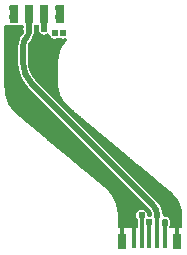
<source format=gbl>
G04*
G04 #@! TF.GenerationSoftware,Altium Limited,Altium Designer,20.0.13 (296)*
G04*
G04 Layer_Physical_Order=2*
G04 Layer_Color=16711680*
%FSLAX44Y44*%
%MOMM*%
G71*
G01*
G75*
%ADD16C,0.5080*%
%ADD20R,0.3500X2.3250*%
%ADD21R,0.3500X1.3500*%
%ADD22R,0.7000X1.1000*%
%ADD23R,0.8000X1.5000*%
%ADD24C,0.6096*%
%ADD25C,0.4064*%
G36*
X347295Y607480D02*
X347249Y607411D01*
X346894Y605627D01*
X347249Y603843D01*
X347412Y603599D01*
Y603559D01*
X347383Y602301D01*
X347313Y602133D01*
X347334Y602113D01*
X347330Y602106D01*
X345300Y599633D01*
X343788Y596804D01*
X342857Y593735D01*
X342544Y590551D01*
X342542Y590543D01*
Y577169D01*
X342531D01*
X342894Y572545D01*
X343977Y568036D01*
X345752Y563751D01*
X348175Y559796D01*
X351187Y556270D01*
X351195Y556278D01*
X368126Y539347D01*
X368375Y538974D01*
X450921Y456428D01*
X453670Y453679D01*
X453731Y453638D01*
X455012Y451970D01*
X455844Y449959D01*
X455913Y449441D01*
X455591Y447823D01*
X455586Y447802D01*
X454618Y446650D01*
X453681Y446836D01*
X452743Y446650D01*
X452728D01*
X451641Y447687D01*
X451613Y447823D01*
X451284Y449472D01*
X450274Y450984D01*
X450066Y451123D01*
X449916Y451484D01*
X448886Y451911D01*
X448762Y451995D01*
X446978Y452349D01*
X445194Y451995D01*
X444997Y451863D01*
X444084Y451484D01*
X443951Y451164D01*
X443682Y450984D01*
X442671Y449472D01*
X442316Y447688D01*
X442671Y445904D01*
X443600Y444513D01*
Y436886D01*
X426877D01*
Y446893D01*
X426868Y446940D01*
X426875Y446987D01*
X426873Y447044D01*
X426873Y447046D01*
X426873Y447049D01*
X426872Y447073D01*
X426872Y447073D01*
X426872Y447073D01*
X426871Y447103D01*
X426871Y447105D01*
X426871Y447107D01*
X426870Y447122D01*
X426870Y447146D01*
X426869Y447149D01*
X426870Y447151D01*
X426869Y447176D01*
X426869Y447176D01*
X426869Y447176D01*
X426868Y447191D01*
X426868Y447193D01*
X426868Y447195D01*
X426867Y447220D01*
X426866Y447222D01*
X426867Y447225D01*
X426866Y447249D01*
X426866Y447252D01*
X426866Y447254D01*
X426865Y447279D01*
X426864Y447281D01*
X426865Y447283D01*
X426864Y447308D01*
X426863Y447310D01*
X426864Y447313D01*
X426863Y447337D01*
X426862Y447340D01*
X426863Y447342D01*
X426861Y447396D01*
X426860Y447398D01*
X426861Y447401D01*
X426860Y447415D01*
X426860Y447415D01*
X426860Y447415D01*
X426859Y447444D01*
X426859Y447445D01*
X426859Y447445D01*
X426858Y447474D01*
X426858Y447474D01*
X426858Y447474D01*
X426857Y447503D01*
X426857Y447503D01*
X426857Y447503D01*
X426856Y447533D01*
X426855Y447535D01*
X426856Y447537D01*
X426855Y447562D01*
X426855Y447562D01*
X426855Y447562D01*
X426854Y447577D01*
X426854Y447579D01*
X426854Y447581D01*
X426854Y447591D01*
X426853Y447606D01*
X426853Y447608D01*
X426853Y447610D01*
X426853Y447621D01*
X426852Y447635D01*
X426852Y447638D01*
X426852Y447640D01*
X426851Y447654D01*
X426851Y447654D01*
X426851Y447655D01*
X426850Y447679D01*
X426850Y447694D01*
X426849Y447696D01*
X426850Y447698D01*
X426849Y447713D01*
X426849Y447713D01*
X426849Y447713D01*
X426848Y447743D01*
X426847Y447745D01*
X426848Y447747D01*
X426847Y447772D01*
X426847Y447772D01*
X426847Y447772D01*
X426846Y447787D01*
X426846Y447789D01*
X426846Y447791D01*
X426845Y447816D01*
X426845Y447818D01*
X426845Y447820D01*
X426844Y447845D01*
X426843Y447848D01*
X426844Y447850D01*
X426843Y447864D01*
X426843Y447864D01*
X426843Y447865D01*
X426842Y447908D01*
X426841Y447909D01*
X426842Y447909D01*
X426840Y447938D01*
X426840Y447938D01*
X426840Y447938D01*
X426839Y447967D01*
X426839Y447969D01*
X426839Y447972D01*
X426838Y447997D01*
X426837Y447999D01*
X426838Y448001D01*
X426837Y448016D01*
X426837Y448016D01*
X426837Y448016D01*
X426836Y448040D01*
X426836Y448043D01*
X426836Y448045D01*
X426835Y448074D01*
X426834Y448077D01*
X426834Y448079D01*
X426834Y448089D01*
Y448089D01*
X426833Y448119D01*
X426832Y448121D01*
X426833Y448123D01*
X426832Y448133D01*
Y448133D01*
X426832Y448148D01*
X426831Y448150D01*
X426831Y448152D01*
X426831Y448167D01*
X426831Y448167D01*
X426831Y448167D01*
X426829Y448211D01*
X426829Y448211D01*
X426829Y448211D01*
X426828Y448240D01*
X426827Y448243D01*
X426827Y448245D01*
X426826Y448270D01*
X426826Y448272D01*
X426826Y448274D01*
X426825Y448299D01*
X426824Y448301D01*
X426825Y448304D01*
X426824Y448333D01*
X426823Y448335D01*
X426823Y448337D01*
X426823Y448349D01*
X426822Y448377D01*
X426821Y448379D01*
X426821Y448382D01*
X426820Y448406D01*
X426820Y448408D01*
X426820Y448411D01*
X426818Y448455D01*
X426817Y448457D01*
X426818Y448459D01*
X426817Y448470D01*
X426816Y448484D01*
X426816Y448487D01*
X426816Y448489D01*
X426814Y448530D01*
X426814Y448532D01*
X426814Y448533D01*
X426813Y448562D01*
X426813Y448563D01*
X426813Y448564D01*
X426810Y448623D01*
X426810Y448624D01*
X426810Y448625D01*
X426808Y448655D01*
X426808Y448656D01*
X426808Y448657D01*
X426805Y448716D01*
X426805Y448717D01*
X426805Y448718D01*
X426803Y448747D01*
X426803Y448748D01*
X426803Y448749D01*
X426800Y448808D01*
X426800Y448809D01*
X426800Y448810D01*
X426799Y448840D01*
X426798Y448841D01*
X426798Y448842D01*
X426795Y448901D01*
X426795Y448903D01*
X426795Y448905D01*
X426790Y448993D01*
X426789Y448996D01*
X426790Y448998D01*
X426786Y449056D01*
X426786Y449058D01*
X426786Y449059D01*
X426784Y449088D01*
X426784Y449089D01*
X426784Y449090D01*
X426782Y449120D01*
X426782Y449121D01*
X426782Y449122D01*
X426779Y449180D01*
X426778Y449183D01*
X426778Y449185D01*
X426775Y449244D01*
X426775Y449245D01*
X426775Y449246D01*
X426773Y449275D01*
X426773Y449276D01*
X426773Y449277D01*
X426771Y449307D01*
X426771Y449308D01*
X426771Y449309D01*
X426769Y449338D01*
X426769Y449339D01*
X426767Y449368D01*
X426766Y449370D01*
X426767Y449372D01*
X426765Y449402D01*
X426764Y449403D01*
X426764Y449404D01*
X426760Y449463D01*
X426760Y449465D01*
X426760Y449467D01*
X426758Y449496D01*
Y449496D01*
X426756Y449526D01*
X426755Y449528D01*
X426756Y449530D01*
X426752Y449589D01*
X426751Y449590D01*
X426752Y449591D01*
X426749Y449621D01*
X426749Y449623D01*
X426749Y449625D01*
X426745Y449684D01*
X426744Y449685D01*
X426745Y449686D01*
X426742Y449715D01*
X426742Y449717D01*
X426742Y449720D01*
X426740Y449749D01*
X426740Y449749D01*
X426738Y449779D01*
X426737Y449781D01*
X426737Y449783D01*
X426733Y449841D01*
X426732Y449844D01*
X426732Y449846D01*
X426730Y449875D01*
X426730Y449877D01*
X426730Y449878D01*
X426727Y449907D01*
X426727Y449908D01*
X426727Y449909D01*
X426725Y449939D01*
X426725Y449940D01*
X426725Y449941D01*
X426722Y449970D01*
X426722Y449971D01*
X426722Y449972D01*
X426720Y450002D01*
X426719Y450003D01*
X426719Y450004D01*
X426717Y450033D01*
X426716Y450036D01*
X426716Y450038D01*
X426712Y450096D01*
X426711Y450099D01*
X426711Y450102D01*
X426707Y450146D01*
X426707Y450147D01*
X426707Y450149D01*
X426703Y450192D01*
X426702Y450195D01*
X426703Y450197D01*
X426699Y450241D01*
X426698Y450243D01*
X426698Y450246D01*
X426694Y450289D01*
X426693Y450292D01*
X426694Y450294D01*
X426690Y450338D01*
X426689Y450339D01*
X426689Y450341D01*
X426685Y450385D01*
X426684Y450388D01*
X426684Y450391D01*
X426680Y450435D01*
X426680Y450436D01*
X426680Y450438D01*
X426675Y450482D01*
X426675Y450484D01*
X426675Y450486D01*
X426671Y450530D01*
X426670Y450532D01*
X426670Y450535D01*
X426666Y450578D01*
X426665Y450581D01*
X426665Y450583D01*
X426661Y450627D01*
X426660Y450630D01*
X426660Y450633D01*
X426655Y450677D01*
X426655Y450678D01*
X426655Y450680D01*
X426650Y450723D01*
X426649Y450727D01*
X426650Y450730D01*
X426645Y450774D01*
X426644Y450775D01*
X426644Y450776D01*
X426640Y450820D01*
X426637Y450829D01*
X426638Y450837D01*
X426610Y451070D01*
X426607Y451080D01*
X426608Y451090D01*
X426593Y451206D01*
X426591Y451213D01*
X426591Y451219D01*
X426576Y451336D01*
X426574Y451342D01*
X426575Y451348D01*
X426559Y451465D01*
X426557Y451471D01*
X426557Y451478D01*
X426541Y451594D01*
X426539Y451600D01*
X426539Y451606D01*
X426524Y451707D01*
X426523Y451712D01*
X426523Y451718D01*
X426508Y451819D01*
X426506Y451825D01*
X426506Y451830D01*
X426491Y451932D01*
X426489Y451937D01*
X426489Y451942D01*
X426473Y452044D01*
X426471Y452049D01*
X426471Y452055D01*
X426455Y452156D01*
X426453Y452161D01*
X426453Y452165D01*
X426437Y452267D01*
X426435Y452272D01*
X426435Y452278D01*
X426418Y452379D01*
X426416Y452384D01*
X426416Y452389D01*
X426398Y452490D01*
X426396Y452495D01*
X426397Y452500D01*
X426379Y452601D01*
X426377Y452606D01*
X426377Y452611D01*
X426359Y452712D01*
X426357Y452717D01*
X426357Y452722D01*
X426338Y452823D01*
X426336Y452828D01*
X426336Y452833D01*
X426317Y452934D01*
X426315Y452938D01*
X426315Y452943D01*
X426296Y453044D01*
X426294Y453049D01*
X426294Y453053D01*
X426274Y453154D01*
X426273Y453159D01*
Y453164D01*
X426252Y453265D01*
X426251Y453269D01*
X426251Y453274D01*
X426233Y453360D01*
X426232Y453363D01*
X426232Y453367D01*
X426214Y453453D01*
X426212Y453457D01*
X426212Y453462D01*
X426194Y453548D01*
X426192Y453552D01*
X426192Y453556D01*
X426174Y453642D01*
X426172Y453646D01*
X426172Y453649D01*
X426154Y453736D01*
X426152Y453739D01*
X426152Y453742D01*
X426133Y453829D01*
X426132Y453832D01*
X426132Y453836D01*
X426113Y453923D01*
X426111Y453926D01*
X426111Y453930D01*
X426092Y454016D01*
X426090Y454019D01*
X426090Y454023D01*
X426071Y454109D01*
X426069Y454112D01*
X426069Y454116D01*
X426049Y454202D01*
X426048Y454205D01*
X426048Y454208D01*
X426028Y454294D01*
X426026Y454298D01*
X426026Y454302D01*
X426006Y454388D01*
X426004Y454391D01*
X426004Y454395D01*
X425984Y454481D01*
X425982Y454483D01*
X425982Y454487D01*
X425961Y454572D01*
X425960Y454576D01*
X425959Y454580D01*
X425938Y454666D01*
X425937Y454669D01*
X425937Y454672D01*
X425916Y454757D01*
X425914Y454762D01*
X425914Y454767D01*
X425871Y454938D01*
X425868Y454943D01*
X425868Y454949D01*
X425846Y455034D01*
X425845Y455037D01*
X425844Y455040D01*
X425822Y455125D01*
X425821Y455129D01*
X425821Y455133D01*
X425798Y455219D01*
X425797Y455221D01*
X425797Y455224D01*
X425774Y455310D01*
X425773Y455313D01*
X425772Y455317D01*
X425750Y455402D01*
X425748Y455405D01*
X425748Y455409D01*
X425725Y455494D01*
X425723Y455498D01*
X425723Y455502D01*
X425700Y455587D01*
X425698Y455590D01*
X425698Y455593D01*
X425675Y455678D01*
X425672Y455682D01*
X425672Y455686D01*
X425648Y455771D01*
X425647Y455774D01*
X425647Y455778D01*
X425623Y455862D01*
X425621Y455866D01*
X425621Y455870D01*
X425597Y455955D01*
X425595Y455959D01*
X425594Y455963D01*
X425570Y456047D01*
X425568Y456051D01*
X425568Y456054D01*
X425543Y456139D01*
X425541Y456143D01*
X425541Y456146D01*
X425516Y456231D01*
X425514Y456235D01*
X425514Y456239D01*
X425489Y456323D01*
X425487Y456327D01*
X425486Y456331D01*
X425461Y456416D01*
X425459Y456419D01*
X425459Y456424D01*
X425429Y456522D01*
X425426Y456526D01*
X425426Y456531D01*
X425396Y456630D01*
X425393Y456634D01*
X425393Y456639D01*
X425362Y456737D01*
X425360Y456742D01*
X425359Y456747D01*
X425328Y456845D01*
X425326Y456849D01*
X425325Y456854D01*
X425294Y456951D01*
X425291Y456956D01*
X425291Y456961D01*
X425259Y457059D01*
X425257Y457063D01*
X425256Y457068D01*
X425224Y457166D01*
X425221Y457171D01*
X425221Y457176D01*
X425188Y457273D01*
X425186Y457278D01*
X425185Y457284D01*
X425152Y457381D01*
X425149Y457385D01*
X425149Y457391D01*
X425116Y457488D01*
X425113Y457492D01*
X425112Y457498D01*
X425079Y457595D01*
X425076Y457600D01*
X425075Y457605D01*
X425041Y457702D01*
X425038Y457706D01*
X425038Y457712D01*
X425003Y457808D01*
X425000Y457813D01*
X425000Y457819D01*
X424965Y457916D01*
X424962Y457921D01*
X424961Y457926D01*
X424926Y458023D01*
X424923Y458028D01*
X424922Y458034D01*
X424881Y458144D01*
X424878Y458150D01*
X424877Y458156D01*
X424835Y458266D01*
X424832Y458271D01*
X424831Y458278D01*
X424789Y458387D01*
X424785Y458393D01*
X424784Y458400D01*
X424742Y458509D01*
X424738Y458515D01*
X424737Y458522D01*
X424694Y458632D01*
X424692Y458635D01*
X424691Y458640D01*
X424675Y458681D01*
X424674Y458683D01*
X424673Y458685D01*
X424657Y458726D01*
X424655Y458728D01*
X424655Y458731D01*
X424639Y458771D01*
X424637Y458774D01*
X424637Y458777D01*
X424620Y458817D01*
X424619Y458819D01*
X424619Y458821D01*
X424602Y458862D01*
X424601Y458864D01*
X424601Y458866D01*
X424584Y458907D01*
X424582Y458909D01*
X424582Y458912D01*
X424565Y458953D01*
X424564Y458955D01*
X424564Y458956D01*
X424547Y458997D01*
X424546Y458999D01*
X424545Y459002D01*
X424528Y459043D01*
X424527Y459044D01*
X424526Y459047D01*
X424510Y459087D01*
X424509Y459089D01*
X424508Y459090D01*
X424491Y459131D01*
X424490Y459133D01*
X424489Y459136D01*
X424472Y459177D01*
X424471Y459179D01*
X424471Y459181D01*
X424454Y459221D01*
X424453Y459223D01*
X424452Y459225D01*
X424435Y459266D01*
X424434Y459267D01*
X424433Y459269D01*
X424416Y459310D01*
X424415Y459312D01*
X424415Y459314D01*
X424397Y459354D01*
X424396Y459356D01*
X424396Y459358D01*
X424378Y459399D01*
X424377Y459400D01*
X424377Y459402D01*
X424365Y459429D01*
X424365Y459430D01*
X424364Y459431D01*
X424353Y459458D01*
X424352Y459459D01*
X424352Y459459D01*
X424341Y459486D01*
X424339Y459488D01*
X424339Y459490D01*
X424327Y459517D01*
X424327Y459518D01*
X424327Y459519D01*
X424315Y459546D01*
X424314Y459547D01*
X424314Y459548D01*
X424302Y459575D01*
X424301Y459576D01*
X424301Y459577D01*
X424289Y459604D01*
X424288Y459605D01*
X424288Y459607D01*
X424276Y459634D01*
X424276Y459635D01*
X424276Y459636D01*
X424264Y459663D01*
X424263Y459664D01*
X424263Y459665D01*
X424251Y459692D01*
X424250Y459693D01*
X424250Y459694D01*
X424238Y459721D01*
X424238Y459722D01*
X424238Y459722D01*
X424226Y459749D01*
X424225Y459750D01*
X424225Y459752D01*
X424213Y459779D01*
X424212Y459780D01*
X424211Y459782D01*
X424188Y459835D01*
X424186Y459837D01*
X424186Y459840D01*
X424162Y459893D01*
X424161Y459895D01*
X424160Y459896D01*
X424148Y459923D01*
X424148Y459924D01*
X424147Y459925D01*
X424136Y459952D01*
X424135Y459953D01*
X424134Y459955D01*
X424122Y459981D01*
X424122Y459982D01*
X424121Y459983D01*
X424109Y460010D01*
X424109Y460011D01*
X424108Y460012D01*
X424084Y460065D01*
X424083Y460067D01*
X424083Y460068D01*
X424071Y460095D01*
X424070Y460096D01*
X424070Y460098D01*
X424058Y460125D01*
X424057Y460125D01*
X424057Y460126D01*
X424045Y460152D01*
X424044Y460154D01*
X424043Y460156D01*
X424019Y460209D01*
X424018Y460210D01*
X424018Y460211D01*
X424006Y460238D01*
X424005Y460239D01*
X424005Y460240D01*
X423993Y460266D01*
X423992Y460267D01*
X423992Y460268D01*
X423979Y460295D01*
X423979Y460295D01*
X423979Y460296D01*
X423967Y460323D01*
X423966Y460323D01*
X423966Y460325D01*
X423954Y460351D01*
X423953Y460352D01*
X423952Y460354D01*
X423928Y460407D01*
X423927Y460408D01*
X423927Y460409D01*
X423914Y460436D01*
X423914Y460437D01*
X423914Y460438D01*
X423901Y460464D01*
X423901Y460465D01*
X423901Y460465D01*
X423889Y460492D01*
X423888Y460493D01*
X423888Y460494D01*
X423875Y460520D01*
X423874Y460522D01*
X423874Y460523D01*
X423862Y460550D01*
X423861Y460550D01*
X423849Y460575D01*
X423849Y460577D01*
X423848Y460578D01*
X423836Y460605D01*
X423835Y460605D01*
X423835Y460606D01*
X423823Y460632D01*
X423823Y460633D01*
X423822Y460633D01*
X423810Y460660D01*
X423809Y460661D01*
X423809Y460663D01*
X423784Y460716D01*
X423783Y460717D01*
X423782Y460718D01*
X423757Y460772D01*
X423757Y460773D01*
X423756Y460773D01*
X423744Y460800D01*
X423743Y460801D01*
X423743Y460802D01*
X423725Y460841D01*
X423724Y460842D01*
X423724Y460843D01*
X423718Y460854D01*
X423712Y460867D01*
X423711Y460869D01*
X423710Y460871D01*
X423679Y460937D01*
X423677Y460939D01*
X423677Y460941D01*
X423665Y460966D01*
X423665Y460966D01*
X423664Y460967D01*
X423653Y460990D01*
X423652Y460993D01*
X423651Y460996D01*
X423639Y461021D01*
X423638Y461021D01*
X423638Y461022D01*
X423627Y461047D01*
X423625Y461049D01*
X423624Y461053D01*
X423613Y461075D01*
X423612Y461076D01*
X423612Y461077D01*
X423606Y461091D01*
X423606Y461091D01*
X423600Y461102D01*
X423599Y461103D01*
X423599Y461105D01*
X423548Y461211D01*
X423546Y461214D01*
X423545Y461217D01*
X423540Y461227D01*
X423535Y461238D01*
X423534Y461240D01*
X423533Y461241D01*
X423520Y461268D01*
X423520Y461269D01*
X423520Y461270D01*
X423508Y461295D01*
X423507Y461295D01*
X423507Y461296D01*
X423495Y461321D01*
X423494Y461322D01*
X423494Y461323D01*
X423482Y461347D01*
X423481Y461348D01*
X423481Y461349D01*
X423475Y461362D01*
X423474Y461364D01*
X423473Y461366D01*
X423469Y461375D01*
X423463Y461387D01*
X423461Y461390D01*
X423460Y461393D01*
X423443Y461428D01*
X423442Y461429D01*
X423442Y461430D01*
X423436Y461444D01*
X423435Y461444D01*
X423435Y461445D01*
X423390Y461538D01*
X423389Y461539D01*
X423388Y461541D01*
X423371Y461577D01*
X423369Y461580D01*
X423368Y461583D01*
X423362Y461596D01*
X423362Y461596D01*
X423358Y461604D01*
X423357Y461605D01*
X423356Y461608D01*
X423338Y461645D01*
X423337Y461646D01*
X423337Y461647D01*
X423324Y461674D01*
X423323Y461674D01*
X423323Y461675D01*
X423305Y461713D01*
X423304Y461714D01*
X423304Y461715D01*
X423292Y461740D01*
X423291Y461740D01*
X423291Y461741D01*
X423273Y461779D01*
X423272Y461780D01*
X423272Y461781D01*
X423265Y461794D01*
X423265Y461794D01*
X423259Y461807D01*
X423258Y461808D01*
X423258Y461809D01*
X423240Y461845D01*
X423238Y461848D01*
X423238Y461851D01*
X423233Y461860D01*
X423228Y461871D01*
X423227Y461872D01*
X423227Y461873D01*
X423220Y461886D01*
X423219Y461888D01*
X423218Y461890D01*
X423214Y461900D01*
X423208Y461911D01*
X423206Y461914D01*
X423205Y461917D01*
X423199Y461929D01*
X423195Y461939D01*
X423194Y461940D01*
X423194Y461941D01*
X423182Y461966D01*
X423180Y461967D01*
X423180Y461969D01*
X423168Y461994D01*
X423162Y462005D01*
X423161Y462007D01*
X423160Y462009D01*
X423156Y462018D01*
X423150Y462030D01*
X423148Y462032D01*
X423148Y462035D01*
X423135Y462061D01*
X423130Y462071D01*
X423129Y462072D01*
X423129Y462073D01*
X423123Y462086D01*
X423122Y462087D01*
X423122Y462088D01*
X423116Y462100D01*
X423111Y462111D01*
X423109Y462112D01*
X423109Y462114D01*
X423097Y462139D01*
X423096Y462140D01*
X423096Y462141D01*
X423090Y462153D01*
X423085Y462164D01*
X423023Y462245D01*
X422990Y462342D01*
X422973Y462370D01*
X422971Y462372D01*
X422971Y462374D01*
X422955Y462400D01*
X422954Y462402D01*
X422953Y462405D01*
X422943Y462420D01*
X422941Y462423D01*
X422939Y462427D01*
X422937Y462432D01*
X422926Y462450D01*
X422924Y462453D01*
X422923Y462455D01*
X422914Y462471D01*
X422912Y462473D01*
X422911Y462475D01*
X422896Y462501D01*
X422894Y462504D01*
X422892Y462508D01*
X422884Y462521D01*
X422883Y462523D01*
X422882Y462525D01*
X422873Y462541D01*
X422871Y462543D01*
X422870Y462546D01*
X422861Y462561D01*
X422859Y462563D01*
X422858Y462566D01*
X422848Y462584D01*
X422847Y462585D01*
X422846Y462586D01*
X422837Y462602D01*
X422836Y462604D01*
X422835Y462606D01*
X422825Y462622D01*
X422823Y462625D01*
X422821Y462629D01*
X422814Y462642D01*
X422812Y462644D01*
X422811Y462646D01*
X422794Y462675D01*
X422794Y462676D01*
X422793Y462677D01*
X422778Y462702D01*
X422775Y462706D01*
X422774Y462709D01*
X422768Y462719D01*
X422753Y462745D01*
X422752Y462746D01*
X422752Y462747D01*
X422740Y462767D01*
X422739Y462768D01*
X422739Y462770D01*
X422728Y462787D01*
X422727Y462789D01*
X422727Y462790D01*
X422721Y462800D01*
X422713Y462813D01*
X422710Y462816D01*
X422709Y462820D01*
X422699Y462838D01*
X422698Y462839D01*
X422697Y462840D01*
X422691Y462850D01*
X422691Y462851D01*
X422690Y462852D01*
X422675Y462878D01*
X422674Y462879D01*
X422674Y462881D01*
X422663Y462898D01*
X422662Y462899D01*
X422662Y462901D01*
X422650Y462921D01*
X422649Y462922D01*
X422649Y462923D01*
X422632Y462951D01*
X422631Y462952D01*
X422631Y462953D01*
X422614Y462981D01*
X422614Y462982D01*
X422613Y462983D01*
X422603Y463001D01*
X422601Y463003D01*
X422600Y463006D01*
X422591Y463022D01*
X422590Y463022D01*
X422590Y463023D01*
X422584Y463033D01*
X422583Y463035D01*
X422582Y463036D01*
X422573Y463052D01*
X422571Y463054D01*
X422570Y463056D01*
X422549Y463092D01*
X422547Y463094D01*
X422547Y463096D01*
X422499Y463177D01*
X422496Y463180D01*
X422495Y463184D01*
X422491Y463190D01*
X422475Y463217D01*
X422473Y463219D01*
X422473Y463221D01*
X422468Y463229D01*
X422462Y463240D01*
X422461Y463240D01*
X422461Y463241D01*
X422451Y463257D01*
X422449Y463260D01*
X422447Y463264D01*
X422438Y463280D01*
X422432Y463290D01*
X422431Y463291D01*
X422431Y463292D01*
X422425Y463302D01*
X422424Y463303D01*
X422424Y463304D01*
X422414Y463320D01*
X422408Y463330D01*
X422406Y463332D01*
X422406Y463334D01*
X422395Y463352D01*
X422394Y463353D01*
X422394Y463354D01*
X422388Y463364D01*
X422387Y463365D01*
X422387Y463365D01*
X422364Y463405D01*
X422363Y463405D01*
X422363Y463407D01*
X422339Y463446D01*
X422339Y463446D01*
X422339Y463447D01*
X422315Y463487D01*
X422313Y463488D01*
X422313Y463490D01*
X422289Y463529D01*
X422289Y463530D01*
X422289Y463530D01*
X422265Y463569D01*
X422264Y463571D01*
X422263Y463573D01*
X422251Y463593D01*
X422251Y463593D01*
X422239Y463613D01*
X422239Y463613D01*
X422227Y463633D01*
X422226Y463634D01*
X422225Y463636D01*
X422213Y463656D01*
X422203Y463673D01*
X422202Y463674D01*
X422201Y463676D01*
X422189Y463696D01*
X422188Y463697D01*
X422188Y463698D01*
X422177Y463716D01*
X422165Y463736D01*
X422164Y463737D01*
X422164Y463738D01*
X422140Y463778D01*
X422138Y463780D01*
X422138Y463782D01*
X422113Y463822D01*
X422113Y463822D01*
X422102Y463841D01*
X422101Y463842D01*
X422101Y463843D01*
X422089Y463863D01*
X422088Y463863D01*
X422088Y463864D01*
X422064Y463904D01*
X422063Y463904D01*
X422063Y463905D01*
X422051Y463925D01*
X422050Y463926D01*
X422050Y463927D01*
X422025Y463967D01*
X422024Y463969D01*
X422023Y463970D01*
X422000Y464009D01*
X421999Y464010D01*
X421999Y464011D01*
X421975Y464050D01*
X421974Y464051D01*
X421973Y464052D01*
X421949Y464092D01*
X421948Y464094D01*
X421947Y464096D01*
X421910Y464155D01*
X421909Y464157D01*
X421908Y464159D01*
X421884Y464197D01*
X421883Y464199D01*
X421882Y464201D01*
X421846Y464260D01*
X421844Y464262D01*
X421843Y464264D01*
X421831Y464283D01*
X421831Y464284D01*
X421819Y464304D01*
X421818Y464304D01*
X421818Y464306D01*
X421793Y464345D01*
X421792Y464346D01*
X421792Y464347D01*
X421780Y464366D01*
X421779Y464367D01*
X421778Y464369D01*
X421766Y464388D01*
X421765Y464389D01*
X421765Y464390D01*
X421741Y464429D01*
X421740Y464431D01*
X421739Y464432D01*
X421726Y464452D01*
X421726Y464452D01*
X421726Y464453D01*
X421714Y464472D01*
X421713Y464473D01*
X421713Y464473D01*
X421701Y464493D01*
X421700Y464494D01*
X421700Y464495D01*
X421687Y464515D01*
X421687Y464515D01*
X421686Y464516D01*
X421674Y464536D01*
X421673Y464537D01*
X421672Y464538D01*
X421654Y464568D01*
X421653Y464568D01*
X421653Y464569D01*
X421634Y464599D01*
X421633Y464600D01*
X421633Y464601D01*
X421614Y464631D01*
X421614Y464631D01*
X421614Y464632D01*
X421595Y464661D01*
X421593Y464663D01*
X421592Y464665D01*
X421574Y464695D01*
X421573Y464695D01*
X421573Y464696D01*
X421554Y464726D01*
X421553Y464727D01*
X421553Y464728D01*
X421534Y464757D01*
X421532Y464759D01*
X421531Y464761D01*
X421513Y464790D01*
X421512Y464791D01*
X421512Y464791D01*
X421493Y464821D01*
X421492Y464822D01*
X421492Y464824D01*
X421473Y464853D01*
X421472Y464854D01*
X421471Y464855D01*
X421452Y464885D01*
X421451Y464886D01*
X421451Y464887D01*
X421432Y464917D01*
X421431Y464917D01*
X421430Y464919D01*
X421411Y464948D01*
X421410Y464949D01*
X421409Y464951D01*
X421384Y464990D01*
X421383Y464992D01*
X421382Y464994D01*
X421356Y465033D01*
X421355Y465034D01*
X421355Y465036D01*
X421329Y465075D01*
X421327Y465077D01*
X421326Y465079D01*
X421301Y465118D01*
X421300Y465119D01*
X421299Y465121D01*
X421273Y465160D01*
X421272Y465162D01*
X421271Y465163D01*
X421245Y465202D01*
X421244Y465204D01*
X421243Y465206D01*
X421217Y465245D01*
X421216Y465247D01*
X421215Y465249D01*
X421182Y465298D01*
X421180Y465300D01*
X421179Y465302D01*
X421147Y465351D01*
X421146Y465352D01*
X421145Y465354D01*
X421113Y465402D01*
X421110Y465405D01*
X421109Y465409D01*
X421076Y465457D01*
X421075Y465458D01*
X421074Y465460D01*
X421041Y465508D01*
X421039Y465511D01*
X421037Y465514D01*
X421004Y465563D01*
X421003Y465564D01*
X421002Y465566D01*
X420969Y465615D01*
X420967Y465617D01*
X420966Y465619D01*
X420933Y465668D01*
X420931Y465670D01*
X420929Y465673D01*
X420896Y465721D01*
X420895Y465723D01*
X420894Y465725D01*
X420861Y465773D01*
X420858Y465775D01*
X420857Y465779D01*
X420823Y465827D01*
X420822Y465828D01*
X420821Y465830D01*
X420788Y465878D01*
X420785Y465881D01*
X420784Y465884D01*
X420750Y465932D01*
X420748Y465934D01*
X420747Y465936D01*
X420713Y465984D01*
X420711Y465986D01*
X420710Y465989D01*
X420676Y466037D01*
X420674Y466039D01*
X420672Y466042D01*
X420639Y466090D01*
X420636Y466092D01*
X420635Y466095D01*
X420601Y466143D01*
X420599Y466144D01*
X420598Y466147D01*
X420564Y466194D01*
X420561Y466197D01*
X420560Y466200D01*
X420526Y466248D01*
X420518Y466255D01*
X420513Y466265D01*
X420306Y466548D01*
X420293Y466560D01*
X420285Y466575D01*
X420110Y466809D01*
X420098Y466819D01*
X420091Y466833D01*
X419912Y467065D01*
X419901Y467075D01*
X419893Y467089D01*
X419712Y467318D01*
X419541Y467465D01*
X419338Y467702D01*
X419212Y467928D01*
X419052Y468115D01*
X419042Y468123D01*
X419035Y468134D01*
X418874Y468320D01*
X418863Y468328D01*
X418857Y468339D01*
X418694Y468523D01*
X418683Y468531D01*
X418676Y468543D01*
X418511Y468725D01*
X418503Y468731D01*
X418498Y468739D01*
X418427Y468816D01*
X418423Y468819D01*
X418421Y468823D01*
X418381Y468866D01*
X418379Y468867D01*
X418377Y468870D01*
X418338Y468913D01*
X418335Y468914D01*
X418334Y468917D01*
X418294Y468960D01*
X418291Y468962D01*
X418289Y468965D01*
X418249Y469007D01*
X418246Y469009D01*
X418245Y469012D01*
X418204Y469055D01*
X418202Y469056D01*
X418201Y469058D01*
X418161Y469101D01*
X418158Y469103D01*
X418156Y469105D01*
X418116Y469148D01*
X418114Y469149D01*
X418112Y469152D01*
X418072Y469194D01*
X418069Y469196D01*
X418067Y469199D01*
X418027Y469241D01*
X418025Y469242D01*
X418023Y469244D01*
X417983Y469287D01*
X417981Y469288D01*
X417980Y469290D01*
X417939Y469332D01*
X417936Y469334D01*
X417934Y469337D01*
X417894Y469379D01*
X417891Y469380D01*
X417890Y469383D01*
X417849Y469425D01*
X417846Y469426D01*
X417845Y469429D01*
X417804Y469470D01*
X417802Y469472D01*
X417800Y469474D01*
X417760Y469515D01*
X417757Y469517D01*
X417756Y469520D01*
X417715Y469561D01*
X417712Y469563D01*
X417710Y469565D01*
X417669Y469607D01*
X417668Y469608D01*
X417666Y469609D01*
X417625Y469651D01*
X417622Y469653D01*
X417621Y469655D01*
X417579Y469697D01*
X417578Y469698D01*
X417576Y469700D01*
X417535Y469741D01*
X417533Y469742D01*
X417531Y469745D01*
X417498Y469778D01*
X417496Y469779D01*
X417495Y469780D01*
X417462Y469813D01*
X417461Y469814D01*
X417460Y469815D01*
X417426Y469848D01*
X417425Y469849D01*
X417424Y469851D01*
X417390Y469884D01*
X417388Y469885D01*
X417387Y469888D01*
X417353Y469920D01*
X417352Y469921D01*
X417352Y469922D01*
X417327Y469946D01*
X417326Y469947D01*
X417325Y469948D01*
X417300Y469972D01*
X417298Y469974D01*
X417297Y469975D01*
X417272Y470000D01*
X417271Y470000D01*
X417271Y470001D01*
X417246Y470025D01*
X417244Y470026D01*
X417244Y470027D01*
X417219Y470051D01*
X417217Y470052D01*
X417217Y470053D01*
X417191Y470078D01*
X417190Y470079D01*
X417188Y470081D01*
X417163Y470105D01*
X417162Y470106D01*
X417161Y470107D01*
X417136Y470131D01*
X417136Y470132D01*
X417135Y470132D01*
X417110Y470157D01*
X417109Y470157D01*
X417108Y470158D01*
X417083Y470183D01*
X417081Y470183D01*
X417081Y470185D01*
X417055Y470209D01*
X417054Y470210D01*
X417053Y470211D01*
X417028Y470235D01*
X417027Y470236D01*
X417026Y470237D01*
X417001Y470261D01*
X417001Y470261D01*
X416984Y470277D01*
X416983Y470278D01*
X416982Y470279D01*
X416965Y470295D01*
X416964Y470296D01*
X416963Y470298D01*
X416930Y470328D01*
X416928Y470329D01*
X416927Y470331D01*
X416910Y470347D01*
X416909Y470348D01*
X416909Y470349D01*
X416875Y470381D01*
X416874Y470381D01*
X416873Y470382D01*
X416839Y470414D01*
X416838Y470415D01*
X416836Y470417D01*
X416819Y470433D01*
X416819Y470434D01*
X416818Y470434D01*
X416802Y470449D01*
X416785Y470465D01*
X416784Y470466D01*
X416782Y470468D01*
X416748Y470500D01*
X416748Y470500D01*
X416747Y470501D01*
X416730Y470517D01*
X416730Y470517D01*
X416713Y470533D01*
X416712Y470534D01*
X416711Y470535D01*
X416694Y470551D01*
X416693Y470552D01*
X416691Y470554D01*
X416677Y470567D01*
X416660Y470583D01*
X416657Y470584D01*
X416656Y470587D01*
X416639Y470603D01*
X416639Y470603D01*
X416622Y470619D01*
X416604Y470635D01*
X416604Y470635D01*
X416603Y470636D01*
X416586Y470652D01*
X416585Y470653D01*
X416584Y470653D01*
X416550Y470685D01*
X416549Y470686D01*
X416549Y470687D01*
X416514Y470718D01*
X416513Y470719D01*
X416513Y470720D01*
X416479Y470751D01*
X416478Y470752D01*
X416477Y470753D01*
X416460Y470769D01*
X416459Y470769D01*
X416459Y470770D01*
X416424Y470802D01*
X416423Y470802D01*
X416423Y470803D01*
X416388Y470835D01*
X416387Y470836D01*
X416387Y470836D01*
X416370Y470852D01*
X416370Y470852D01*
X416353Y470868D01*
X416352Y470868D01*
X416351Y470869D01*
X416299Y470917D01*
X416298Y470918D01*
X416296Y470920D01*
X416246Y470966D01*
X416244Y470967D01*
X416242Y470970D01*
X416225Y470985D01*
X416225Y470986D01*
X416210Y470999D01*
X416209Y470999D01*
X416209Y471000D01*
X416191Y471016D01*
X416191Y471016D01*
X416190Y471017D01*
X416173Y471033D01*
X416172Y471033D01*
X416171Y471034D01*
X416156Y471049D01*
X416138Y471064D01*
X416137Y471065D01*
X416135Y471067D01*
X416102Y471097D01*
X416101Y471098D01*
X416101Y471099D01*
X416084Y471114D01*
X416083Y471115D01*
X416082Y471116D01*
X416066Y471130D01*
X416049Y471146D01*
X416048Y471146D01*
X416048Y471147D01*
X416013Y471179D01*
X416012Y471179D01*
X416012Y471180D01*
X415994Y471196D01*
X415994Y471196D01*
X415994Y471196D01*
X415985Y471204D01*
X415984Y471205D01*
X415983Y471206D01*
X415968Y471219D01*
X415968Y471219D01*
X415960Y471227D01*
X415960Y471227D01*
X415959Y471227D01*
X415951Y471235D01*
X415949Y471236D01*
X415948Y471238D01*
X415933Y471251D01*
X415932Y471252D01*
X415931Y471254D01*
X415899Y471282D01*
X415897Y471283D01*
X415896Y471285D01*
X415887Y471293D01*
X415886Y471294D01*
X415884Y471296D01*
X415853Y471324D01*
X415851Y471325D01*
X415849Y471327D01*
X415835Y471340D01*
X415834Y471341D01*
X415832Y471343D01*
X415818Y471355D01*
X415816Y471357D01*
X415815Y471358D01*
X415801Y471371D01*
X415799Y471372D01*
X415798Y471374D01*
X415783Y471387D01*
X415780Y471389D01*
X415777Y471392D01*
X415769Y471400D01*
X415757Y471410D01*
X415754Y471412D01*
X415751Y471416D01*
X415728Y471437D01*
X415727Y471438D01*
X415725Y471439D01*
X415714Y471449D01*
X415710Y471452D01*
X415708Y471455D01*
X415694Y471468D01*
X415692Y471469D01*
X415691Y471470D01*
X415676Y471484D01*
X415675Y471485D01*
X415673Y471486D01*
X415659Y471499D01*
X415657Y471500D01*
X415656Y471502D01*
X415647Y471510D01*
X415645Y471511D01*
X415644Y471512D01*
X415633Y471523D01*
X415631Y471524D01*
X415630Y471525D01*
X415604Y471549D01*
X415604Y471549D01*
X415603Y471549D01*
X415569Y471580D01*
X415567Y471581D01*
X415566Y471583D01*
X415543Y471604D01*
X415543Y471604D01*
X415543Y471604D01*
X415526Y471619D01*
X415524Y471620D01*
X415522Y471622D01*
X415508Y471635D01*
X415507Y471636D01*
X415505Y471637D01*
X415491Y471650D01*
X415489Y471651D01*
X415488Y471653D01*
X415474Y471666D01*
X415470Y471668D01*
X415467Y471671D01*
X415448Y471689D01*
X415446Y471690D01*
X415444Y471692D01*
X415430Y471705D01*
X415428Y471706D01*
X415427Y471708D01*
X415418Y471716D01*
X415418Y471716D01*
X415410Y471723D01*
X415410Y471724D01*
X415401Y471731D01*
X415401Y471731D01*
X415401Y471731D01*
X415392Y471739D01*
X415392Y471739D01*
X415383Y471747D01*
X415383Y471747D01*
X415369Y471760D01*
X415366Y471762D01*
X415363Y471765D01*
X415349Y471778D01*
X415349Y471778D01*
X415335Y471791D01*
X415331Y471793D01*
X415328Y471796D01*
X415314Y471809D01*
X415314Y471809D01*
X415305Y471817D01*
X415303Y471818D01*
X415302Y471820D01*
X415282Y471838D01*
X415279Y471840D01*
X415276Y471843D01*
X415262Y471856D01*
X415262Y471856D01*
X415253Y471864D01*
X415251Y471865D01*
X415250Y471866D01*
X415236Y471880D01*
X415236Y471880D01*
X415227Y471887D01*
X415225Y471888D01*
X415224Y471890D01*
X415213Y471900D01*
X415211Y471901D01*
X415210Y471903D01*
X415201Y471911D01*
X415199Y471912D01*
X415198Y471913D01*
X415183Y471926D01*
X415182Y471927D01*
X415181Y471929D01*
X415166Y471942D01*
X415166Y471942D01*
X415157Y471950D01*
X415156Y471951D01*
X415154Y471952D01*
X415140Y471965D01*
X415138Y471966D01*
X415137Y471968D01*
X415129Y471976D01*
X415085Y472001D01*
X415052Y472041D01*
X414904Y472164D01*
X414904Y472164D01*
X414904Y472165D01*
X414755Y472287D01*
X414755Y472288D01*
X414755Y472288D01*
X414607Y472411D01*
X414532Y472472D01*
X414532Y472473D01*
X414532Y472473D01*
X414384Y472596D01*
X414384Y472596D01*
X414383Y472596D01*
X414235Y472719D01*
X414235Y472719D01*
X414235Y472719D01*
X414087Y472842D01*
X414086Y472842D01*
X414086Y472842D01*
X414012Y472904D01*
X413938Y472965D01*
X413938Y472965D01*
X413938Y472966D01*
X413789Y473089D01*
X413789Y473089D01*
X413789Y473089D01*
X413641Y473212D01*
X413641Y473212D01*
X413640Y473212D01*
X413492Y473335D01*
X413492Y473335D01*
X413492Y473336D01*
X413417Y473397D01*
X413344Y473458D01*
X413343Y473458D01*
X413343Y473459D01*
X413195Y473582D01*
X413195Y473582D01*
X413194Y473582D01*
X412972Y473767D01*
X412972Y473767D01*
X412971Y473767D01*
X412897Y473829D01*
X412824Y473890D01*
X412823Y473890D01*
X412823Y473890D01*
X412675Y474013D01*
X412674Y474013D01*
X412674Y474013D01*
X412526Y474136D01*
X412526Y474137D01*
X412525Y474137D01*
X412377Y474260D01*
X412377Y474260D01*
X412377Y474260D01*
X412303Y474322D01*
X412229Y474383D01*
X412229Y474383D01*
X412228Y474383D01*
X412080Y474506D01*
X412080Y474506D01*
X412080Y474507D01*
X411931Y474630D01*
X411931Y474630D01*
X411931Y474630D01*
X411783Y474753D01*
X411708Y474814D01*
X411634Y474876D01*
X411634Y474876D01*
X411634Y474876D01*
X411485Y474999D01*
X411485Y474999D01*
X411485Y475000D01*
X411337Y475123D01*
X411263Y475184D01*
X411188Y475246D01*
X411188Y475246D01*
X411188Y475246D01*
X411040Y475369D01*
X411039Y475369D01*
X411039Y475369D01*
X410891Y475492D01*
X410817Y475554D01*
X410742Y475616D01*
X410742Y475616D01*
X410742Y475616D01*
X410594Y475739D01*
X410593Y475739D01*
X410593Y475739D01*
X410445Y475862D01*
X410371Y475924D01*
X410297Y475985D01*
X410297Y475985D01*
X410222Y476047D01*
X410222Y476047D01*
X410222Y476047D01*
X410074Y476170D01*
X410073Y476170D01*
X410073Y476171D01*
X409999Y476232D01*
X409925Y476293D01*
X409925Y476294D01*
X409925Y476294D01*
X409776Y476417D01*
X409776Y476417D01*
X409776Y476417D01*
X409628Y476540D01*
X409553Y476602D01*
X409479Y476663D01*
X409479Y476664D01*
X409479Y476664D01*
X409330Y476787D01*
X409330Y476787D01*
X409256Y476848D01*
X409182Y476910D01*
X409107Y476972D01*
X409107Y476972D01*
X409107Y476972D01*
X408959Y477095D01*
X408959Y477095D01*
X408958Y477095D01*
X408884Y477157D01*
X408811Y477218D01*
X408810Y477218D01*
X408810Y477218D01*
X408736Y477280D01*
X408736Y477280D01*
X408735Y477280D01*
X408587Y477403D01*
X408587Y477403D01*
X408587Y477403D01*
X408512Y477465D01*
X408439Y477526D01*
X408438Y477526D01*
X408438Y477527D01*
X408290Y477649D01*
X408290Y477650D01*
X408216Y477711D01*
X408141Y477773D01*
X408067Y477835D01*
X408067Y477835D01*
X408067Y477835D01*
X407918Y477958D01*
X407918Y477958D01*
X407844Y478019D01*
X407770Y478081D01*
X407695Y478143D01*
X407695Y478143D01*
X407695Y478143D01*
X407547Y478266D01*
X406952Y478759D01*
X406952Y478759D01*
X406952Y478759D01*
X406804Y478882D01*
X406655Y479005D01*
X406655Y479006D01*
X406655Y479006D01*
X406506Y479129D01*
X405318Y480115D01*
X405169Y480238D01*
X405169Y480238D01*
X405169Y480238D01*
X404723Y480608D01*
X404575Y480731D01*
X404574Y480731D01*
X404574Y480732D01*
X404426Y480855D01*
X404277Y480978D01*
X404277Y480978D01*
X404277Y480978D01*
X404129Y481101D01*
X403980Y481224D01*
X403980Y481225D01*
X403980Y481225D01*
X403683Y481471D01*
X403683Y481471D01*
X403534Y481594D01*
X403534Y481594D01*
X403534Y481594D01*
X403386Y481717D01*
X403088Y481964D01*
X403088Y481964D01*
X403088Y481964D01*
X402940Y482087D01*
X402791Y482211D01*
X402791Y482211D01*
X402791Y482211D01*
X402642Y482334D01*
X402642Y482334D01*
X402494Y482457D01*
X402494Y482457D01*
X402494Y482457D01*
X402345Y482580D01*
X400562Y484060D01*
X400562Y484060D01*
X400562Y484060D01*
X400265Y484306D01*
X400265Y484306D01*
X400265Y484307D01*
X399893Y484615D01*
X399447Y484985D01*
X399447Y484985D01*
X399447Y484985D01*
X398779Y485539D01*
X398779Y485540D01*
X398779Y485540D01*
X398333Y485909D01*
X397887Y486279D01*
X397887Y486279D01*
X397887Y486279D01*
X397664Y486464D01*
X397219Y486834D01*
X397218Y486834D01*
X396550Y487389D01*
X396550Y487389D01*
X395510Y488252D01*
X395510Y488252D01*
X394247Y489300D01*
X394247Y489300D01*
X394247Y489300D01*
X393801Y489670D01*
X393801Y489670D01*
X393578Y489855D01*
X393578Y489855D01*
X393132Y490225D01*
X393132Y490225D01*
X392910Y490410D01*
X392910Y490410D01*
X392687Y490595D01*
X392687Y490595D01*
X392241Y490965D01*
X392241Y490965D01*
X392018Y491150D01*
X391795Y491335D01*
X391795Y491335D01*
X391572Y491520D01*
X391572Y491520D01*
X391350Y491705D01*
X391349Y491705D01*
X391127Y491890D01*
X390904Y492075D01*
X390904Y492075D01*
X390681Y492260D01*
X390681Y492260D01*
X390235Y492630D01*
X390235Y492630D01*
X390013Y492815D01*
X390013Y492815D01*
X389790Y493000D01*
X389790Y493000D01*
X389567Y493185D01*
X389567Y493185D01*
X389344Y493370D01*
X389344Y493370D01*
X388899Y493740D01*
X388898Y493740D01*
X388898Y493740D01*
X388676Y493925D01*
X388675Y493925D01*
X388675Y493925D01*
X388527Y494048D01*
X388527Y494048D01*
X388527Y494049D01*
X388378Y494171D01*
X388378Y494172D01*
X388378Y494172D01*
X388230Y494295D01*
X388230Y494295D01*
X388230Y494295D01*
X388007Y494480D01*
X388007Y494480D01*
X388007Y494480D01*
X387932Y494542D01*
X387859Y494603D01*
X387859Y494603D01*
X387858Y494604D01*
X387710Y494727D01*
X387710Y494727D01*
X387710Y494727D01*
X387487Y494912D01*
X387487Y494912D01*
X387487Y494912D01*
X387412Y494974D01*
X387339Y495035D01*
X387338Y495035D01*
X387338Y495035D01*
X387190Y495158D01*
X387190Y495158D01*
X387190Y495159D01*
X387115Y495220D01*
X386819Y495467D01*
X386818Y495467D01*
X386818Y495467D01*
X386744Y495529D01*
X386670Y495590D01*
X386670Y495590D01*
X386670Y495590D01*
X386596Y495652D01*
X386595Y495652D01*
X386595Y495652D01*
X386521Y495714D01*
X386448Y495775D01*
X386447Y495775D01*
X386447Y495775D01*
X386373Y495837D01*
X386373Y495837D01*
X386373Y495837D01*
X386298Y495899D01*
X386225Y495960D01*
X386225Y495960D01*
X386224Y495960D01*
X386150Y496022D01*
X386150Y496022D01*
X386150Y496022D01*
X386075Y496084D01*
X386002Y496145D01*
X386002Y496145D01*
X386002Y496145D01*
X385853Y496268D01*
X385853Y496268D01*
X385853Y496269D01*
X385778Y496330D01*
X385705Y496392D01*
X385705Y496392D01*
X385704Y496392D01*
X385556Y496515D01*
X385556Y496515D01*
X385555Y496516D01*
X385481Y496577D01*
X385408Y496638D01*
X385407Y496638D01*
X385407Y496639D01*
X385259Y496762D01*
X385259Y496762D01*
X385259Y496762D01*
X385111Y496885D01*
X385110Y496885D01*
X385110Y496885D01*
X384962Y497008D01*
X384962Y497009D01*
X384962Y497009D01*
X384814Y497132D01*
X384665Y497255D01*
X384665Y497255D01*
X384665Y497256D01*
X384591Y497317D01*
X384368Y497502D01*
X384368Y497502D01*
X384367Y497502D01*
X384294Y497564D01*
X384071Y497748D01*
X384071Y497748D01*
X384071Y497749D01*
X383922Y497872D01*
X383922Y497872D01*
X383922Y497872D01*
X383848Y497934D01*
X383551Y498180D01*
X383551Y498180D01*
X383551Y498181D01*
X383254Y498427D01*
X383254Y498427D01*
X383254Y498427D01*
X383180Y498489D01*
X383180Y498489D01*
X383032Y498612D01*
X383031Y498612D01*
X383031Y498612D01*
X382809Y498797D01*
X382808Y498797D01*
X382808Y498797D01*
X382734Y498859D01*
X382661Y498920D01*
X382660Y498921D01*
X382660Y498921D01*
X382511Y499044D01*
X382289Y499229D01*
X382289Y499229D01*
X382289Y499230D01*
X382214Y499291D01*
X382141Y499352D01*
X382140Y499352D01*
X382140Y499353D01*
X381992Y499476D01*
X381769Y499661D01*
X381769Y499661D01*
X381769Y499661D01*
X381694Y499723D01*
X381621Y499784D01*
X381621Y499784D01*
X381620Y499785D01*
X381546Y499846D01*
X381473Y499908D01*
X381472Y499908D01*
X381472Y499908D01*
X381398Y499970D01*
X381398Y499970D01*
X381398Y499970D01*
X381323Y500032D01*
X381175Y500154D01*
X381175Y500155D01*
X381175Y500155D01*
X381101Y500217D01*
X381027Y500278D01*
X381027Y500278D01*
X381027Y500278D01*
X380878Y500402D01*
X380656Y500586D01*
X380655Y500587D01*
X380655Y500587D01*
X380581Y500649D01*
X380507Y500710D01*
X380507Y500710D01*
X380507Y500710D01*
X380359Y500833D01*
X380359Y500833D01*
X380358Y500834D01*
X380062Y501080D01*
X380061Y501080D01*
X380061Y501081D01*
X379987Y501143D01*
X379765Y501327D01*
X379765Y501327D01*
X379764Y501327D01*
X379616Y501450D01*
X379616Y501451D01*
X379616Y501451D01*
X379245Y501759D01*
X379245Y501759D01*
X379245Y501759D01*
X379096Y501882D01*
X378948Y502006D01*
X378948Y502006D01*
X378948Y502006D01*
X378651Y502253D01*
X378651Y502253D01*
X378650Y502253D01*
X378576Y502315D01*
X378354Y502500D01*
X378354Y502500D01*
X378354Y502500D01*
X378131Y502685D01*
X378131Y502685D01*
X378131Y502685D01*
X378057Y502746D01*
X377983Y502808D01*
X377982Y502808D01*
X377982Y502808D01*
X377686Y503055D01*
X377686Y503055D01*
X377685Y503055D01*
X377537Y503178D01*
X377389Y503302D01*
X377389Y503302D01*
X377388Y503302D01*
X377092Y503549D01*
X377091Y503549D01*
X377091Y503549D01*
X377017Y503611D01*
X376721Y503857D01*
X376720Y503857D01*
X376720Y503858D01*
X376349Y504166D01*
X376349Y504166D01*
X376349Y504166D01*
X376275Y504228D01*
X375310Y505030D01*
X375310Y505030D01*
X375310Y505030D01*
X374791Y505462D01*
X374716Y505523D01*
X374716Y505524D01*
X374716Y505524D01*
X374493Y505709D01*
X374493Y505709D01*
X374420Y505770D01*
X374419Y505770D01*
X374419Y505771D01*
X374271Y505894D01*
X374271Y505894D01*
X374197Y505955D01*
X374197Y505956D01*
X374196Y505956D01*
X374048Y506079D01*
X374048Y506079D01*
X373974Y506141D01*
X373974Y506141D01*
X373974Y506141D01*
X373899Y506203D01*
X373899Y506203D01*
X373826Y506264D01*
X373825Y506264D01*
X373825Y506265D01*
X373751Y506326D01*
X373751Y506326D01*
X373677Y506387D01*
X373677Y506388D01*
X373677Y506388D01*
X373602Y506450D01*
X373602Y506450D01*
X373529Y506511D01*
X373529Y506511D01*
X373529Y506511D01*
X373454Y506573D01*
X373454Y506573D01*
X373380Y506635D01*
X373380Y506635D01*
X373306Y506696D01*
X373306Y506696D01*
X373306Y506696D01*
X373232Y506758D01*
X373232Y506758D01*
X373157Y506820D01*
X373157Y506820D01*
X373084Y506881D01*
X373083Y506881D01*
X373083Y506882D01*
X373009Y506943D01*
X373009Y506943D01*
X372639Y507252D01*
X372638Y507252D01*
X371674Y508054D01*
X371674Y508054D01*
X371080Y508548D01*
X371080Y508548D01*
X370487Y509042D01*
X369893Y509536D01*
X369893Y509537D01*
X369300Y510030D01*
X369300Y510030D01*
X368707Y510524D01*
X368114Y511019D01*
X367150Y511822D01*
X367150Y511822D01*
X367150Y511822D01*
X367076Y511884D01*
X367002Y511945D01*
X367002Y511945D01*
X367002Y511946D01*
X366927Y512007D01*
X366927Y512008D01*
X366927Y512008D01*
X366779Y512131D01*
X366779Y512131D01*
X366705Y512193D01*
X366705Y512193D01*
X366631Y512254D01*
X366631Y512255D01*
X366631Y512255D01*
X366557Y512317D01*
X366557Y512317D01*
X366483Y512378D01*
X366483Y512378D01*
X366409Y512440D01*
X366408Y512440D01*
X366408Y512441D01*
X366260Y512564D01*
X366260Y512564D01*
X366186Y512625D01*
X366186Y512626D01*
X366186Y512626D01*
X366112Y512687D01*
X366112Y512687D01*
X366038Y512749D01*
X366038Y512749D01*
X365815Y512935D01*
X365815Y512935D01*
X365815Y512935D01*
X365741Y512996D01*
X365741Y512996D01*
X365667Y513058D01*
X365667Y513058D01*
X365667Y513059D01*
X365593Y513120D01*
X365593Y513120D01*
X365519Y513182D01*
X365519Y513182D01*
X365518Y513182D01*
X365445Y513244D01*
X365445Y513244D01*
X365370Y513306D01*
X365370Y513306D01*
X365370Y513306D01*
X365296Y513367D01*
X365296Y513367D01*
X365074Y513553D01*
X365074Y513553D01*
X365074Y513553D01*
X365000Y513615D01*
X365000Y513615D01*
X364926Y513676D01*
X364925Y513677D01*
X364925Y513677D01*
X364851Y513738D01*
X364851Y513738D01*
X364629Y513924D01*
X364629Y513924D01*
X364629Y513924D01*
X364555Y513986D01*
X364555Y513986D01*
X364481Y514047D01*
X364480Y514048D01*
X364480Y514048D01*
X364407Y514109D01*
X364407Y514109D01*
X364332Y514171D01*
X364332Y514171D01*
X364332Y514171D01*
X364259Y514232D01*
X364259Y514233D01*
X364184Y514294D01*
X364184Y514295D01*
X364184Y514295D01*
X364110Y514356D01*
X364110Y514357D01*
X364036Y514418D01*
X364035Y514418D01*
X364035Y514419D01*
X363962Y514480D01*
X363961Y514480D01*
X363887Y514542D01*
X363887Y514542D01*
X363887Y514542D01*
X363813Y514604D01*
X363813Y514604D01*
X363739Y514666D01*
X363739Y514666D01*
X363665Y514728D01*
X363665Y514728D01*
X363665Y514728D01*
X363591Y514789D01*
X363591Y514789D01*
X363517Y514851D01*
X363516Y514851D01*
X363516Y514851D01*
X363442Y514913D01*
X363442Y514913D01*
X363368Y514975D01*
X363368Y514975D01*
X363294Y515037D01*
X363294Y515037D01*
X363294Y515037D01*
X363220Y515099D01*
X363220Y515099D01*
X363146Y515160D01*
X363146Y515160D01*
X363072Y515222D01*
X363071Y515222D01*
X363071Y515222D01*
X362997Y515284D01*
X362997Y515284D01*
X362923Y515346D01*
X362923Y515346D01*
X362849Y515408D01*
X362849Y515408D01*
X362848Y515408D01*
X362701Y515531D01*
X362701Y515532D01*
X362627Y515593D01*
X362627Y515593D01*
X362552Y515655D01*
X362552Y515655D01*
X362552Y515655D01*
X362478Y515717D01*
X362478Y515717D01*
X362404Y515779D01*
X362404Y515779D01*
X362330Y515841D01*
X362330Y515841D01*
X362181Y515964D01*
X362181Y515964D01*
X362108Y516026D01*
X362108Y516026D01*
X362033Y516088D01*
X362033Y516088D01*
X362033Y516088D01*
X361959Y516150D01*
X361959Y516150D01*
X361885Y516211D01*
X361885Y516211D01*
X361811Y516273D01*
X361811Y516273D01*
X361811Y516273D01*
X361736Y516335D01*
X361736Y516335D01*
X361663Y516397D01*
X361663Y516397D01*
X361588Y516459D01*
X361588Y516459D01*
X361588Y516459D01*
X361514Y516521D01*
X361514Y516521D01*
X361440Y516582D01*
X361440Y516582D01*
X361366Y516644D01*
X361366Y516644D01*
X361366Y516644D01*
X361292Y516706D01*
X361292Y516706D01*
X361218Y516768D01*
X361217Y516768D01*
X361217Y516768D01*
X361143Y516829D01*
X361143Y516829D01*
X361069Y516891D01*
X361069Y516891D01*
X361069Y516892D01*
X360996Y516953D01*
X360996Y516953D01*
X360921Y517015D01*
X360921Y517015D01*
X360921Y517015D01*
X360847Y517077D01*
X360847Y517077D01*
X360846Y517077D01*
X360773Y517138D01*
X360773Y517138D01*
X360699Y517200D01*
X360699Y517200D01*
X360699Y517201D01*
X360402Y517448D01*
X360402Y517448D01*
X360402Y517448D01*
X360254Y517571D01*
X360254Y517571D01*
X360180Y517633D01*
X360180Y517633D01*
X360179Y517633D01*
X360032Y517757D01*
X360032Y517757D01*
X359958Y517818D01*
X359958Y517818D01*
X359884Y517880D01*
X359884Y517880D01*
X359810Y517942D01*
X359809Y517942D01*
X359809Y517942D01*
X359735Y518004D01*
X359735Y518004D01*
X359662Y518065D01*
X359662Y518065D01*
X359588Y518127D01*
X359587Y518127D01*
X359587Y518128D01*
X359513Y518189D01*
X359513Y518189D01*
X359291Y518374D01*
X359291Y518375D01*
X359143Y518498D01*
X359142Y518499D01*
X359142Y518499D01*
X359069Y518560D01*
X359069Y518560D01*
X358773Y518807D01*
X358773Y518807D01*
X358772Y518808D01*
X358624Y518931D01*
X358624Y518931D01*
X358624Y518931D01*
X358476Y519055D01*
X358402Y519117D01*
X358402Y519117D01*
X358402Y519117D01*
X358328Y519179D01*
X358327Y519179D01*
X358254Y519240D01*
X358254Y519240D01*
X358254Y519241D01*
X358179Y519303D01*
X358179Y519303D01*
X358032Y519426D01*
X358032Y519426D01*
X358031Y519426D01*
X357957Y519488D01*
X357957Y519488D01*
X357587Y519797D01*
X357440Y519921D01*
X357439Y519921D01*
X357439Y519921D01*
X357218Y520106D01*
X357144Y520168D01*
X357143Y520168D01*
X357143Y520169D01*
X356921Y520354D01*
X356699Y520540D01*
X356699Y520540D01*
X356698Y520540D01*
X356625Y520602D01*
X356477Y520725D01*
X356477Y520726D01*
X356477Y520726D01*
X356255Y520911D01*
X356255Y520911D01*
X356254Y520911D01*
X356180Y520973D01*
X355885Y521220D01*
X355885Y521221D01*
X355884Y521221D01*
X355588Y521468D01*
X355588Y521468D01*
X355588Y521469D01*
X355440Y521592D01*
X355440Y521592D01*
X355440Y521592D01*
X355292Y521716D01*
X355292Y521716D01*
X355292Y521716D01*
X355219Y521777D01*
X355144Y521839D01*
X355144Y521840D01*
X355144Y521840D01*
X354996Y521964D01*
X354996Y521964D01*
X354995Y521964D01*
X354922Y522025D01*
X354848Y522087D01*
X354848Y522087D01*
X354848Y522088D01*
X354774Y522150D01*
X354626Y522273D01*
X354552Y522335D01*
X354552Y522335D01*
X354478Y522397D01*
X354478Y522397D01*
X354404Y522459D01*
X354404Y522459D01*
X354403Y522459D01*
X354330Y522521D01*
X354330Y522521D01*
X354256Y522583D01*
X354256Y522583D01*
X354255Y522583D01*
X354181Y522645D01*
X354181Y522645D01*
X354034Y522768D01*
X354034Y522768D01*
X353960Y522830D01*
X353960Y522830D01*
X353960Y522831D01*
X353885Y522893D01*
X353885Y522893D01*
X353885Y522893D01*
X353811Y522954D01*
X353811Y522954D01*
X353663Y523078D01*
X353663Y523078D01*
X353663Y523079D01*
X353589Y523140D01*
X353589Y523140D01*
X353516Y523202D01*
X353442Y523264D01*
X353441Y523264D01*
X353441Y523264D01*
X353145Y523512D01*
X353071Y523574D01*
X353071Y523574D01*
X353071Y523574D01*
X352997Y523636D01*
X352923Y523698D01*
X352923Y523698D01*
X352923Y523698D01*
X352850Y523759D01*
X352776Y523821D01*
X352775Y523821D01*
X352775Y523822D01*
X352701Y523884D01*
X352701Y523884D01*
X352701Y523884D01*
X352627Y523946D01*
X352405Y524131D01*
X352405Y524131D01*
X352405Y524132D01*
X352183Y524317D01*
X352183Y524317D01*
X352183Y524317D01*
X352035Y524441D01*
X352035Y524441D01*
X352035Y524441D01*
X351961Y524503D01*
X351961Y524503D01*
X351888Y524565D01*
X351887Y524565D01*
X351887Y524565D01*
X351813Y524627D01*
X351813Y524627D01*
X351813Y524627D01*
X351739Y524689D01*
X351739Y524689D01*
X351665Y524751D01*
X351665Y524751D01*
X351665Y524751D01*
X351443Y524937D01*
X351369Y524999D01*
X351369Y524999D01*
X351369Y524999D01*
X351295Y525061D01*
X351221Y525123D01*
X351221Y525123D01*
X351074Y525246D01*
X351073Y525246D01*
X351073Y525247D01*
X350999Y525309D01*
X350999Y525309D01*
X350925Y525371D01*
X350925Y525371D01*
X350778Y525494D01*
X350778Y525494D01*
X350777Y525495D01*
X350703Y525557D01*
X350703Y525557D01*
X350629Y525619D01*
X350629Y525619D01*
X350556Y525680D01*
X350556Y525680D01*
X350555Y525681D01*
X350408Y525804D01*
X350334Y525866D01*
X350334Y525866D01*
X350333Y525867D01*
X350259Y525929D01*
X350259Y525929D01*
X350112Y526052D01*
X350112Y526052D01*
X350112Y526052D01*
X349816Y526300D01*
X349521Y526548D01*
X349521Y526548D01*
X349373Y526672D01*
X349373Y526672D01*
X349225Y526796D01*
X349225Y526796D01*
X349077Y526920D01*
X348633Y527292D01*
X348633Y527292D01*
X348633Y527292D01*
X348486Y527416D01*
X348338Y527540D01*
X348338Y527540D01*
X348338Y527540D01*
X348042Y527788D01*
X347599Y528161D01*
X347156Y528533D01*
X347156Y528533D01*
X347156Y528533D01*
X346861Y528781D01*
X346861Y528781D01*
X346713Y528905D01*
X346565Y529029D01*
X346565Y529029D01*
X346417Y529154D01*
X346417Y529154D01*
X346270Y529277D01*
X346270Y529277D01*
X346122Y529402D01*
X345974Y529526D01*
X345532Y529898D01*
X345532Y529898D01*
X345532Y529898D01*
X345384Y530022D01*
X344941Y530395D01*
X344941Y530395D01*
X344941Y530395D01*
X344720Y530582D01*
X344573Y530706D01*
X344425Y530830D01*
X344425Y530830D01*
X344425Y530830D01*
X344351Y530892D01*
X344130Y531078D01*
X344130Y531079D01*
X344056Y531141D01*
X344056Y531141D01*
X344056Y531141D01*
X343982Y531203D01*
X343909Y531265D01*
X343908Y531265D01*
X343908Y531265D01*
X343835Y531327D01*
X343761Y531389D01*
X343761Y531390D01*
X343760Y531390D01*
X343687Y531451D01*
X343614Y531514D01*
X343613Y531514D01*
X343613Y531514D01*
X343466Y531638D01*
X343392Y531700D01*
X343392Y531701D01*
X343392Y531701D01*
X343318Y531763D01*
X342950Y532074D01*
X342949Y532074D01*
X342949Y532074D01*
X342654Y532322D01*
X342654Y532323D01*
X342654Y532323D01*
X342359Y532571D01*
X342359Y532571D01*
X342359Y532572D01*
X342212Y532696D01*
X342212Y532696D01*
X342138Y532758D01*
X342138Y532758D01*
X342137Y532758D01*
X341991Y532882D01*
X341991Y532882D01*
X341917Y532945D01*
X341916Y532945D01*
X341916Y532945D01*
X341843Y533007D01*
X341769Y533069D01*
X341769Y533069D01*
X341769Y533069D01*
X341695Y533131D01*
X341695Y533131D01*
X341622Y533194D01*
X341621Y533194D01*
X341621Y533194D01*
X341548Y533256D01*
X341548Y533256D01*
X341474Y533318D01*
X341473Y533318D01*
X341473Y533319D01*
X341400Y533380D01*
X341326Y533443D01*
X341326Y533443D01*
X341326Y533443D01*
X341253Y533505D01*
X341253Y533505D01*
X341179Y533567D01*
X341179Y533567D01*
X341178Y533567D01*
X341105Y533629D01*
X341105Y533629D01*
X340957Y533754D01*
X340957Y533754D01*
X340957Y533754D01*
X340918Y533787D01*
X340891Y533811D01*
X340891Y533811D01*
X340890Y533812D01*
X340850Y533849D01*
X340829Y533867D01*
X340828Y533868D01*
X340828Y533869D01*
X340808Y533886D01*
X340788Y533905D01*
X340787Y533906D01*
X340786Y533906D01*
X340767Y533924D01*
X340746Y533943D01*
X340745Y533943D01*
X340745Y533944D01*
X340725Y533961D01*
X340685Y533998D01*
X340684Y533999D01*
X340684Y533999D01*
X340643Y534036D01*
X340643Y534036D01*
X340642Y534037D01*
X340623Y534055D01*
X340582Y534091D01*
X340582Y534092D01*
X340581Y534092D01*
X340560Y534111D01*
X340521Y534146D01*
X340521Y534147D01*
X340520Y534148D01*
X340500Y534165D01*
X340438Y534222D01*
X340398Y534259D01*
X340379Y534276D01*
X340378Y534276D01*
X340358Y534295D01*
X340358Y534295D01*
X340337Y534314D01*
X340337Y534314D01*
X340236Y534406D01*
X340178Y534460D01*
X340177Y534460D01*
X340177Y534461D01*
X340159Y534478D01*
X340159Y534478D01*
X340098Y534533D01*
X340098Y534533D01*
X340019Y534606D01*
X339980Y534642D01*
X339939Y534680D01*
X339939Y534680D01*
X339901Y534716D01*
X339862Y534752D01*
X339843Y534770D01*
X339842Y534770D01*
X339841Y534771D01*
X339803Y534807D01*
X339766Y534841D01*
X339725Y534880D01*
X339725Y534880D01*
X339689Y534913D01*
X339689Y534913D01*
X339627Y534971D01*
X339592Y535005D01*
X339552Y535042D01*
X339514Y535079D01*
X339457Y535133D01*
X339420Y535168D01*
X339420Y535168D01*
X339400Y535188D01*
X339364Y535222D01*
X339364Y535222D01*
X339344Y535241D01*
X339309Y535276D01*
X339271Y535312D01*
X339271Y535312D01*
X339254Y535328D01*
X339234Y535348D01*
X339233Y535348D01*
X339233Y535349D01*
X339216Y535365D01*
X339198Y535383D01*
X339198Y535383D01*
X339177Y535403D01*
X339140Y535440D01*
X339122Y535457D01*
X339122Y535457D01*
X339106Y535473D01*
X339067Y535512D01*
X339067Y535512D01*
X339050Y535529D01*
X339049Y535529D01*
X339030Y535549D01*
X339030Y535549D01*
X339013Y535565D01*
X339013Y535565D01*
X338997Y535581D01*
X338977Y535601D01*
X338977Y535601D01*
X338939Y535639D01*
X338905Y535673D01*
X338868Y535710D01*
X338836Y535743D01*
X338801Y535779D01*
X338765Y535815D01*
X338727Y535854D01*
X338692Y535890D01*
X338661Y535922D01*
X338622Y535962D01*
X338591Y535995D01*
X338556Y536032D01*
X338468Y536125D01*
X338386Y536212D01*
X338300Y536306D01*
X338216Y536398D01*
X338131Y536491D01*
X338047Y536586D01*
X337966Y536677D01*
X337882Y536774D01*
X337799Y536870D01*
X337734Y536945D01*
X337671Y537020D01*
X337603Y537100D01*
X337540Y537177D01*
X337472Y537258D01*
X337410Y537335D01*
X337347Y537412D01*
X337280Y537495D01*
X337218Y537573D01*
X337156Y537650D01*
X337093Y537731D01*
X337028Y537815D01*
X336967Y537893D01*
X336904Y537975D01*
X336845Y538053D01*
X336784Y538134D01*
X336717Y538222D01*
X336658Y538302D01*
X336596Y538385D01*
X336538Y538464D01*
X336308Y538782D01*
X336087Y539097D01*
X335870Y539415D01*
X335658Y539735D01*
X335513Y539960D01*
X334910Y541078D01*
X334322Y542037D01*
X333803Y543160D01*
X333549Y543771D01*
X333268Y544450D01*
X333189Y544641D01*
X333189D01*
X333133Y544776D01*
X332689Y545849D01*
X332669Y545912D01*
X332285Y547122D01*
X331917Y548337D01*
X331900Y548403D01*
X331820Y548731D01*
X331745Y549056D01*
X331673Y549384D01*
X331603Y549716D01*
X331539Y550043D01*
X331448Y550534D01*
X331405Y550784D01*
X331362Y551042D01*
X331323Y551295D01*
X331286Y551550D01*
X331250Y551808D01*
X331217Y552063D01*
X331186Y552317D01*
X331158Y552573D01*
X331131Y552830D01*
X331107Y553085D01*
X331085Y553346D01*
X331079Y553418D01*
X331075Y553470D01*
X331072Y553517D01*
X331068Y553573D01*
X331064Y553620D01*
Y553621D01*
X331061Y553674D01*
X331057Y553728D01*
X331057Y553728D01*
X331054Y553775D01*
Y553775D01*
X331050Y553831D01*
X331047Y553879D01*
X331044Y553935D01*
X331044Y553935D01*
X331041Y553983D01*
Y553984D01*
X331037Y554040D01*
X331037Y554040D01*
X331036Y554064D01*
X331035Y554088D01*
X331034Y554090D01*
X331035Y554091D01*
X331033Y554115D01*
X331032Y554142D01*
X331032Y554142D01*
X331030Y554165D01*
X331026Y554245D01*
X331025Y554272D01*
X331025Y554272D01*
X331023Y554300D01*
X331023Y554300D01*
X331022Y554328D01*
X331019Y554377D01*
Y554377D01*
X331018Y554403D01*
X331014Y554484D01*
X331012Y554536D01*
X331012Y554536D01*
X331009Y554592D01*
X331007Y554643D01*
X331005Y554694D01*
X331003Y554748D01*
X331000Y554801D01*
X330997Y554883D01*
X330995Y554934D01*
X330992Y555018D01*
X330992Y555019D01*
X330991Y555042D01*
X330991Y555042D01*
X330987Y555151D01*
X330984Y555259D01*
X330982Y555312D01*
X330982Y555312D01*
X330981Y555340D01*
X330981Y555340D01*
X330980Y555368D01*
X330979Y555420D01*
X330976Y555501D01*
X330974Y555583D01*
X330972Y555667D01*
X330972Y555667D01*
X330969Y555774D01*
X330966Y555858D01*
X330963Y555994D01*
X330963Y555994D01*
X330960Y556106D01*
X330960Y556132D01*
X330959Y556133D01*
X330960Y556134D01*
X330959Y556162D01*
X330956Y556300D01*
X330955Y556325D01*
X330955Y556327D01*
X330955Y556328D01*
X330954Y556356D01*
X330953Y556410D01*
X330953Y556411D01*
X330953Y556412D01*
X330952Y556440D01*
X330950Y556550D01*
X330949Y556575D01*
X330949Y556577D01*
X330949Y556578D01*
X330947Y556689D01*
X330947Y556754D01*
X330947Y556754D01*
X330947Y556754D01*
X330947Y556892D01*
X330947Y556936D01*
X330946Y556937D01*
X330947Y556938D01*
X330946Y557121D01*
X330946Y557165D01*
X330946Y557166D01*
X330946Y557167D01*
X330946Y557396D01*
X330946Y557440D01*
X330946Y557441D01*
X330946Y557442D01*
X330945Y557625D01*
X330945Y557669D01*
X330945Y557670D01*
X330945Y557671D01*
X330945Y557808D01*
X330945Y557853D01*
X330945Y557854D01*
X330945Y557854D01*
X330945Y558038D01*
X330945Y558082D01*
X330945Y558083D01*
X330945Y558084D01*
X330944Y558221D01*
X330944Y558265D01*
X330944Y558266D01*
X330944Y558267D01*
X330944Y558404D01*
X330944Y558449D01*
X330944Y558450D01*
X330944Y558450D01*
X330944Y558542D01*
X330944Y558586D01*
X330944Y558587D01*
X330944Y558588D01*
X330944Y558725D01*
X330944Y558770D01*
X330943Y558770D01*
X330944Y558771D01*
X330943Y558863D01*
X330943Y558907D01*
X330943Y558908D01*
X330943Y558909D01*
X330943Y559000D01*
X330943Y559045D01*
X330943Y559045D01*
X330943Y559046D01*
X330943Y559138D01*
X330943Y559182D01*
X330943Y559183D01*
X330943Y559184D01*
X330943Y559275D01*
X330943Y559320D01*
X330943Y559320D01*
X330943Y559321D01*
X330943Y559367D01*
X330943Y559411D01*
X330942Y559412D01*
X330943Y559413D01*
X330942Y559505D01*
X330942Y559549D01*
X330942Y559550D01*
X330942Y559550D01*
X330942Y559596D01*
X330942Y559641D01*
X330942Y559641D01*
X330942Y559642D01*
X330942Y559688D01*
X330942Y559732D01*
X330942Y559733D01*
X330942Y559734D01*
X330942Y559826D01*
X330942Y559870D01*
X330942Y559871D01*
X330942Y559871D01*
X330942Y559917D01*
X330942Y559962D01*
X330942Y559962D01*
X330942Y559963D01*
X330942Y560009D01*
X330942Y560053D01*
X330942Y560054D01*
X330942Y560055D01*
X330942Y560101D01*
X330942Y560145D01*
X330942Y560146D01*
X330942Y560146D01*
X330942Y560192D01*
X330942Y560282D01*
X330941Y560283D01*
X330942Y560284D01*
X330941Y560330D01*
X330941Y560374D01*
X330941Y560375D01*
X330941Y560376D01*
X330941Y560421D01*
X330941Y560466D01*
X330941Y560466D01*
X330941Y560467D01*
X330941Y560513D01*
X330941Y560603D01*
X330941Y560604D01*
X330941Y560605D01*
X330941Y560651D01*
X330941Y560695D01*
X330941Y560696D01*
X330941Y560696D01*
X330941Y560742D01*
X330941Y560832D01*
X330941Y560833D01*
X330941Y560834D01*
X330941Y560880D01*
X330941Y561016D01*
X330940Y561017D01*
X330941Y561017D01*
X330940Y561063D01*
X330940Y561199D01*
X330940Y561200D01*
X330940Y561201D01*
X330940Y561246D01*
X330940Y561337D01*
X330940Y561337D01*
X330940Y561337D01*
X330940Y561429D01*
X330940Y561703D01*
X330940Y561704D01*
X330940Y561704D01*
X330939Y561796D01*
X330939Y562345D01*
X330939Y562436D01*
X330939Y562436D01*
X330939Y562437D01*
X330939Y562620D01*
X330939Y562711D01*
X330938Y562711D01*
X330939Y562712D01*
X330938Y562803D01*
X330938Y562895D01*
X330938Y562895D01*
X330938Y562895D01*
X330938Y562987D01*
X330938Y563170D01*
X330938Y563170D01*
X330938Y563170D01*
X330938Y563582D01*
X330937Y564269D01*
X330937Y564407D01*
X330937Y564407D01*
X330937Y564407D01*
X330937Y564544D01*
X330937Y565094D01*
X330937Y565231D01*
X330937Y565231D01*
X330937Y565232D01*
X330937Y565369D01*
X330936Y565919D01*
X330936Y566193D01*
X330936Y566194D01*
X330936Y566194D01*
X330936Y566331D01*
Y566468D01*
X330936Y566468D01*
X330936Y566468D01*
X330936Y566743D01*
Y567292D01*
X330936Y567705D01*
X330936Y568071D01*
X330937Y568254D01*
X330936Y568255D01*
X330937Y568256D01*
Y568300D01*
X330937Y568391D01*
X330936Y568392D01*
X330937Y568393D01*
Y568437D01*
X330937Y568575D01*
X330937Y568576D01*
X330937Y568576D01*
Y568621D01*
X330937Y569354D01*
X330937Y569444D01*
X330937Y569445D01*
X330937Y569446D01*
X330937Y569583D01*
X330937Y569674D01*
X330937Y569674D01*
X330937Y569675D01*
X330937Y569767D01*
X330937Y569857D01*
X330937Y569858D01*
X330937Y569858D01*
X330938Y569994D01*
X330937Y569995D01*
X330938Y569996D01*
X330938Y570132D01*
X330938Y570133D01*
X330938Y570133D01*
X330938Y570270D01*
X330938Y570270D01*
X330938Y570271D01*
X330938Y570361D01*
X330938Y570362D01*
X330938Y570363D01*
X330938Y570499D01*
X330938Y570499D01*
X330938Y570500D01*
X330938Y570590D01*
X330938Y570591D01*
X330938Y570592D01*
X330938Y570682D01*
X330938Y570683D01*
X330938Y570684D01*
X330938Y570774D01*
X330938Y570774D01*
X330938Y570775D01*
X330938Y570865D01*
X330938Y570866D01*
X330938Y570867D01*
X330938Y570957D01*
X330938Y570958D01*
X330938Y570959D01*
X330938Y571049D01*
X330938Y571049D01*
X330938Y571050D01*
X330938Y571140D01*
X330938Y571141D01*
X330938Y571142D01*
X330938Y571232D01*
X330938Y571233D01*
X330938Y571234D01*
X330938Y571278D01*
X330939Y571370D01*
X330938Y571370D01*
X330939Y571371D01*
X330939Y571461D01*
X330939Y571462D01*
X330939Y571463D01*
X330939Y571553D01*
X330939Y571554D01*
X330939Y571554D01*
X330939Y571599D01*
X330939Y571690D01*
X330939Y571691D01*
X330939Y571692D01*
X330939Y571782D01*
X330939Y571783D01*
X330939Y571784D01*
X330939Y571874D01*
X330939Y571875D01*
X330939Y571875D01*
X330939Y571920D01*
X330939Y572011D01*
X330939Y572012D01*
X330939Y572013D01*
X330939Y572103D01*
X330939Y572104D01*
X330939Y572104D01*
X330939Y572195D01*
X330939Y572196D01*
X330939Y572196D01*
X330939Y572241D01*
X330939Y572332D01*
X330939Y572333D01*
X330939Y572334D01*
X330939Y572424D01*
X330939Y572425D01*
X330939Y572425D01*
X330940Y572516D01*
X330939Y572516D01*
X330940Y572517D01*
X330940Y572607D01*
X330939Y572608D01*
X330940Y572609D01*
X330940Y572699D01*
X330940Y572700D01*
X330940Y572700D01*
X330940Y572791D01*
X330940Y572791D01*
X330940Y572792D01*
X330940Y572882D01*
X330940Y572883D01*
X330940Y572884D01*
X330940Y572974D01*
X330940Y572975D01*
X330940Y572976D01*
X330940Y573066D01*
X330940Y573066D01*
X330940Y573067D01*
X330940Y573157D01*
X330940Y573158D01*
X330940Y573159D01*
X330940Y573249D01*
X330940Y573250D01*
X330940Y573251D01*
X330940Y573387D01*
X330940Y573387D01*
X330940Y573388D01*
X330940Y573478D01*
X330940Y573479D01*
X330940Y573480D01*
X330941Y573616D01*
X330940Y573616D01*
X330941Y573617D01*
X330941Y573753D01*
X330941Y573754D01*
X330941Y573755D01*
X330941Y574121D01*
X330941Y574121D01*
X330941Y574121D01*
X330941Y574396D01*
X330941Y574396D01*
X330941Y574397D01*
X330942Y575222D01*
X330942Y575222D01*
X330942Y575222D01*
X330942Y575772D01*
X330942Y575772D01*
X330942Y575772D01*
X330942Y576047D01*
X330942Y576047D01*
X330942Y576047D01*
X330942Y576368D01*
X330942Y576368D01*
X330942Y576368D01*
X330942Y576689D01*
X330942Y576689D01*
X330942Y576689D01*
X330942Y577331D01*
X330942Y577331D01*
X330942Y577332D01*
X330942Y577652D01*
X330942Y577653D01*
X330942Y577653D01*
Y578294D01*
X330942Y578294D01*
X330942Y578295D01*
X330942Y578937D01*
X330942Y578937D01*
X330942Y578937D01*
X330942Y579578D01*
X330942Y579579D01*
X330942Y579579D01*
X330942Y579715D01*
X330942Y579716D01*
X330942Y579717D01*
X330942Y579853D01*
X330942Y579854D01*
X330942Y579854D01*
X330942Y579990D01*
X330942Y579991D01*
X330942Y579992D01*
X330942Y580174D01*
X330942Y580174D01*
X330942Y580175D01*
X330942Y580313D01*
X330942Y580403D01*
X330941Y580404D01*
X330942Y580404D01*
X330941Y580634D01*
X330941Y580724D01*
X330941Y580724D01*
X330941Y580725D01*
X330941Y581688D01*
X330941Y581689D01*
X330941Y581689D01*
X330941Y581735D01*
X330941Y582192D01*
X330940Y582193D01*
X330941Y582194D01*
X330941Y582239D01*
X330940Y582650D01*
X330940Y582651D01*
X330940Y582652D01*
X330940Y582698D01*
X330940Y583613D01*
X330940Y583703D01*
X330939Y583704D01*
X330940Y583705D01*
X330940Y583842D01*
X330940Y583933D01*
X330939Y583933D01*
X330940Y583934D01*
X330939Y584070D01*
X330939Y584071D01*
X330939Y584072D01*
X330939Y584208D01*
X330939Y584208D01*
X330939Y584209D01*
X330939Y584299D01*
X330939Y584300D01*
X330939Y584301D01*
X330939Y584391D01*
X330939Y584392D01*
X330939Y584392D01*
X330939Y584483D01*
X330939Y584483D01*
X330939Y584484D01*
X330939Y584530D01*
Y584620D01*
X330939Y584621D01*
X330939Y584622D01*
X330939Y584668D01*
Y584941D01*
X330939Y584942D01*
X330939Y584943D01*
X330939Y584987D01*
X330939Y585031D01*
X330939Y585032D01*
X330939Y585033D01*
Y585262D01*
X330939Y585352D01*
X330939Y585353D01*
X330939Y585354D01*
X330939Y585444D01*
X330939Y585444D01*
X330939Y585445D01*
Y585536D01*
X330939Y585627D01*
X330939Y585628D01*
X330939Y585629D01*
Y585673D01*
X330939Y585765D01*
X330939Y585765D01*
X330939Y585766D01*
Y585811D01*
X330940Y585994D01*
X330939Y585995D01*
X330940Y585995D01*
Y586040D01*
X330940Y586177D01*
X330940Y586267D01*
X330940Y586268D01*
X330940Y586269D01*
X330940Y586452D01*
X330940Y586542D01*
X330940Y586543D01*
X330940Y586544D01*
X330940Y586680D01*
X330940Y586681D01*
X330940Y586682D01*
X330940Y586818D01*
X330940Y586818D01*
X330940Y586819D01*
X330940Y586909D01*
X330940Y586910D01*
X330940Y586911D01*
X330940Y587001D01*
X330940Y587002D01*
X330940Y587002D01*
X330940Y587093D01*
X330940Y587093D01*
X330940Y587094D01*
X330941Y587184D01*
X330940Y587185D01*
X330941Y587186D01*
X330941Y587230D01*
X330941Y587322D01*
X330940Y587322D01*
X330941Y587323D01*
X330941Y587368D01*
X330941Y587459D01*
X330941Y587460D01*
X330941Y587461D01*
X330941Y587505D01*
X330941Y587597D01*
X330941Y587598D01*
X330941Y587598D01*
X330941Y587643D01*
X330941Y587780D01*
X330941Y587781D01*
X330941Y587782D01*
X330941Y587826D01*
X330941Y588009D01*
X330941Y588010D01*
X330941Y588011D01*
X330941Y588055D01*
X330942Y588284D01*
X330941Y588285D01*
X330942Y588286D01*
X330942Y588330D01*
X330942Y588559D01*
X330942Y588560D01*
X330942Y588561D01*
X330942Y588605D01*
X330942Y588880D01*
X330942Y588881D01*
X330942Y588882D01*
X330942Y588926D01*
X330942Y589201D01*
X330942Y589202D01*
X330942Y589203D01*
X330942Y589247D01*
X330943Y589476D01*
X330943Y589477D01*
X330943Y589478D01*
X330943Y589522D01*
X330943Y589705D01*
X330943Y589706D01*
X330943Y589707D01*
X330943Y589751D01*
X330943Y589935D01*
X330943Y589935D01*
X330943Y589936D01*
X330943Y589980D01*
X330943Y590118D01*
X330943Y590119D01*
X330943Y590119D01*
X330943Y590164D01*
X330943Y590255D01*
X330943Y590256D01*
X330943Y590257D01*
X330943Y590301D01*
X330944Y590393D01*
X330943Y590394D01*
X330944Y590394D01*
X330944Y590439D01*
X330944Y590531D01*
X330944Y590531D01*
X330944Y590532D01*
X330944Y590576D01*
X330944Y590668D01*
X330944Y590669D01*
X330944Y590670D01*
X330944Y590760D01*
X330944Y590760D01*
X330944Y590761D01*
X330944Y590851D01*
X330944Y590852D01*
X330944Y590853D01*
X330944Y590897D01*
X330944Y590989D01*
X330944Y590990D01*
X330944Y590990D01*
X330944Y591310D01*
X330944Y591311D01*
X330944Y591311D01*
X330945Y591861D01*
X330945Y591861D01*
X330945Y591861D01*
X330945Y592136D01*
X330945Y592136D01*
X330945Y592136D01*
X330946Y593099D01*
X330946Y593099D01*
X330946Y593099D01*
X330946Y593374D01*
X330946Y593374D01*
X330946Y593375D01*
X330946Y593557D01*
X330946Y593558D01*
X330946Y593558D01*
X330946Y593741D01*
X330946Y593741D01*
X330946Y593741D01*
X330946Y593924D01*
X330946Y593924D01*
X330946Y593925D01*
X330946Y594108D01*
X330946Y594291D01*
X330946Y594291D01*
X330946Y594291D01*
X330946Y594842D01*
X330946Y594842D01*
X330946Y594842D01*
Y594933D01*
X330946Y595300D01*
X330946Y595300D01*
X330946Y595301D01*
Y595392D01*
X330946Y595575D01*
X330946Y595575D01*
X330946Y595576D01*
X330946Y595758D01*
X330946Y595759D01*
X330946Y595759D01*
X330946Y595942D01*
X330946Y595942D01*
X330946Y595942D01*
X330946Y596217D01*
X330946Y596217D01*
X330946Y596217D01*
X330946Y596492D01*
X330946Y596492D01*
X330946Y596493D01*
Y596859D01*
X330947Y597042D01*
X330946Y597042D01*
X330947Y597043D01*
Y597501D01*
X330946Y597501D01*
X330947Y597502D01*
X330946Y597593D01*
Y598097D01*
X330946Y598098D01*
X330946Y598098D01*
X330946Y598144D01*
Y598418D01*
X330946Y598419D01*
X330946Y598419D01*
X330946Y598465D01*
Y598693D01*
X330946Y598694D01*
X330946Y598694D01*
X330946Y598740D01*
Y598922D01*
X330946Y598923D01*
X330946Y598923D01*
X330946Y598969D01*
Y599105D01*
X330946Y599106D01*
X330946Y599107D01*
X330946Y599153D01*
Y599289D01*
X330946Y599290D01*
X330946Y599290D01*
X330946Y599336D01*
Y599472D01*
X330946Y599473D01*
X330946Y599474D01*
X330946Y599519D01*
Y599655D01*
X330946Y599656D01*
X330946Y599657D01*
X330946Y599703D01*
Y599793D01*
X330946Y599794D01*
X330946Y599795D01*
X330946Y599840D01*
Y599976D01*
X330946Y599977D01*
X330946Y599978D01*
X330946Y600024D01*
Y600114D01*
X330946Y600115D01*
X330946Y600115D01*
X330946Y600161D01*
Y600251D01*
X330946Y600252D01*
X330946Y600253D01*
X330946Y600299D01*
Y600389D01*
X330946Y600390D01*
X330946Y600390D01*
X330946Y600436D01*
Y600526D01*
X330946Y600527D01*
X330946Y600528D01*
X330946Y600574D01*
Y600664D01*
X330946Y600665D01*
X330946Y600665D01*
X330946Y600711D01*
Y600801D01*
X330946Y600802D01*
X330946Y600803D01*
X330946Y600849D01*
Y600939D01*
X330946Y600940D01*
X330946Y600940D01*
X330946Y601031D01*
X330946Y601031D01*
X330946Y601032D01*
X330946Y601078D01*
Y601168D01*
X330946Y601169D01*
X330946Y601170D01*
X330946Y601216D01*
Y601306D01*
X330946Y601306D01*
X330946Y601307D01*
X330946Y601397D01*
X330946Y601398D01*
X330946Y601399D01*
X330946Y601445D01*
Y601535D01*
X330946Y601536D01*
X330946Y601536D01*
X330946Y601582D01*
Y601672D01*
X330946Y601673D01*
X330946Y601674D01*
X330946Y601764D01*
X330946Y601765D01*
X330946Y601766D01*
X330946Y601811D01*
Y601902D01*
X330946Y601902D01*
X330946Y601903D01*
X330946Y601993D01*
X330946Y601994D01*
X330946Y601995D01*
X330946Y602041D01*
Y602131D01*
X330946Y602132D01*
X330946Y602132D01*
X330946Y602223D01*
X330946Y602223D01*
X330946Y602224D01*
X330946Y602270D01*
Y602360D01*
X330946Y602361D01*
X330946Y602361D01*
X330946Y602452D01*
X330946Y602452D01*
X330946Y602453D01*
X330946Y602499D01*
X330945Y607852D01*
X331843Y608750D01*
X346939D01*
X347295Y607480D01*
D02*
G37*
G36*
X360377D02*
X360232Y607262D01*
X359877Y605479D01*
X360232Y603695D01*
X361242Y602182D01*
X362755Y601172D01*
X364539Y600817D01*
X366323Y601172D01*
X367511Y601966D01*
X367663Y601954D01*
X368608Y601586D01*
X368815Y601426D01*
X369082Y600085D01*
X370092Y598573D01*
X371605Y597562D01*
X373388Y597207D01*
X375172Y597562D01*
X376040Y598142D01*
X377036Y598445D01*
X377913Y598125D01*
X378822Y597518D01*
X380606Y597163D01*
X382390Y597518D01*
X382770Y597771D01*
X383034Y597716D01*
X383192Y597632D01*
X383232Y597607D01*
X383273Y597577D01*
X383322Y597536D01*
X383375Y597484D01*
X383398Y597458D01*
X383456Y597382D01*
X383483Y597340D01*
X383535Y597246D01*
X383704Y596706D01*
X383746Y596459D01*
X383742Y596337D01*
X383706Y596183D01*
X383667Y596107D01*
X383628Y596032D01*
X383587Y595955D01*
X383550Y595886D01*
X383508Y595809D01*
X383470Y595741D01*
X383427Y595663D01*
X383389Y595596D01*
X383346Y595520D01*
X383306Y595451D01*
X383263Y595379D01*
X383221Y595309D01*
X383172Y595227D01*
X383153Y595196D01*
X383135Y595167D01*
X383119Y595142D01*
X383105Y595118D01*
X383085Y595087D01*
X383070Y595064D01*
X383055Y595039D01*
X383036Y595009D01*
X383018Y594982D01*
X383018Y594982D01*
X383003Y594957D01*
X382985Y594929D01*
X382967Y594901D01*
X382953Y594880D01*
X382933Y594850D01*
X382916Y594823D01*
X382899Y594797D01*
X382869Y594752D01*
X382859Y594737D01*
X382846Y594718D01*
X382846Y594718D01*
X382833Y594697D01*
X382809Y594662D01*
X382787Y594629D01*
X382774Y594609D01*
X382749Y594573D01*
X382728Y594541D01*
X382714Y594521D01*
X382714Y594521D01*
X382701Y594502D01*
X382676Y594465D01*
X382663Y594448D01*
X382640Y594414D01*
X382615Y594377D01*
X382588Y594339D01*
X382563Y594303D01*
X382563Y594303D01*
X382538Y594268D01*
X382538Y594268D01*
X382525Y594249D01*
X382485Y594193D01*
X382475Y594178D01*
X382474Y594176D01*
X382473Y594176D01*
X382459Y594156D01*
X382434Y594121D01*
X382422Y594104D01*
X382422Y594103D01*
X382421Y594103D01*
X382396Y594067D01*
X382396Y594067D01*
X382395Y594066D01*
X382381Y594046D01*
X382370Y594030D01*
X382370Y594030D01*
X382369Y594029D01*
X382357Y594012D01*
X382343Y593993D01*
X382330Y593974D01*
X382316Y593956D01*
X382316Y593956D01*
X382304Y593939D01*
X382263Y593883D01*
X382263Y593882D01*
X382262Y593881D01*
X382251Y593866D01*
X382244Y593857D01*
X382243Y593854D01*
X382242Y593853D01*
X382230Y593837D01*
X382229Y593835D01*
X382227Y593833D01*
X382223Y593827D01*
X382210Y593810D01*
X382210Y593808D01*
X382208Y593807D01*
X382202Y593798D01*
X382198Y593793D01*
X382197Y593790D01*
X382194Y593787D01*
X382175Y593761D01*
X382175Y593761D01*
X382174Y593760D01*
X382162Y593744D01*
X382162Y593744D01*
X382155Y593734D01*
X382155Y593734D01*
X382148Y593724D01*
X382148Y593724D01*
X382141Y593714D01*
X382141Y593714D01*
X382135Y593707D01*
X382135Y593707D01*
X382128Y593697D01*
X382127Y593696D01*
X382126Y593695D01*
X382119Y593685D01*
X382119Y593685D01*
X382109Y593671D01*
X382107Y593668D01*
X382104Y593665D01*
X382094Y593652D01*
X382094Y593650D01*
X382093Y593649D01*
X382087Y593642D01*
X382080Y593632D01*
X382079Y593630D01*
X382077Y593628D01*
X382073Y593622D01*
X382059Y593603D01*
X382058Y593603D01*
X382058Y593602D01*
X382032Y593566D01*
X382031Y593566D01*
X382031Y593565D01*
X382017Y593547D01*
X382016Y593545D01*
X382015Y593543D01*
X382007Y593533D01*
X381997Y593520D01*
X381996Y593516D01*
X381993Y593513D01*
X381987Y593506D01*
X381983Y593500D01*
X381982Y593498D01*
X381981Y593497D01*
X381975Y593490D01*
X381968Y593480D01*
X381968Y593480D01*
X381954Y593462D01*
X381954Y593461D01*
X381954Y593461D01*
X381946Y593451D01*
X381946Y593451D01*
X381934Y593435D01*
X381932Y593431D01*
X381930Y593429D01*
X381924Y593421D01*
X381905Y593395D01*
X381904Y593393D01*
X381902Y593392D01*
X381885Y593369D01*
X381884Y593367D01*
X381883Y593366D01*
X381868Y593346D01*
X381867Y593344D01*
X381866Y593343D01*
X381849Y593320D01*
X381849Y593320D01*
X381842Y593311D01*
X381842Y593310D01*
X381841Y593310D01*
X381834Y593300D01*
X381833Y593298D01*
X381832Y593297D01*
X381813Y593271D01*
X381813Y593271D01*
X381805Y593261D01*
X381805Y593261D01*
X381805Y593260D01*
X381797Y593251D01*
X381796Y593249D01*
X381795Y593248D01*
X381785Y593235D01*
X381784Y593233D01*
X381783Y593231D01*
X381776Y593222D01*
X381776Y593222D01*
X381769Y593212D01*
X381768Y593212D01*
X381768Y593212D01*
X381756Y593195D01*
X381754Y593192D01*
X381751Y593189D01*
X381741Y593176D01*
X381741Y593176D01*
X381734Y593166D01*
X381733Y593164D01*
X381731Y593162D01*
X381719Y593146D01*
X381718Y593145D01*
X381717Y593144D01*
X381705Y593127D01*
X381704Y593125D01*
X381702Y593123D01*
X381690Y593107D01*
X381690Y593107D01*
X381683Y593097D01*
X381683Y593097D01*
X381675Y593088D01*
X381675Y593088D01*
X381668Y593078D01*
X381668Y593078D01*
X381661Y593068D01*
X381660Y593068D01*
X381653Y593058D01*
X381651Y593055D01*
X381649Y593052D01*
X381639Y593038D01*
X381638Y593038D01*
X381631Y593029D01*
X381631Y593029D01*
X381624Y593019D01*
X381624Y593019D01*
X381617Y593009D01*
X381617Y593009D01*
X381609Y592999D01*
X381609Y592999D01*
X381602Y592990D01*
X381602Y592989D01*
X381596Y592982D01*
X381589Y592972D01*
X381588Y592971D01*
X381587Y592970D01*
X381580Y592960D01*
X381580Y592960D01*
X381572Y592950D01*
X381572Y592950D01*
X381565Y592940D01*
X381565Y592940D01*
X381558Y592931D01*
X381558Y592931D01*
X381550Y592921D01*
X381541Y592901D01*
X381525Y592887D01*
X381504Y592858D01*
X381504Y592858D01*
X381494Y592843D01*
X381493Y592842D01*
X381492Y592841D01*
X381482Y592826D01*
X381482Y592826D01*
X381473Y592814D01*
X381473Y592814D01*
X381463Y592800D01*
X381463Y592800D01*
X381452Y592785D01*
X381452Y592785D01*
X381442Y592771D01*
X381442Y592771D01*
X381431Y592757D01*
X381431Y592755D01*
X381429Y592754D01*
X381419Y592740D01*
X381419Y592740D01*
X381410Y592728D01*
X381410Y592728D01*
X381400Y592713D01*
X381399Y592712D01*
X381398Y592711D01*
X381387Y592696D01*
X381387Y592696D01*
X381379Y592684D01*
X381378Y592682D01*
X381376Y592680D01*
X381368Y592670D01*
X381358Y592655D01*
X381357Y592654D01*
X381356Y592653D01*
X381336Y592625D01*
X381336Y592624D01*
X381335Y592624D01*
X381325Y592609D01*
X381325Y592609D01*
X381314Y592595D01*
X381314Y592594D01*
X381313Y592593D01*
X381304Y592581D01*
X381293Y592566D01*
X381293Y592565D01*
X381292Y592564D01*
X381273Y592537D01*
X381262Y592523D01*
X381262Y592522D01*
X381261Y592521D01*
X381250Y592506D01*
X381250Y592505D01*
X381249Y592504D01*
X381230Y592477D01*
X381229Y592476D01*
X381228Y592475D01*
X381198Y592434D01*
X381197Y592432D01*
X381195Y592430D01*
X381185Y592415D01*
X381185Y592415D01*
X381165Y592388D01*
X381164Y592386D01*
X381162Y592384D01*
X381144Y592359D01*
X381143Y592357D01*
X381141Y592355D01*
X381122Y592328D01*
X381122Y592327D01*
X381121Y592326D01*
X381110Y592311D01*
X381110Y592311D01*
X381100Y592297D01*
X381100Y592297D01*
X381090Y592282D01*
X381089Y592282D01*
X381079Y592268D01*
X381078Y592266D01*
X381077Y592265D01*
X381057Y592237D01*
X381057Y592237D01*
X381057Y592236D01*
X381046Y592222D01*
X381046Y592221D01*
X381045Y592220D01*
X381014Y592176D01*
X381013Y592175D01*
X381012Y592174D01*
X381003Y592162D01*
X380993Y592147D01*
X380992Y592146D01*
X380991Y592145D01*
X380981Y592130D01*
X380980Y592129D01*
X380980Y592128D01*
X380960Y592101D01*
X380960Y592100D01*
X380959Y592099D01*
X380949Y592085D01*
X380948Y592083D01*
X380947Y592082D01*
X380928Y592056D01*
X380927Y592054D01*
X380926Y592053D01*
X380916Y592039D01*
X380915Y592037D01*
X380914Y592036D01*
X380904Y592022D01*
X380904Y592022D01*
X380895Y592010D01*
X380895Y592009D01*
X380894Y592008D01*
X380884Y591993D01*
X380883Y591992D01*
X380882Y591991D01*
X380873Y591978D01*
X380863Y591963D01*
X380862Y591961D01*
X380860Y591960D01*
X380850Y591945D01*
X380850Y591945D01*
X380849Y591945D01*
X380819Y591901D01*
X380818Y591900D01*
X380817Y591898D01*
X380797Y591870D01*
X380796Y591868D01*
X380795Y591867D01*
X380785Y591853D01*
X380784Y591852D01*
X380784Y591851D01*
X380764Y591823D01*
X380764Y591822D01*
X380763Y591822D01*
X380753Y591807D01*
X380753Y591807D01*
X380752Y591806D01*
X380742Y591792D01*
X380742Y591791D01*
X380741Y591790D01*
X380731Y591775D01*
X380730Y591774D01*
X380729Y591773D01*
X380719Y591759D01*
X380719Y591758D01*
X380719Y591758D01*
X380709Y591743D01*
X380700Y591731D01*
X380699Y591729D01*
X380697Y591727D01*
X380687Y591712D01*
X380686Y591711D01*
X380685Y591710D01*
X380667Y591683D01*
X380665Y591681D01*
X380663Y591679D01*
X380653Y591664D01*
X380653Y591664D01*
X380653Y591663D01*
X380633Y591635D01*
X380632Y591633D01*
X380631Y591632D01*
X380611Y591603D01*
X380610Y591600D01*
X380608Y591598D01*
X380601Y591588D01*
X380591Y591573D01*
X380590Y591571D01*
X380588Y591569D01*
X380578Y591554D01*
X380577Y591553D01*
X380576Y591552D01*
X380556Y591522D01*
X380555Y591521D01*
X380555Y591521D01*
X380534Y591491D01*
X380534Y591490D01*
X380533Y591488D01*
X380522Y591474D01*
X380522Y591474D01*
X380513Y591459D01*
X380512Y591459D01*
X380502Y591444D01*
X380501Y591442D01*
X380499Y591440D01*
X380479Y591410D01*
X380479Y591409D01*
X380478Y591408D01*
X380468Y591393D01*
X380467Y591392D01*
X380466Y591391D01*
X380456Y591377D01*
X380456Y591376D01*
X380437Y591348D01*
X380436Y591345D01*
X380433Y591342D01*
X380413Y591313D01*
X380413Y591312D01*
X380412Y591311D01*
X380392Y591282D01*
X380392Y591280D01*
X380390Y591279D01*
X380370Y591249D01*
X380370Y591247D01*
X380368Y591246D01*
X380348Y591216D01*
X380348Y591215D01*
X380347Y591214D01*
X380327Y591184D01*
X380326Y591182D01*
X380325Y591180D01*
X380305Y591151D01*
X380304Y591149D01*
X380303Y591148D01*
X380283Y591118D01*
X380282Y591116D01*
X380281Y591114D01*
X380261Y591084D01*
X380261Y591083D01*
X380260Y591082D01*
X380240Y591052D01*
X380239Y591050D01*
X380237Y591048D01*
X380218Y591018D01*
X380217Y591017D01*
X380216Y591016D01*
X380196Y590986D01*
X380195Y590983D01*
X380193Y590981D01*
X380174Y590951D01*
X380173Y590950D01*
X380172Y590949D01*
X380153Y590919D01*
X380152Y590916D01*
X380149Y590914D01*
X380130Y590884D01*
X380129Y590882D01*
X380129Y590881D01*
X380109Y590851D01*
X380108Y590850D01*
X380107Y590849D01*
X380088Y590819D01*
X380087Y590815D01*
X380084Y590812D01*
X380065Y590782D01*
X380064Y590781D01*
X380064Y590781D01*
X380045Y590751D01*
X380044Y590748D01*
X380042Y590746D01*
X380023Y590716D01*
X380021Y590713D01*
X380019Y590710D01*
X380000Y590680D01*
X379999Y590679D01*
X379998Y590677D01*
X379979Y590647D01*
X379978Y590646D01*
X379977Y590644D01*
X379958Y590614D01*
X379957Y590610D01*
X379954Y590607D01*
X379935Y590577D01*
X379935Y590576D01*
X379934Y590575D01*
X379915Y590545D01*
X379914Y590541D01*
X379911Y590538D01*
X379892Y590508D01*
X379892Y590507D01*
X379891Y590505D01*
X379872Y590475D01*
X379871Y590472D01*
X379869Y590471D01*
X379850Y590440D01*
X379849Y590437D01*
X379847Y590434D01*
X379828Y590404D01*
X379827Y590402D01*
X379826Y590400D01*
X379808Y590370D01*
X379806Y590367D01*
X379804Y590364D01*
X379785Y590333D01*
X379784Y590331D01*
X379782Y590328D01*
X379764Y590298D01*
X379763Y590296D01*
X379762Y590294D01*
X379743Y590264D01*
X379742Y590261D01*
X379740Y590258D01*
X379722Y590228D01*
X379721Y590225D01*
X379720Y590224D01*
X379701Y590193D01*
X379700Y590189D01*
X379697Y590186D01*
X379679Y590155D01*
X379678Y590153D01*
X379676Y590150D01*
X379658Y590120D01*
X379657Y590117D01*
X379655Y590115D01*
X379637Y590084D01*
X379636Y590081D01*
X379634Y590079D01*
X379616Y590048D01*
X379615Y590045D01*
X379613Y590043D01*
X379595Y590012D01*
X379594Y590009D01*
X379592Y590007D01*
X379575Y589976D01*
X379573Y589972D01*
X379571Y589970D01*
X379553Y589939D01*
X379552Y589936D01*
X379550Y589933D01*
X379532Y589902D01*
X379531Y589899D01*
X379529Y589896D01*
X379511Y589865D01*
X379508Y589854D01*
X379501Y589845D01*
X379397Y589658D01*
X379391Y589641D01*
X379380Y589628D01*
X379304Y589486D01*
X379300Y589472D01*
X379290Y589461D01*
X379216Y589318D01*
X379212Y589304D01*
X379202Y589293D01*
X379130Y589150D01*
X379126Y589136D01*
X379117Y589124D01*
X379045Y588980D01*
X379042Y588966D01*
X379033Y588955D01*
X378963Y588810D01*
X378960Y588797D01*
X378952Y588786D01*
X378891Y588657D01*
X378888Y588648D01*
X378883Y588640D01*
X378853Y588575D01*
X378851Y588569D01*
X378848Y588565D01*
X378818Y588500D01*
X378817Y588494D01*
X378814Y588489D01*
X378784Y588424D01*
X378783Y588418D01*
X378779Y588412D01*
X378750Y588347D01*
X378748Y588341D01*
X378745Y588337D01*
X378717Y588272D01*
X378715Y588266D01*
X378712Y588261D01*
X378683Y588195D01*
X378682Y588190D01*
X378679Y588185D01*
X378650Y588119D01*
X378649Y588113D01*
X378646Y588109D01*
X378618Y588043D01*
X378617Y588037D01*
X378614Y588033D01*
X378586Y587967D01*
X378585Y587961D01*
X378582Y587956D01*
X378554Y587890D01*
X378553Y587885D01*
X378550Y587880D01*
X378523Y587814D01*
X378522Y587809D01*
X378519Y587804D01*
X378492Y587738D01*
X378491Y587733D01*
X378488Y587728D01*
X378461Y587662D01*
X378460Y587657D01*
X378457Y587652D01*
X378431Y587585D01*
X378430Y587580D01*
X378427Y587575D01*
X378401Y587509D01*
X378400Y587504D01*
X378397Y587499D01*
X378372Y587433D01*
X378371Y587427D01*
X378368Y587422D01*
X378342Y587356D01*
X378341Y587351D01*
X378339Y587347D01*
X378314Y587281D01*
X378313Y587275D01*
X378310Y587271D01*
X378285Y587204D01*
X378284Y587199D01*
X378281Y587194D01*
X378257Y587127D01*
X378256Y587122D01*
X378253Y587118D01*
X378229Y587051D01*
X378228Y587046D01*
X378225Y587041D01*
X378201Y586974D01*
X378200Y586970D01*
X378198Y586966D01*
X378174Y586898D01*
X378173Y586894D01*
X378171Y586889D01*
X378147Y586822D01*
X378146Y586817D01*
X378144Y586813D01*
X378120Y586746D01*
X378120Y586741D01*
X378117Y586737D01*
X378094Y586670D01*
X378093Y586665D01*
X378091Y586661D01*
X378068Y586594D01*
X378067Y586589D01*
X378065Y586584D01*
X378042Y586516D01*
X378041Y586512D01*
X378040Y586509D01*
X378017Y586441D01*
X378016Y586437D01*
X378014Y586434D01*
X377997Y586383D01*
X377997Y586379D01*
X377995Y586376D01*
X377979Y586325D01*
X377978Y586321D01*
X377976Y586317D01*
X377943Y586215D01*
X377942Y586208D01*
X377938Y586201D01*
X377901Y586082D01*
X377900Y586075D01*
X377896Y586068D01*
X377859Y585949D01*
X377858Y585942D01*
X377855Y585935D01*
X377818Y585816D01*
X377817Y585808D01*
X377814Y585802D01*
X377778Y585682D01*
X377777Y585675D01*
X377774Y585669D01*
X377739Y585549D01*
X377738Y585542D01*
X377735Y585535D01*
X377700Y585415D01*
X377700Y585408D01*
X377696Y585402D01*
X377662Y585282D01*
X377662Y585275D01*
X377659Y585268D01*
X377625Y585148D01*
X377625Y585141D01*
X377621Y585135D01*
X377589Y585014D01*
X377588Y585008D01*
X377585Y585001D01*
X377553Y584881D01*
X377553Y584874D01*
X377550Y584869D01*
X377523Y584766D01*
X377523Y584759D01*
X377520Y584754D01*
X377493Y584650D01*
X377493Y584645D01*
X377491Y584640D01*
X377464Y584536D01*
X377464Y584530D01*
X377462Y584525D01*
X377436Y584421D01*
X377436Y584416D01*
X377433Y584411D01*
X377408Y584307D01*
X377408Y584301D01*
X377406Y584296D01*
X377381Y584192D01*
X377380Y584186D01*
X377378Y584181D01*
X377354Y584077D01*
X377353Y584072D01*
X377351Y584067D01*
X377327Y583963D01*
X377327Y583957D01*
X377325Y583952D01*
X377297Y583830D01*
X377297Y583823D01*
X377294Y583818D01*
X377267Y583696D01*
X377267Y583690D01*
X377265Y583684D01*
X377238Y583562D01*
X377238Y583556D01*
X377236Y583550D01*
X377210Y583428D01*
X377210Y583422D01*
X377207Y583417D01*
X377182Y583294D01*
X377182Y583288D01*
X377180Y583283D01*
X377155Y583161D01*
X377155Y583155D01*
X377153Y583149D01*
X377128Y583027D01*
Y583021D01*
X377126Y583016D01*
X377103Y582893D01*
X377103Y582887D01*
X377100Y582882D01*
X377077Y582759D01*
X377077Y582753D01*
X377075Y582748D01*
X377052Y582626D01*
X377052Y582620D01*
X377050Y582615D01*
X377028Y582492D01*
X377028Y582486D01*
X377026Y582481D01*
X377004Y582358D01*
X377004Y582352D01*
X377002Y582347D01*
X376981Y582224D01*
X376981Y582219D01*
X376979Y582214D01*
X376959Y582091D01*
X376959Y582085D01*
X376957Y582080D01*
X376937Y581957D01*
X376937Y581951D01*
X376935Y581947D01*
X376915Y581823D01*
X376916Y581818D01*
X376914Y581814D01*
X376894Y581690D01*
X376895Y581684D01*
X376893Y581679D01*
X376874Y581556D01*
X376874Y581549D01*
X376872Y581542D01*
X376838Y581312D01*
X376839Y581303D01*
X376836Y581293D01*
X376801Y581046D01*
X376802Y581036D01*
X376798Y581026D01*
X376766Y580779D01*
X376766Y580769D01*
X376763Y580759D01*
X376732Y580512D01*
X376733Y580502D01*
X376730Y580492D01*
X376701Y580244D01*
X376702Y580234D01*
X376699Y580225D01*
X376672Y579977D01*
X376673Y579967D01*
X376670Y579958D01*
X376644Y579709D01*
X376645Y579700D01*
X376642Y579691D01*
X376619Y579442D01*
X376620Y579433D01*
X376617Y579424D01*
X376595Y579175D01*
X376596Y579168D01*
X376594Y579160D01*
X376582Y579018D01*
X376582Y579013D01*
X376581Y579009D01*
X376571Y578884D01*
X376572Y578879D01*
X376571Y578875D01*
X376561Y578750D01*
X376562Y578746D01*
X376561Y578742D01*
X376552Y578617D01*
X376552Y578613D01*
X376551Y578609D01*
X376542Y578484D01*
X376543Y578480D01*
X376542Y578475D01*
X376534Y578351D01*
X376534Y578346D01*
X376533Y578342D01*
X376525Y578217D01*
X376526Y578213D01*
X376525Y578209D01*
X376517Y578084D01*
X376518Y578080D01*
X376517Y578075D01*
X376510Y577951D01*
X376510Y577948D01*
X376510Y577946D01*
X376508Y577910D01*
X376508Y577909D01*
X376507Y577908D01*
X376506Y577873D01*
X376506Y577871D01*
X376505Y577869D01*
X376502Y577798D01*
X376502Y577796D01*
X376502Y577794D01*
X376500Y577758D01*
X376500Y577757D01*
X376500Y577756D01*
X376498Y577721D01*
X376498Y577719D01*
X376498Y577717D01*
X376494Y577646D01*
X376494Y577644D01*
X376494Y577642D01*
X376491Y577571D01*
X376491Y577569D01*
X376490Y577567D01*
X376489Y577531D01*
X376489Y577530D01*
X376489Y577529D01*
X376487Y577494D01*
X376487Y577493D01*
X376487Y577492D01*
X376485Y577456D01*
X376486Y577455D01*
X376485Y577454D01*
X376484Y577419D01*
X376484Y577418D01*
X376484Y577417D01*
X376482Y577381D01*
X376482Y577380D01*
X376482Y577379D01*
X376481Y577344D01*
X376481Y577343D01*
X376481Y577342D01*
X376479Y577306D01*
X376479Y577304D01*
X376479Y577302D01*
X376476Y577231D01*
X376476Y577230D01*
X376476Y577229D01*
X376475Y577193D01*
X376475Y577192D01*
X376474Y577192D01*
X376473Y577156D01*
X376473Y577155D01*
X376473Y577154D01*
X376472Y577118D01*
X376472Y577117D01*
X376472Y577116D01*
X376470Y577081D01*
X376470Y577080D01*
X376470Y577079D01*
X376469Y577043D01*
X376469Y577042D01*
X376469Y577041D01*
X376468Y577006D01*
X376468Y577005D01*
X376468Y577004D01*
X376465Y576932D01*
X376465Y576931D01*
X376465Y576929D01*
X376463Y576857D01*
X376463Y576856D01*
X376463Y576855D01*
X376461Y576820D01*
X376461Y576819D01*
X376461Y576818D01*
X376460Y576782D01*
X376460Y576781D01*
X376460Y576780D01*
X376459Y576745D01*
X376459Y576744D01*
X376459Y576743D01*
X376457Y576671D01*
X376457Y576670D01*
X376457Y576668D01*
X376455Y576596D01*
X376455Y576596D01*
X376454Y576561D01*
X376454Y576559D01*
X376453Y576557D01*
X376451Y576486D01*
X376451Y576485D01*
X376451Y576484D01*
X376450Y576448D01*
X376451Y576447D01*
X376450Y576446D01*
X376448Y576375D01*
X376449Y576374D01*
X376448Y576373D01*
X376447Y576301D01*
X376447Y576300D01*
X376446Y576298D01*
X376444Y576191D01*
X376444Y576189D01*
X376444Y576187D01*
X376443Y576155D01*
X376443Y576153D01*
X376443Y576151D01*
X376441Y576080D01*
X376442Y576078D01*
X376441Y576076D01*
X376441Y576062D01*
X376441Y576044D01*
X376441Y576042D01*
X376441Y576040D01*
X376438Y575933D01*
X376438Y575932D01*
X376438Y575930D01*
X376437Y575898D01*
X376438Y575896D01*
X376437Y575894D01*
X376435Y575787D01*
X376436Y575785D01*
X376435Y575783D01*
X376435Y575751D01*
X376435Y575749D01*
X376435Y575747D01*
X376432Y575623D01*
X376432Y575621D01*
X376432Y575619D01*
X376432Y575587D01*
X376432Y575585D01*
X376432Y575583D01*
X376430Y575516D01*
X376431Y575514D01*
X376430Y575512D01*
X376430Y575476D01*
X376430Y575474D01*
X376429Y575472D01*
X376429Y575458D01*
X376429Y575423D01*
X376429Y575421D01*
X376429Y575419D01*
X376428Y575405D01*
X376428Y575387D01*
X376428Y575385D01*
X376428Y575383D01*
X376428Y575369D01*
X376427Y575351D01*
X376428Y575349D01*
X376427Y575348D01*
X376426Y575223D01*
X376426Y575221D01*
X376426Y575219D01*
X376425Y575205D01*
X376425Y575169D01*
X376425Y575167D01*
X376425Y575165D01*
X376424Y575134D01*
X376424Y575132D01*
X376424Y575130D01*
X376424Y575116D01*
X376424Y575098D01*
X376424Y575096D01*
X376424Y575094D01*
X376423Y575044D01*
X376423Y575042D01*
X376423Y575041D01*
X376420Y574862D01*
X376421Y574860D01*
X376420Y574858D01*
X376420Y574842D01*
X376419Y574809D01*
X376420Y574807D01*
X376419Y574805D01*
X376419Y574788D01*
X376419Y574755D01*
X376419Y574753D01*
X376419Y574751D01*
X376419Y574735D01*
X376418Y574702D01*
X376418Y574700D01*
X376418Y574698D01*
X376418Y574666D01*
X376418Y574664D01*
X376418Y574662D01*
X376417Y574630D01*
X376418Y574628D01*
X376417Y574626D01*
X376417Y574595D01*
X376417Y574593D01*
X376417Y574591D01*
X376416Y574559D01*
X376417Y574557D01*
X376416Y574555D01*
X376416Y574523D01*
X376416Y574521D01*
X376416Y574519D01*
X376415Y574501D01*
X376419Y574482D01*
X376415Y574463D01*
X376418Y572842D01*
X376418Y572817D01*
X376418Y572816D01*
X376418Y572815D01*
X376419Y572542D01*
X376419Y572518D01*
X376419Y572517D01*
X376419Y572515D01*
X376419Y572297D01*
X376419Y572273D01*
X376419Y572271D01*
X376419Y572270D01*
X376419Y572107D01*
X376419Y572082D01*
X376420Y572081D01*
X376419Y572080D01*
X376420Y571971D01*
X376420Y571946D01*
X376420Y571945D01*
X376420Y571943D01*
X376420Y571834D01*
X376420Y571810D01*
X376420Y571808D01*
X376420Y571807D01*
X376420Y571686D01*
X376420Y571685D01*
X376420Y571685D01*
X376420Y571603D01*
X376420Y571564D01*
X376421Y571563D01*
X376420Y571562D01*
X376421Y571480D01*
X376421Y571441D01*
X376421Y571440D01*
X376421Y571440D01*
X376421Y571399D01*
X376421Y571359D01*
X376421Y571359D01*
X376421Y571358D01*
X376421Y571317D01*
X376421Y571278D01*
X376421Y571277D01*
X376421Y571276D01*
X376421Y571235D01*
X376421Y571196D01*
X376421Y571195D01*
X376421Y571194D01*
X376421Y571153D01*
X376421Y571114D01*
X376421Y571114D01*
X376421Y571113D01*
X376421Y571072D01*
X376421Y571033D01*
X376421Y571032D01*
X376421Y571031D01*
X376421Y570990D01*
X376421Y570951D01*
X376422Y570950D01*
X376421Y570949D01*
X376421Y570908D01*
X376422Y570828D01*
X376422Y570828D01*
X376422Y570827D01*
X376422Y570786D01*
X376422Y570706D01*
X376422Y570705D01*
X376422Y570704D01*
X376422Y570663D01*
X376422Y570583D01*
X376422Y570583D01*
X376422Y570582D01*
X376422Y570541D01*
X376422Y570379D01*
X376422Y570378D01*
X376422Y570377D01*
X376422Y570283D01*
X376422Y570230D01*
X376423Y570229D01*
X376422Y570229D01*
X376423Y570011D01*
X376423Y569958D01*
X376423Y569957D01*
X376423Y569956D01*
X376423Y569847D01*
X376423Y569794D01*
X376423Y569794D01*
X376423Y569793D01*
X376423Y569739D01*
X376423Y569685D01*
X376423Y569685D01*
X376423Y569684D01*
X376423Y569630D01*
X376423Y569576D01*
X376423Y569576D01*
X376423Y569575D01*
X376423Y569521D01*
X376423Y569468D01*
X376423Y569467D01*
X376423Y569466D01*
X376423Y569412D01*
X376423Y569250D01*
X376424Y569249D01*
X376423Y569248D01*
X376424Y569194D01*
X376424Y568977D01*
X376424Y568977D01*
X376424Y568977D01*
X376424Y568909D01*
X376424Y568773D01*
X376424Y568773D01*
X376424Y568773D01*
X376424Y568704D01*
X376424Y568093D01*
X376424Y568026D01*
X376425Y568025D01*
X376424Y568024D01*
X376425Y567956D01*
X376425Y567889D01*
X376425Y567889D01*
X376425Y567888D01*
X376425Y567820D01*
X376425Y567562D01*
X376425Y567562D01*
X376425Y567561D01*
X376425Y567493D01*
X376425Y567359D01*
X376425Y567359D01*
X376425Y567358D01*
X376425Y567087D01*
X376425Y567086D01*
X376425Y567086D01*
X376425Y566951D01*
X376425Y566950D01*
X376425Y566950D01*
X376425Y566882D01*
Y566746D01*
X376425Y566746D01*
X376425Y566745D01*
X376425Y566677D01*
Y566406D01*
X376425Y566271D01*
X376425Y566270D01*
X376425Y566270D01*
Y566161D01*
X376425Y566053D01*
X376425Y566053D01*
X376425Y566052D01*
X376425Y565890D01*
X376425Y565889D01*
X376425Y565888D01*
X376425Y565781D01*
X376425Y565780D01*
X376425Y565780D01*
X376425Y565672D01*
X376425Y565671D01*
X376425Y565671D01*
Y565617D01*
X376425Y565508D01*
X376425Y565508D01*
X376425Y565507D01*
Y565454D01*
X376425Y565236D01*
X376425Y565235D01*
X376425Y565235D01*
X376425Y565127D01*
X376424Y564787D01*
X376425Y564786D01*
X376424Y564785D01*
Y564746D01*
X376424Y563888D01*
X376424Y563808D01*
X376424Y563807D01*
X376424Y563807D01*
X376424Y563643D01*
X376424Y563563D01*
X376424Y563562D01*
X376424Y563560D01*
Y563535D01*
X376424Y563372D01*
X376424Y563371D01*
X376424Y563369D01*
Y563344D01*
X376423Y563181D01*
X376424Y563180D01*
X376423Y563179D01*
Y563154D01*
X376423Y562882D01*
X376423Y562880D01*
X376423Y562879D01*
Y562854D01*
X376423Y562201D01*
X376423Y562199D01*
X376423Y562198D01*
X376423Y562176D01*
X376423Y562173D01*
X376423Y562171D01*
X376423Y562149D01*
X376423Y562146D01*
X376423Y562144D01*
X376423Y562121D01*
X376423Y562119D01*
X376423Y562117D01*
X376422Y562094D01*
X376423Y562092D01*
X376422Y562089D01*
X376422Y562067D01*
X376423Y562065D01*
X376422Y562062D01*
X376422Y562040D01*
X376423Y562037D01*
X376422Y562035D01*
X376422Y562012D01*
X376423Y562010D01*
X376422Y562007D01*
X376422Y561985D01*
X376423Y561983D01*
X376422Y561980D01*
X376422Y561958D01*
X376423Y561955D01*
X376422Y561953D01*
X376422Y561931D01*
X376423Y561928D01*
X376422Y561926D01*
X376422Y561903D01*
X376423Y561901D01*
X376422Y561899D01*
X376422Y561876D01*
X376423Y561874D01*
X376422Y561871D01*
X376422Y561849D01*
X376423Y561847D01*
X376422Y561844D01*
X376422Y561808D01*
X376423Y561806D01*
X376422Y561803D01*
X376422Y561781D01*
X376423Y561778D01*
X376422Y561776D01*
X376422Y561754D01*
X376423Y561751D01*
X376422Y561749D01*
X376422Y561726D01*
X376423Y561724D01*
X376422Y561722D01*
X376422Y561699D01*
X376423Y561697D01*
X376422Y561694D01*
X376422Y561672D01*
X376423Y561670D01*
X376422Y561667D01*
X376422Y561645D01*
X376423Y561642D01*
X376422Y561640D01*
X376422Y561618D01*
X376423Y561615D01*
X376422Y561613D01*
X376422Y561590D01*
X376422Y561588D01*
X376422Y561585D01*
X376422Y561563D01*
X376422Y561561D01*
X376422Y561558D01*
X376422Y561536D01*
X376422Y561533D01*
X376422Y561531D01*
X376422Y561509D01*
X376422Y561506D01*
X376422Y561504D01*
X376422Y561468D01*
X376422Y561465D01*
X376422Y561463D01*
X376422Y561441D01*
X376422Y561438D01*
X376422Y561436D01*
X376422Y561413D01*
X376422Y561411D01*
X376422Y561408D01*
X376422Y561386D01*
X376422Y561384D01*
X376422Y561381D01*
X376422Y561359D01*
X376422Y561356D01*
X376422Y561354D01*
X376422Y561332D01*
X376422Y561329D01*
X376422Y561327D01*
X376422Y561304D01*
X376422Y561302D01*
X376422Y561299D01*
X376422Y561277D01*
X376422Y561275D01*
X376422Y561272D01*
X376422Y561236D01*
X376422Y561234D01*
X376422Y561231D01*
X376422Y561209D01*
X376422Y561207D01*
X376422Y561204D01*
X376422Y561182D01*
X376422Y561179D01*
X376422Y561177D01*
X376422Y561155D01*
X376422Y561152D01*
X376422Y561150D01*
X376422Y561127D01*
X376422Y561125D01*
X376422Y561122D01*
X376422Y561100D01*
X376422Y561098D01*
X376422Y561095D01*
X376421Y561073D01*
X376422Y561070D01*
X376421Y561068D01*
X376421Y561046D01*
X376422Y561043D01*
X376421Y561041D01*
X376421Y561005D01*
X376422Y561002D01*
X376421Y561000D01*
X376421Y560978D01*
X376422Y560975D01*
X376421Y560973D01*
X376421Y560950D01*
X376422Y560948D01*
X376421Y560945D01*
X376421Y560923D01*
X376422Y560921D01*
X376421Y560918D01*
X376421Y560896D01*
X376422Y560893D01*
X376421Y560891D01*
X376421Y560869D01*
X376422Y560866D01*
X376421Y560864D01*
Y560850D01*
X376426Y560828D01*
X376422Y560806D01*
X376423Y560706D01*
X376424Y560704D01*
X376423Y560703D01*
X376424Y560682D01*
X376425Y560626D01*
X376425Y560624D01*
X376425Y560622D01*
X376425Y560586D01*
X376426Y560584D01*
X376425Y560582D01*
X376426Y560562D01*
X376426Y560525D01*
X376427Y560524D01*
X376426Y560522D01*
X376427Y560465D01*
X376428Y560463D01*
X376427Y560462D01*
X376431Y560281D01*
X376431Y560279D01*
X376431Y560277D01*
X376431Y560261D01*
X376431Y560241D01*
X376432Y560239D01*
X376431Y560237D01*
X376434Y560097D01*
X376434Y560095D01*
X376434Y560093D01*
X376435Y560073D01*
X376435Y560056D01*
X376435Y560055D01*
X376435Y560053D01*
X376437Y559953D01*
X376437Y559951D01*
X376437Y559949D01*
X376438Y559912D01*
X376438Y559893D01*
X376439Y559891D01*
X376438Y559889D01*
X376439Y559849D01*
X376440Y559847D01*
X376439Y559846D01*
X376440Y559809D01*
X376440Y559807D01*
X376440Y559805D01*
X376442Y559705D01*
X376443Y559703D01*
X376442Y559702D01*
X376445Y559601D01*
X376445Y559600D01*
X376445Y559598D01*
X376447Y559518D01*
X376447Y559516D01*
X376447Y559514D01*
X376450Y559414D01*
X376450Y559412D01*
X376450Y559410D01*
X376451Y559370D01*
X376451Y559369D01*
X376451Y559367D01*
X376452Y559330D01*
X376452Y559328D01*
X376452Y559327D01*
X376454Y559267D01*
X376454Y559265D01*
X376454Y559263D01*
X376456Y559203D01*
X376456Y559201D01*
X376456Y559200D01*
X376457Y559163D01*
X376458Y559160D01*
X376457Y559156D01*
X376459Y559119D01*
X376459Y559118D01*
X376459Y559116D01*
X376460Y559076D01*
X376460Y559076D01*
X376461Y559056D01*
X376461Y559054D01*
X376461Y559052D01*
X376463Y558992D01*
X376463Y558991D01*
X376463Y558989D01*
X376464Y558952D01*
X376465Y558949D01*
X376464Y558945D01*
X376465Y558925D01*
X376465Y558925D01*
X376466Y558908D01*
X376466Y558907D01*
X376466Y558905D01*
X376467Y558885D01*
X376467Y558883D01*
X376467Y558882D01*
X376467Y558865D01*
X376468Y558845D01*
X376469Y558842D01*
X376468Y558838D01*
X376470Y558801D01*
X376470Y558800D01*
X376470Y558798D01*
X376472Y558738D01*
X376473Y558736D01*
X376472Y558734D01*
X376473Y558714D01*
X376474Y558713D01*
X376473Y558711D01*
X376475Y558674D01*
X376475Y558673D01*
X376475Y558671D01*
X376476Y558651D01*
X376476Y558649D01*
X376476Y558647D01*
X376478Y558607D01*
X376478Y558606D01*
X376478Y558605D01*
X376480Y558565D01*
X376480Y558565D01*
X376480Y558564D01*
X376481Y558524D01*
X376482Y558521D01*
X376482Y558519D01*
X376483Y558479D01*
X376484Y558478D01*
X376483Y558477D01*
X376485Y558437D01*
X376486Y558436D01*
X376485Y558435D01*
X376487Y558395D01*
X376488Y558392D01*
X376488Y558390D01*
X376490Y558350D01*
X376490Y558349D01*
X376490Y558348D01*
X376492Y558308D01*
X376492Y558306D01*
X376492Y558304D01*
X376494Y558264D01*
X376494Y558263D01*
X376494Y558261D01*
X376496Y558221D01*
X376497Y558219D01*
X376496Y558218D01*
X376499Y558177D01*
X376499Y558176D01*
X376499Y558174D01*
X376501Y558134D01*
X376501Y558132D01*
X376501Y558131D01*
X376503Y558091D01*
X376504Y558090D01*
X376503Y558089D01*
X376506Y558049D01*
X376507Y558046D01*
X376506Y558044D01*
X376508Y558004D01*
X376509Y558002D01*
X376509Y558000D01*
X376511Y557960D01*
X376511Y557958D01*
X376511Y557957D01*
X376514Y557917D01*
X376514Y557916D01*
X376514Y557915D01*
X376516Y557875D01*
X376517Y557872D01*
X376517Y557870D01*
X376519Y557830D01*
X376520Y557828D01*
X376520Y557826D01*
X376523Y557766D01*
X376524Y557763D01*
X376524Y557760D01*
X376528Y557700D01*
X376529Y557697D01*
X376528Y557694D01*
X376532Y557634D01*
X376533Y557631D01*
X376533Y557629D01*
X376537Y557569D01*
X376538Y557566D01*
X376538Y557563D01*
X376542Y557503D01*
X376543Y557500D01*
X376542Y557497D01*
X376547Y557437D01*
X376548Y557435D01*
X376547Y557433D01*
X376552Y557373D01*
X376553Y557369D01*
X376553Y557365D01*
X376558Y557305D01*
X376558Y557302D01*
X376558Y557300D01*
X376563Y557240D01*
X376564Y557237D01*
X376563Y557233D01*
X376568Y557173D01*
X376569Y557170D01*
X376569Y557168D01*
X376574Y557108D01*
X376575Y557105D01*
X376575Y557102D01*
X376580Y557042D01*
X376581Y557039D01*
X376581Y557035D01*
X376586Y556975D01*
X376587Y556972D01*
X376587Y556969D01*
X376592Y556908D01*
X376593Y556906D01*
X376593Y556903D01*
X376599Y556843D01*
X376661Y556635D01*
X376671Y556513D01*
X376656Y556310D01*
X376706Y555911D01*
X376713Y555891D01*
X376712Y555869D01*
X376768Y555471D01*
X376775Y555451D01*
X376774Y555430D01*
X376836Y555033D01*
X376844Y555013D01*
X376843Y554991D01*
X376912Y554595D01*
X376919Y554576D01*
X376919Y554555D01*
X376990Y554179D01*
X376998Y554160D01*
X376998Y554139D01*
X377075Y553765D01*
X377083Y553746D01*
X377084Y553725D01*
X377166Y553352D01*
X377175Y553333D01*
X377176Y553311D01*
X377264Y552940D01*
X377272Y552923D01*
X377273Y552904D01*
X377342Y552632D01*
X377348Y552620D01*
X377349Y552606D01*
X377395Y552431D01*
X377399Y552422D01*
X377400Y552412D01*
X377448Y552237D01*
X377452Y552228D01*
X377453Y552217D01*
X377502Y552043D01*
X377506Y552034D01*
X377507Y552023D01*
X377557Y551850D01*
X377563Y551840D01*
X377564Y551829D01*
X377615Y551656D01*
X377620Y551646D01*
X377621Y551636D01*
X377674Y551463D01*
X377679Y551453D01*
X377680Y551442D01*
X377735Y551269D01*
X377740Y551260D01*
X377741Y551249D01*
X377797Y551077D01*
X377804Y551058D01*
X377804Y551055D01*
X377861Y550884D01*
X377868Y550865D01*
X377868Y550863D01*
X377927Y550692D01*
X378298Y549585D01*
X378772Y548585D01*
X378916Y548275D01*
X378928Y548258D01*
X378934Y548238D01*
X379083Y547930D01*
X379095Y547913D01*
X379101Y547893D01*
X379255Y547588D01*
X379267Y547573D01*
X379272Y547554D01*
X379412Y547287D01*
X379421Y547276D01*
X379425Y547262D01*
X379501Y547120D01*
X379507Y547113D01*
X379510Y547104D01*
X379587Y546962D01*
X379594Y546954D01*
X379597Y546945D01*
X379675Y546804D01*
X379681Y546796D01*
X379684Y546787D01*
X379763Y546647D01*
X379770Y546639D01*
X379773Y546629D01*
X379854Y546490D01*
X379860Y546482D01*
X379864Y546472D01*
X379945Y546333D01*
X379952Y546326D01*
X379955Y546316D01*
X380037Y546178D01*
X380045Y546170D01*
X380048Y546160D01*
X380132Y546022D01*
X380139Y546014D01*
X380143Y546004D01*
X380227Y545867D01*
X380234Y545859D01*
X380238Y545849D01*
X380324Y545713D01*
X380331Y545705D01*
X380335Y545695D01*
X380422Y545560D01*
X380429Y545552D01*
X380433Y545542D01*
X380521Y545407D01*
X380529Y545399D01*
X380533Y545388D01*
X380622Y545255D01*
X380630Y545247D01*
X380634Y545236D01*
X380724Y545103D01*
X380731Y545096D01*
X380734Y545088D01*
X380791Y545005D01*
X380795Y545001D01*
X380797Y544996D01*
X380832Y544946D01*
X380835Y544943D01*
X380836Y544939D01*
X380871Y544890D01*
X380874Y544887D01*
X380876Y544882D01*
X380911Y544833D01*
X380914Y544830D01*
X380915Y544826D01*
X380950Y544777D01*
X380953Y544774D01*
X380955Y544770D01*
X380990Y544721D01*
X380993Y544717D01*
X380996Y544713D01*
X381031Y544664D01*
X381034Y544661D01*
X381035Y544657D01*
X381071Y544608D01*
X381074Y544605D01*
X381076Y544600D01*
X381112Y544552D01*
X381115Y544549D01*
X381117Y544545D01*
X381152Y544496D01*
X381156Y544493D01*
X381158Y544488D01*
X381194Y544440D01*
X381198Y544436D01*
X381200Y544431D01*
X381249Y544366D01*
X381253Y544362D01*
X381256Y544356D01*
X381304Y544292D01*
X381309Y544288D01*
X381311Y544282D01*
X381360Y544218D01*
X381365Y544213D01*
X381368Y544207D01*
X381417Y544144D01*
X381422Y544139D01*
X381426Y544132D01*
X381475Y544069D01*
X381479Y544065D01*
X381482Y544059D01*
X381531Y543996D01*
X381537Y543991D01*
X381540Y543985D01*
X381590Y543922D01*
X381598Y543915D01*
X381603Y543906D01*
X381703Y543781D01*
X381711Y543774D01*
X381715Y543766D01*
X381753Y543719D01*
X381757Y543716D01*
X381759Y543711D01*
X381798Y543665D01*
X381802Y543661D01*
X381804Y543657D01*
X381843Y543610D01*
X381846Y543608D01*
X381848Y543604D01*
X381887Y543557D01*
X381891Y543554D01*
X381893Y543549D01*
X381932Y543503D01*
X381936Y543500D01*
X381938Y543496D01*
X381977Y543450D01*
X381981Y543447D01*
X381983Y543443D01*
X382022Y543397D01*
X382026Y543394D01*
X382028Y543390D01*
X382067Y543344D01*
X382071Y543341D01*
X382074Y543337D01*
X382113Y543291D01*
X382117Y543288D01*
X382119Y543284D01*
X382159Y543239D01*
X382162Y543236D01*
X382164Y543232D01*
X382204Y543187D01*
X382208Y543184D01*
X382210Y543180D01*
X382250Y543135D01*
X382253Y543132D01*
X382256Y543129D01*
X382295Y543083D01*
X382299Y543081D01*
X382301Y543077D01*
X382341Y543032D01*
X382345Y543029D01*
X382347Y543026D01*
X382388Y542981D01*
X382391Y542978D01*
X382393Y542974D01*
X382434Y542929D01*
X382437Y542927D01*
X382439Y542924D01*
X382480Y542879D01*
X382483Y542877D01*
X382485Y542873D01*
X382526Y542829D01*
X382529Y542826D01*
X382532Y542822D01*
X382573Y542778D01*
X382575Y542776D01*
X382577Y542773D01*
X382604Y542744D01*
X382606Y542742D01*
X382607Y542740D01*
X382635Y542711D01*
X382637Y542709D01*
X382639Y542707D01*
X382666Y542677D01*
X382668Y542676D01*
X382669Y542674D01*
X382697Y542644D01*
X382699Y542643D01*
X382700Y542641D01*
X382728Y542612D01*
X382730Y542610D01*
X382731Y542608D01*
X382758Y542579D01*
X382761Y542577D01*
X382762Y542575D01*
X382790Y542546D01*
X382792Y542544D01*
X382793Y542543D01*
X382820Y542514D01*
X382822Y542513D01*
X382823Y542511D01*
X382850Y542482D01*
X382853Y542480D01*
X382855Y542477D01*
X382883Y542448D01*
X382884Y542447D01*
X382885Y542446D01*
X382899Y542432D01*
X382900Y542431D01*
X382900Y542430D01*
X382928Y542401D01*
X382929Y542400D01*
X382930Y542399D01*
X382944Y542385D01*
X382946Y542383D01*
X382947Y542381D01*
X382961Y542367D01*
X382962Y542366D01*
X382963Y542365D01*
X382991Y542337D01*
X382992Y542336D01*
X382992Y542335D01*
X383006Y542320D01*
X383007Y542320D01*
X383008Y542319D01*
X383022Y542304D01*
X383022Y542304D01*
X383036Y542290D01*
X383039Y542288D01*
X383041Y542285D01*
X383067Y542258D01*
X383068Y542257D01*
X383069Y542256D01*
X383083Y542242D01*
X383084Y542241D01*
X383085Y542240D01*
X383099Y542225D01*
X383100Y542225D01*
X383100Y542224D01*
X383129Y542195D01*
X383130Y542194D01*
X383130Y542193D01*
X383144Y542179D01*
X383146Y542178D01*
X383148Y542176D01*
X383176Y542147D01*
X383177Y542146D01*
X383177Y542145D01*
X383206Y542117D01*
X383208Y542116D01*
X383209Y542113D01*
X383222Y542101D01*
X383236Y542087D01*
X383237Y542086D01*
X383237Y542085D01*
X383251Y542071D01*
X383254Y542069D01*
X383255Y542067D01*
X383283Y542039D01*
X383284Y542038D01*
X383285Y542037D01*
X383313Y542009D01*
X383314Y542008D01*
X383315Y542007D01*
X383329Y541993D01*
X383330Y541992D01*
X383331Y541991D01*
X383345Y541977D01*
X383346Y541976D01*
X383347Y541975D01*
X383360Y541962D01*
X383373Y541948D01*
X383374Y541948D01*
X383375Y541947D01*
X383389Y541933D01*
X383391Y541931D01*
X383393Y541929D01*
X383421Y541901D01*
X383421Y541901D01*
X383435Y541887D01*
X383436Y541886D01*
X383437Y541885D01*
X383451Y541871D01*
X383451Y541871D01*
X383466Y541857D01*
X383468Y541855D01*
X383469Y541853D01*
X383481Y541841D01*
X383496Y541827D01*
X383498Y541825D01*
X383499Y541824D01*
X383526Y541797D01*
X383527Y541796D01*
X383528Y541795D01*
X383542Y541781D01*
X383543Y541781D01*
X383544Y541779D01*
X383558Y541765D01*
X383559Y541765D01*
X383560Y541764D01*
X383587Y541737D01*
X383589Y541736D01*
X383590Y541734D01*
X383619Y541706D01*
X383619Y541706D01*
X383633Y541692D01*
X383634Y541691D01*
X383635Y541690D01*
X383649Y541676D01*
X383649Y541676D01*
X383663Y541662D01*
X383663Y541662D01*
X383678Y541648D01*
X383680Y541646D01*
X383681Y541644D01*
X383708Y541618D01*
X383710Y541617D01*
X383712Y541615D01*
X383739Y541588D01*
X383740Y541588D01*
X383740Y541587D01*
X383769Y541558D01*
X383770Y541558D01*
X383771Y541557D01*
X383814Y541515D01*
X383815Y541514D01*
X383816Y541513D01*
X383859Y541471D01*
X383861Y541470D01*
X383862Y541468D01*
X383877Y541454D01*
X383877Y541454D01*
X383904Y541428D01*
X383905Y541427D01*
X383905Y541426D01*
X383934Y541398D01*
X383935Y541398D01*
X383949Y541384D01*
X383950Y541383D01*
X383951Y541382D01*
X383994Y541340D01*
X383995Y541340D01*
X383996Y541339D01*
X384010Y541325D01*
X384010Y541325D01*
X384023Y541313D01*
X384037Y541299D01*
X384039Y541297D01*
X384041Y541295D01*
X384055Y541281D01*
X384055Y541281D01*
X384070Y541268D01*
X384070Y541268D01*
X384097Y541241D01*
X384099Y541240D01*
X384100Y541238D01*
X384128Y541212D01*
X384128Y541211D01*
X384129Y541210D01*
X384171Y541170D01*
X384172Y541169D01*
X384173Y541168D01*
X384202Y541140D01*
X384203Y541140D01*
X384203Y541139D01*
X384260Y541085D01*
X384262Y541083D01*
X384263Y541082D01*
X384274Y541071D01*
X384288Y541057D01*
X384290Y541056D01*
X384290Y541055D01*
X384305Y541041D01*
X384306Y541041D01*
X384306Y541040D01*
X384348Y541000D01*
X384349Y540999D01*
X384350Y540998D01*
X384377Y540972D01*
X384378Y540971D01*
X384379Y540970D01*
X384421Y540930D01*
X384422Y540930D01*
X384422Y540928D01*
X384466Y540887D01*
X384523Y540851D01*
X384564Y540798D01*
X384735Y540649D01*
X384736Y540649D01*
X384907Y540500D01*
X384907Y540500D01*
X384907Y540500D01*
X385164Y540277D01*
X385165Y540277D01*
X385165Y540277D01*
X385336Y540129D01*
X385336Y540128D01*
X385337Y540128D01*
X385422Y540054D01*
X385508Y539980D01*
X385508Y539980D01*
X385508Y539979D01*
X385594Y539905D01*
X385594Y539905D01*
X385680Y539831D01*
X385680Y539831D01*
X385680Y539831D01*
X385765Y539757D01*
X385766Y539757D01*
X385851Y539682D01*
X385852Y539682D01*
X385852Y539682D01*
X385938Y539608D01*
X385938Y539608D01*
X385938Y539607D01*
X386110Y539459D01*
X386110Y539459D01*
X386110Y539459D01*
X386196Y539384D01*
X386196Y539384D01*
X386196Y539384D01*
X386282Y539310D01*
X386282Y539310D01*
X386368Y539236D01*
X386368Y539235D01*
X386368Y539235D01*
X386454Y539161D01*
X386454Y539161D01*
X386540Y539087D01*
X386540Y539087D01*
X386540Y539086D01*
X386798Y538864D01*
X386798Y538864D01*
X386799Y538863D01*
X386884Y538789D01*
X386885Y538789D01*
X386885Y538789D01*
X387057Y538641D01*
X387057Y538640D01*
X387057Y538640D01*
X387143Y538566D01*
X387143Y538566D01*
X387144Y538566D01*
X387229Y538492D01*
X387230Y538492D01*
X387230Y538491D01*
X387402Y538343D01*
X387402Y538343D01*
X387402Y538342D01*
X387488Y538268D01*
X387489Y538268D01*
X387489Y538268D01*
X387574Y538194D01*
X387660Y538120D01*
X387661Y538120D01*
X387661Y538119D01*
X387747Y538045D01*
X387747Y538045D01*
X387833Y537971D01*
X387834Y537971D01*
X387834Y537971D01*
X387920Y537897D01*
X387920Y537897D01*
X387920Y537897D01*
X388006Y537823D01*
X388006Y537823D01*
X388006Y537822D01*
X388178Y537674D01*
X388179Y537674D01*
X388179Y537674D01*
X388265Y537600D01*
X388265Y537600D01*
X388265Y537600D01*
X388351Y537526D01*
X388352Y537526D01*
X388352Y537525D01*
X388524Y537378D01*
X388524Y537378D01*
X388524Y537377D01*
X388697Y537229D01*
X388697Y537229D01*
X388697Y537229D01*
X388783Y537155D01*
X388783Y537155D01*
X388783Y537155D01*
X388870Y537081D01*
X388870Y537081D01*
X388956Y537007D01*
X388956Y537007D01*
X388956Y537007D01*
X389042Y536933D01*
X389042Y536933D01*
X389043Y536933D01*
X389215Y536785D01*
X389215Y536785D01*
X389215Y536785D01*
X389301Y536711D01*
X389301Y536711D01*
X389302Y536711D01*
X389474Y536563D01*
X389474Y536563D01*
X389474Y536563D01*
X389647Y536415D01*
X389647Y536415D01*
X389647Y536415D01*
X389819Y536267D01*
X389820Y536267D01*
X389820Y536267D01*
X389906Y536193D01*
X389906Y536193D01*
X389992Y536119D01*
X389993Y536119D01*
X389993Y536119D01*
X390510Y535676D01*
X390511Y535676D01*
X390511Y535675D01*
X391029Y535233D01*
X391029Y535233D01*
X391030Y535232D01*
X391548Y534790D01*
X391548Y534790D01*
X391548Y534789D01*
X391980Y534421D01*
X391981Y534421D01*
X391981Y534420D01*
X392413Y534052D01*
X392413Y534052D01*
X392413Y534052D01*
X392845Y533684D01*
X392846Y533684D01*
X392846Y533683D01*
X393278Y533315D01*
X393279Y533315D01*
X393279Y533315D01*
X393711Y532947D01*
X393712Y532947D01*
X393712Y532946D01*
X394144Y532579D01*
X394145Y532579D01*
X394145Y532578D01*
X394577Y532211D01*
X394578Y532211D01*
X394578Y532210D01*
X395011Y531843D01*
X395011Y531843D01*
X395011Y531842D01*
X395444Y531475D01*
X395444Y531475D01*
X395445Y531475D01*
X395618Y531328D01*
X395618Y531328D01*
X395618Y531328D01*
X395791Y531181D01*
X395791Y531181D01*
X395792Y531181D01*
X396138Y530887D01*
X396138Y530887D01*
X396138Y530887D01*
X396485Y530594D01*
X396485Y530593D01*
X396485Y530593D01*
X396659Y530447D01*
X396659Y530447D01*
X397005Y530153D01*
X397006Y530153D01*
X397006Y530153D01*
X397265Y529933D01*
X397266Y529933D01*
X397266Y529933D01*
X397353Y529859D01*
X397353Y529859D01*
X397439Y529786D01*
X397439Y529786D01*
X397439Y529786D01*
X397699Y529566D01*
X397700Y529566D01*
X397700Y529566D01*
X397787Y529492D01*
X397787Y529492D01*
X397873Y529419D01*
X397873Y529419D01*
X397873Y529419D01*
X398133Y529199D01*
X398134Y529199D01*
X398134Y529199D01*
X398307Y529053D01*
X398307Y529053D01*
X398307Y529053D01*
X398394Y528979D01*
X398394Y528979D01*
X398394Y528979D01*
X398567Y528833D01*
X398567Y528833D01*
X398568Y528833D01*
X398654Y528759D01*
X398654Y528759D01*
X398655Y528759D01*
X398741Y528686D01*
X398741Y528686D01*
X398828Y528613D01*
X398828Y528613D01*
X398828Y528613D01*
X399088Y528393D01*
X399088Y528393D01*
X399088Y528393D01*
X399349Y528173D01*
X399349Y528173D01*
X399435Y528100D01*
X399436Y528100D01*
X399436Y528100D01*
X399609Y527953D01*
X399609Y527953D01*
X399609Y527953D01*
X399869Y527734D01*
X399870Y527734D01*
X399870Y527733D01*
X399956Y527661D01*
X399956Y527661D01*
X400043Y527588D01*
X400043Y527587D01*
X400044Y527587D01*
X400130Y527514D01*
X400130Y527514D01*
X400217Y527441D01*
X400217Y527441D01*
X400304Y527368D01*
X400304Y527368D01*
X400391Y527294D01*
X400391Y527294D01*
X400477Y527221D01*
X400478Y527221D01*
X400478Y527221D01*
X400651Y527075D01*
X400651Y527075D01*
X400651Y527075D01*
X400738Y527001D01*
X400738Y527001D01*
X400738Y527001D01*
X401606Y526270D01*
X401607Y526270D01*
X401607Y526269D01*
X402041Y525904D01*
X402041Y525904D01*
X402041Y525904D01*
X402475Y525538D01*
X402476Y525538D01*
X402476Y525538D01*
X402910Y525173D01*
X402910Y525173D01*
X402910Y525172D01*
X403431Y524734D01*
X403432Y524734D01*
X403432Y524734D01*
X403953Y524295D01*
X403953Y524295D01*
X403953Y524295D01*
X404475Y523857D01*
X404475Y523857D01*
X404475Y523857D01*
X404996Y523419D01*
X404997Y523418D01*
X404997Y523418D01*
X405518Y522980D01*
X405518Y522980D01*
X405519Y522980D01*
X406040Y522542D01*
X406040Y522542D01*
X406041Y522542D01*
X406475Y522177D01*
X406476Y522177D01*
X406476Y522177D01*
X406562Y522104D01*
X406562Y522104D01*
X406649Y522031D01*
X406650Y522031D01*
X406650Y522031D01*
X406824Y521885D01*
X406824Y521885D01*
X406911Y521812D01*
X406911Y521812D01*
X406911Y521812D01*
X406997Y521739D01*
X407084Y521666D01*
X407085Y521666D01*
X407085Y521666D01*
X407172Y521593D01*
X407172Y521593D01*
X407172Y521593D01*
X407259Y521520D01*
X407259Y521520D01*
X407346Y521447D01*
X407346Y521447D01*
X407433Y521374D01*
X407433Y521374D01*
X407433Y521374D01*
X407606Y521228D01*
X407607Y521228D01*
X407693Y521156D01*
X407694Y521155D01*
X407694Y521155D01*
X407781Y521082D01*
X407868Y521009D01*
X407868Y521009D01*
X407868Y521009D01*
X407955Y520936D01*
X408042Y520863D01*
X408129Y520791D01*
X408129Y520790D01*
X408216Y520718D01*
X408216Y520718D01*
X408216Y520717D01*
X408303Y520645D01*
X408303Y520645D01*
X408390Y520572D01*
X408390Y520572D01*
X408390Y520572D01*
X408825Y520207D01*
X408825Y520207D01*
X408826Y520207D01*
X408999Y520061D01*
X408999Y520061D01*
X409000Y520061D01*
X409173Y519916D01*
X409174Y519916D01*
X409174Y519915D01*
X409261Y519842D01*
X409261Y519842D01*
X409435Y519697D01*
X409435Y519697D01*
X409435Y519697D01*
X409522Y519624D01*
X409522Y519624D01*
X409609Y519551D01*
X409609Y519551D01*
X409609Y519551D01*
X410044Y519187D01*
X410044Y519187D01*
X410045Y519186D01*
X410131Y519114D01*
X410131Y519114D01*
X410305Y518968D01*
X410306Y518968D01*
X410306Y518968D01*
X410392Y518895D01*
X410392Y518895D01*
X410479Y518822D01*
X410480Y518822D01*
X410480Y518822D01*
X410566Y518750D01*
X410566Y518750D01*
X410653Y518677D01*
X410654Y518676D01*
X410654Y518676D01*
X410740Y518604D01*
X410741Y518604D01*
X410827Y518531D01*
X410828Y518531D01*
X410828Y518531D01*
X411002Y518386D01*
X411002Y518385D01*
X411089Y518313D01*
X411089Y518312D01*
X411089Y518312D01*
X412047Y517511D01*
X412047Y517511D01*
X412047Y517511D01*
X412134Y517438D01*
X412308Y517293D01*
X412308Y517292D01*
X412308Y517292D01*
X412482Y517147D01*
X412482Y517147D01*
X412483Y517146D01*
X412570Y517074D01*
X412656Y517001D01*
X412657Y517001D01*
X412657Y517001D01*
X412744Y516928D01*
X412830Y516856D01*
X412831Y516856D01*
X412831Y516855D01*
X413179Y516564D01*
X413179Y516564D01*
X413179Y516564D01*
X413527Y516273D01*
X413527Y516273D01*
X413527Y516273D01*
X413876Y515982D01*
X413876Y515981D01*
X413876Y515981D01*
X414224Y515690D01*
X414224Y515690D01*
X414572Y515399D01*
X414573Y515399D01*
X414747Y515253D01*
X414747Y515253D01*
X414747Y515253D01*
X415095Y514962D01*
X415095Y514962D01*
X415095Y514962D01*
X415618Y514525D01*
X415618Y514525D01*
X415618Y514525D01*
X415792Y514380D01*
X415792Y514380D01*
X415967Y514234D01*
X415967Y514234D01*
X416141Y514089D01*
X416141Y514089D01*
X416141Y514089D01*
X416315Y513943D01*
X416489Y513798D01*
X416489Y513798D01*
X416490Y513797D01*
X416838Y513507D01*
X416838Y513507D01*
X416838Y513506D01*
X417012Y513361D01*
X417013Y513361D01*
X417535Y512924D01*
X417535Y512924D01*
X417536Y512924D01*
X417884Y512633D01*
X417884Y512633D01*
X417884Y512633D01*
X418407Y512197D01*
X418407Y512197D01*
X418407Y512197D01*
X418756Y511906D01*
X418756Y511906D01*
X418756Y511906D01*
X419105Y511615D01*
X419105Y511615D01*
X419105Y511615D01*
X419279Y511469D01*
X419453Y511324D01*
X419453Y511324D01*
X419628Y511179D01*
X419628Y511179D01*
X419628Y511179D01*
X419802Y511033D01*
X419802Y511033D01*
X419802Y511033D01*
X420151Y510743D01*
X420151Y510742D01*
X420151Y510742D01*
X421023Y510016D01*
X421023Y510015D01*
X421023Y510015D01*
X421284Y509798D01*
X421285Y509798D01*
X421285Y509797D01*
X421459Y509652D01*
X421459Y509652D01*
X421633Y509507D01*
X421633Y509507D01*
X421634Y509506D01*
X421721Y509434D01*
X421721Y509434D01*
X421895Y509289D01*
X421895Y509289D01*
X421982Y509216D01*
X421982Y509216D01*
X421982Y509216D01*
X422157Y509071D01*
X422243Y508998D01*
X422244Y508998D01*
X422244Y508998D01*
X422593Y508707D01*
X422593Y508707D01*
X422680Y508635D01*
X422680Y508635D01*
X422680Y508635D01*
X422767Y508562D01*
X422767Y508562D01*
X422768Y508562D01*
X423203Y508199D01*
X423203Y508199D01*
X423204Y508199D01*
X423465Y507981D01*
X423465Y507981D01*
X423465Y507980D01*
X423553Y507908D01*
X423639Y507836D01*
X423639Y507836D01*
X423640Y507835D01*
X423814Y507691D01*
X423814Y507690D01*
X423814Y507690D01*
X423901Y507617D01*
X423901Y507617D01*
X424162Y507400D01*
X424163Y507400D01*
X424163Y507399D01*
X424250Y507327D01*
X424250Y507327D01*
X424424Y507182D01*
X424424Y507182D01*
X424425Y507182D01*
X424512Y507109D01*
X424512Y507109D01*
X424686Y506964D01*
X424686Y506964D01*
X424686Y506964D01*
X424773Y506891D01*
X424774Y506891D01*
X424860Y506819D01*
X424861Y506819D01*
X424861Y506818D01*
X424948Y506746D01*
X425034Y506674D01*
X425035Y506674D01*
X425035Y506673D01*
X425122Y506601D01*
X425122Y506601D01*
X425122Y506600D01*
X425210Y506528D01*
X425210Y506528D01*
X425297Y506455D01*
X425297Y506455D01*
X425471Y506310D01*
X425471Y506310D01*
X425471Y506310D01*
X425558Y506237D01*
X425559Y506237D01*
X425645Y506165D01*
X425645Y506165D01*
X425820Y506020D01*
X425820Y506020D01*
X425820Y506020D01*
X425907Y505947D01*
X425907Y505947D01*
X425994Y505874D01*
X425994Y505874D01*
X425994Y505874D01*
X426082Y505802D01*
X426168Y505729D01*
X426169Y505729D01*
X426169Y505729D01*
X426256Y505657D01*
X426256Y505657D01*
X426256Y505656D01*
X426343Y505584D01*
X426343Y505584D01*
X426430Y505511D01*
X426430Y505511D01*
X426431Y505511D01*
X426518Y505438D01*
X426518Y505438D01*
X426605Y505366D01*
X426605Y505366D01*
X426692Y505294D01*
X426692Y505294D01*
X426692Y505293D01*
X426779Y505221D01*
X426780Y505221D01*
X426866Y505148D01*
X426866Y505148D01*
X426867Y505148D01*
X426954Y505075D01*
X426954Y505075D01*
X427041Y505003D01*
X427041Y505003D01*
X427041Y505003D01*
X427128Y504930D01*
X427128Y504930D01*
X427215Y504858D01*
X427215Y504858D01*
X427215Y504858D01*
X427303Y504785D01*
X427303Y504785D01*
X427390Y504713D01*
X427390Y504712D01*
X427390Y504712D01*
X427564Y504567D01*
X427564Y504567D01*
X427651Y504495D01*
X427651Y504495D01*
X427651Y504495D01*
X427826Y504349D01*
X427826Y504349D01*
X427913Y504277D01*
X427913Y504277D01*
X427913Y504277D01*
X428175Y504059D01*
X428175Y504059D01*
X428262Y503986D01*
X428262Y503986D01*
X428262Y503986D01*
X428349Y503913D01*
X428349Y503913D01*
X428350Y503913D01*
X428698Y503623D01*
X428698Y503623D01*
X428960Y503405D01*
X428960Y503405D01*
X428960Y503405D01*
X429134Y503260D01*
X429134Y503260D01*
X429135Y503260D01*
X429309Y503115D01*
X429309Y503115D01*
X429309Y503115D01*
X429483Y502970D01*
X429483Y502969D01*
X429484Y502969D01*
X429658Y502824D01*
X429658Y502824D01*
X429658Y502824D01*
X429745Y502752D01*
X429745Y502751D01*
X429919Y502607D01*
X429920Y502606D01*
X429920Y502606D01*
X430007Y502533D01*
X430007Y502533D01*
X430094Y502461D01*
X430094Y502461D01*
X430268Y502316D01*
X430269Y502316D01*
X430269Y502316D01*
X430356Y502243D01*
X430356Y502243D01*
X430443Y502171D01*
X430443Y502171D01*
X430443Y502170D01*
X430531Y502098D01*
X430531Y502098D01*
X430617Y502025D01*
X430618Y502025D01*
X430618Y502025D01*
X430705Y501953D01*
X430705Y501953D01*
X430792Y501880D01*
X430792Y501880D01*
X430792Y501880D01*
X430880Y501808D01*
X430880Y501808D01*
X430966Y501735D01*
X430967Y501735D01*
X430967Y501735D01*
X431054Y501662D01*
X431141Y501590D01*
X431141Y501590D01*
X431228Y501517D01*
X431228Y501517D01*
X431228Y501517D01*
X431316Y501445D01*
X431316Y501444D01*
X431316Y501444D01*
X431403Y501372D01*
X431490Y501300D01*
X431490Y501300D01*
X431490Y501299D01*
X431577Y501227D01*
X431578Y501227D01*
X431578Y501227D01*
X431665Y501154D01*
X431752Y501082D01*
X431752Y501082D01*
X431752Y501081D01*
X431927Y500936D01*
X432014Y500864D01*
X432014Y500864D01*
X432014Y500864D01*
X432188Y500718D01*
X432275Y500646D01*
X432276Y500646D01*
X432276Y500646D01*
X432363Y500573D01*
X432363Y500573D01*
X432363Y500573D01*
X432712Y500283D01*
X432712Y500283D01*
X432712Y500283D01*
X432887Y500138D01*
X432887Y500138D01*
X432887Y500138D01*
X433498Y499630D01*
X433498Y499630D01*
X433498Y499630D01*
X433847Y499339D01*
X433847Y499339D01*
X433847Y499339D01*
X434196Y499049D01*
X434196Y499049D01*
X434196Y499049D01*
X434283Y498977D01*
X434284Y498976D01*
X434284Y498976D01*
X434458Y498831D01*
X434458Y498831D01*
X434458Y498831D01*
X434545Y498759D01*
X434545Y498759D01*
X434720Y498614D01*
X434720Y498614D01*
X434720Y498613D01*
X434808Y498541D01*
X434894Y498469D01*
X434895Y498469D01*
X434895Y498469D01*
X434982Y498396D01*
X435069Y498323D01*
X435157Y498251D01*
X435244Y498178D01*
X435331Y498106D01*
X435419Y498033D01*
X435419Y498033D01*
X435419Y498033D01*
X435593Y497888D01*
X435680Y497816D01*
X435681Y497816D01*
X435681Y497816D01*
X435942Y497598D01*
X435942Y497598D01*
X435943Y497598D01*
X436030Y497525D01*
X436030Y497525D01*
X436117Y497453D01*
X436117Y497453D01*
X436117Y497453D01*
X436466Y497163D01*
X436466Y497163D01*
X436466Y497163D01*
X436728Y496945D01*
X436728Y496945D01*
X436815Y496873D01*
X436815Y496873D01*
X436816Y496873D01*
X437426Y496365D01*
X437426Y496365D01*
X437427Y496365D01*
X437514Y496293D01*
X437514Y496292D01*
X437601Y496220D01*
X437601Y496220D01*
X437601Y496220D01*
X438212Y495713D01*
X438299Y495640D01*
X438299Y495640D01*
X438300Y495640D01*
X438823Y495205D01*
X438910Y495132D01*
X438911Y495132D01*
X438911Y495132D01*
X439522Y494625D01*
X439608Y494553D01*
X439609Y494552D01*
X439609Y494552D01*
X440482Y493827D01*
X440482Y493827D01*
X441180Y493247D01*
X441181Y493247D01*
X441181Y493247D01*
X442228Y492377D01*
X443276Y491506D01*
X443276Y491506D01*
X443625Y491216D01*
X445023Y490056D01*
X445023Y490056D01*
X445372Y489766D01*
X445372Y489766D01*
X445721Y489476D01*
X445721Y489476D01*
X446070Y489186D01*
X446070Y489186D01*
X446071Y489186D01*
X447118Y488316D01*
X447118Y488316D01*
X447468Y488026D01*
X447817Y487736D01*
X447817Y487736D01*
X448166Y487446D01*
X448166Y487446D01*
X448516Y487156D01*
X448516Y487156D01*
X449127Y486649D01*
X449127Y486649D01*
X449389Y486431D01*
X449389Y486431D01*
X449651Y486214D01*
X449651Y486214D01*
X449651Y486214D01*
X449913Y485996D01*
X450175Y485779D01*
X450175Y485779D01*
X450437Y485562D01*
X450437Y485562D01*
X450699Y485344D01*
X450699Y485344D01*
X450699Y485344D01*
X450961Y485127D01*
X451223Y484909D01*
X451223Y484909D01*
X451223Y484909D01*
X452271Y484039D01*
X452271Y484039D01*
X452533Y483822D01*
X452533Y483822D01*
X453057Y483387D01*
X453057Y483387D01*
X453057Y483387D01*
X453319Y483170D01*
X453581Y482952D01*
X453581Y482952D01*
X453581Y482952D01*
X453843Y482735D01*
X454105Y482518D01*
X454105Y482518D01*
X454105Y482517D01*
X454367Y482300D01*
X454367Y482300D01*
X454717Y482010D01*
X454717Y482010D01*
X454717Y482010D01*
X455241Y481575D01*
X455241Y481575D01*
X455241Y481575D01*
X455765Y481141D01*
X455765Y481141D01*
X455765Y481140D01*
X455939Y480996D01*
X455939Y480996D01*
X456289Y480706D01*
X456289Y480706D01*
X456289Y480706D01*
X456638Y480416D01*
X456638Y480416D01*
X457162Y479981D01*
X457163Y479981D01*
X457512Y479691D01*
X457512Y479691D01*
X457512Y479691D01*
X457687Y479546D01*
X457687Y479546D01*
X458036Y479257D01*
X458036Y479257D01*
X458211Y479112D01*
X458211Y479112D01*
X458211Y479112D01*
X458385Y478967D01*
X458385Y478967D01*
X458560Y478822D01*
X458560Y478822D01*
X458735Y478677D01*
X458735Y478677D01*
X458735Y478677D01*
X459084Y478387D01*
X459084Y478387D01*
X459259Y478242D01*
X459259Y478242D01*
X459259Y478242D01*
X459434Y478097D01*
X459434Y478097D01*
X459608Y477952D01*
X459608Y477952D01*
X459783Y477807D01*
X459783Y477807D01*
X459783Y477807D01*
X461006Y476793D01*
X461006Y476793D01*
X461180Y476648D01*
X461181Y476648D01*
X461181Y476648D01*
X461530Y476358D01*
X461530Y476358D01*
X461530Y476358D01*
X461880Y476068D01*
X461880Y476068D01*
X462753Y475344D01*
X462753Y475344D01*
X462753Y475344D01*
X463102Y475054D01*
X463102Y475054D01*
X463103Y475054D01*
X463277Y474909D01*
X463277Y474909D01*
X463277Y474909D01*
X463539Y474692D01*
X463539Y474692D01*
X463714Y474547D01*
X463714Y474547D01*
X463714Y474547D01*
X463976Y474330D01*
X463976Y474329D01*
X463976Y474329D01*
X464063Y474257D01*
X464064Y474257D01*
X464064Y474257D01*
X464151Y474185D01*
X464238Y474112D01*
X464238Y474112D01*
X464238Y474112D01*
X464500Y473895D01*
X464500Y473895D01*
X464500Y473895D01*
X464588Y473822D01*
X464588Y473822D01*
X464588Y473822D01*
X464675Y473750D01*
X464762Y473678D01*
X464762Y473677D01*
X464762Y473677D01*
X464937Y473533D01*
X464937Y473533D01*
X464937Y473532D01*
X465112Y473387D01*
X465112Y473387D01*
X465112Y473387D01*
X465199Y473315D01*
X465286Y473243D01*
X465286Y473243D01*
X465286Y473243D01*
X465548Y473026D01*
X465549Y473025D01*
X465549Y473025D01*
X465636Y472952D01*
X465810Y472808D01*
X465810Y472808D01*
X465811Y472808D01*
X466073Y472591D01*
X466073Y472591D01*
X466422Y472301D01*
X466422Y472301D01*
X466684Y472084D01*
X466684Y472084D01*
X466684Y472083D01*
X466772Y472011D01*
X466772Y472011D01*
X466772Y472011D01*
X466859Y471938D01*
X467033Y471794D01*
X467033Y471794D01*
X467034Y471794D01*
X467121Y471721D01*
X467121Y471721D01*
X467121Y471721D01*
X467209Y471648D01*
X467383Y471504D01*
X467383Y471504D01*
X467383Y471504D01*
X467470Y471431D01*
X467471Y471431D01*
X467471Y471431D01*
X467558Y471359D01*
X467732Y471214D01*
X467732Y471214D01*
X467732Y471214D01*
X467820Y471142D01*
X467820Y471142D01*
X467820Y471141D01*
X467907Y471069D01*
X468082Y470925D01*
X468082Y470924D01*
X468082Y470924D01*
X468169Y470852D01*
X468169Y470852D01*
X468170Y470852D01*
X468257Y470779D01*
X468431Y470635D01*
X468431Y470635D01*
X468432Y470634D01*
X468519Y470562D01*
X468868Y470272D01*
X468868Y470272D01*
X469217Y469982D01*
X469217Y469982D01*
X469392Y469838D01*
X469392Y469837D01*
X469393Y469837D01*
X469480Y469765D01*
X469654Y469621D01*
X469654Y469620D01*
X469654Y469620D01*
X469742Y469548D01*
X469742Y469548D01*
X469742Y469548D01*
X469829Y469475D01*
X470003Y469331D01*
X470004Y469331D01*
X470004Y469330D01*
X470091Y469258D01*
X470440Y468968D01*
X470440Y468968D01*
X470615Y468823D01*
X470615Y468823D01*
X470616Y468823D01*
X470703Y468751D01*
X470877Y468606D01*
X470877Y468606D01*
X470877Y468606D01*
X470965Y468534D01*
X470965Y468534D01*
X470965Y468533D01*
X471052Y468461D01*
X471314Y468244D01*
X471314Y468244D01*
X471576Y468026D01*
X471576Y468026D01*
X471576Y468026D01*
X471624Y467987D01*
X471637Y467975D01*
X471637Y467975D01*
X471637Y467975D01*
X471646Y467967D01*
X471647Y467966D01*
X471649Y467965D01*
X471663Y467952D01*
X471663Y467952D01*
X471672Y467944D01*
X471674Y467943D01*
X471675Y467941D01*
X471689Y467928D01*
X471689Y467928D01*
X471698Y467920D01*
X471700Y467920D01*
X471701Y467918D01*
X471724Y467897D01*
X471724Y467897D01*
X471724Y467897D01*
X471733Y467889D01*
X471733Y467889D01*
X471741Y467881D01*
X471743Y467880D01*
X471744Y467879D01*
X471759Y467866D01*
X471759Y467866D01*
X471767Y467858D01*
X471768Y467858D01*
X471785Y467843D01*
X471785Y467843D01*
X471785Y467842D01*
X471794Y467835D01*
X471794Y467835D01*
X471802Y467827D01*
X471804Y467826D01*
X471805Y467824D01*
X471816Y467814D01*
X471818Y467813D01*
X471820Y467811D01*
X471828Y467803D01*
X471828Y467803D01*
X471837Y467796D01*
X471837Y467796D01*
X471854Y467780D01*
X471854Y467780D01*
X471854Y467780D01*
X471863Y467772D01*
X471863Y467772D01*
X471877Y467760D01*
X471879Y467758D01*
X471880Y467757D01*
X471889Y467749D01*
X471889Y467749D01*
X471906Y467733D01*
X471906Y467733D01*
X471907Y467733D01*
X471921Y467720D01*
X471923Y467719D01*
X471924Y467718D01*
X471933Y467710D01*
X471933Y467710D01*
X471947Y467697D01*
X471949Y467696D01*
X471950Y467694D01*
X471964Y467681D01*
X471966Y467680D01*
X471967Y467678D01*
X471982Y467666D01*
X471982Y467666D01*
X471990Y467658D01*
X471992Y467657D01*
X471993Y467655D01*
X472008Y467642D01*
X472008Y467642D01*
X472008Y467642D01*
X472025Y467627D01*
X472025Y467627D01*
X472034Y467619D01*
X472034Y467619D01*
X472042Y467611D01*
X472044Y467610D01*
X472046Y467608D01*
X472052Y467603D01*
X472057Y467598D01*
X472058Y467597D01*
X472060Y467595D01*
X472068Y467588D01*
X472068Y467588D01*
X472077Y467580D01*
X472077Y467580D01*
X472086Y467572D01*
X472086Y467572D01*
X472086Y467572D01*
X472103Y467556D01*
X472103Y467556D01*
X472109Y467551D01*
X472118Y467543D01*
X472119Y467542D01*
X472120Y467541D01*
X472126Y467536D01*
X472135Y467528D01*
X472137Y467527D01*
X472138Y467525D01*
X472144Y467520D01*
X472161Y467504D01*
X472161Y467504D01*
X472161Y467504D01*
X472178Y467489D01*
X472180Y467487D01*
X472181Y467486D01*
X472187Y467481D01*
X472201Y467468D01*
X472205Y467466D01*
X472207Y467462D01*
X472213Y467457D01*
X472227Y467444D01*
X472229Y467443D01*
X472230Y467441D01*
X472247Y467426D01*
X472248Y467426D01*
X472248Y467426D01*
X472262Y467413D01*
X472264Y467412D01*
X472265Y467410D01*
X472279Y467397D01*
X472281Y467396D01*
X472282Y467394D01*
X472296Y467382D01*
X472296Y467382D01*
X472302Y467376D01*
X472311Y467369D01*
X472314Y467366D01*
X472317Y467363D01*
X472331Y467350D01*
X472331Y467350D01*
X472340Y467342D01*
X472340Y467342D01*
X472346Y467337D01*
X472354Y467329D01*
X472356Y467328D01*
X472357Y467327D01*
X472366Y467319D01*
X472366Y467319D01*
X472371Y467314D01*
X472380Y467306D01*
X472382Y467305D01*
X472383Y467303D01*
X472389Y467298D01*
X472406Y467282D01*
X472406Y467282D01*
X472406Y467282D01*
X472415Y467274D01*
X472415Y467274D01*
X472432Y467259D01*
X472432Y467259D01*
X472432Y467259D01*
X472456Y467237D01*
X472457Y467236D01*
X472458Y467235D01*
X472472Y467222D01*
X472489Y467206D01*
X472490Y467206D01*
X472491Y467205D01*
X472508Y467189D01*
X472522Y467176D01*
X472523Y467176D01*
X472524Y467175D01*
X472541Y467159D01*
X472541Y467159D01*
X472557Y467145D01*
X472557Y467145D01*
X472590Y467115D01*
X472590Y467115D01*
X472607Y467099D01*
X472607Y467099D01*
X472623Y467085D01*
X472623Y467085D01*
X472640Y467069D01*
X472640Y467069D01*
X472656Y467054D01*
X472656Y467054D01*
X472673Y467039D01*
X472673Y467039D01*
X472721Y466994D01*
X472722Y466994D01*
X472773Y466946D01*
X472853Y466873D01*
X472853Y466873D01*
X472870Y466857D01*
X472870Y466857D01*
X472903Y466827D01*
X472903Y466827D01*
X472936Y466796D01*
X472998Y466738D01*
X473048Y466692D01*
X473080Y466661D01*
X473080Y466661D01*
X473096Y466646D01*
X473129Y466616D01*
X473129Y466616D01*
X473143Y466603D01*
X473143Y466603D01*
X473160Y466586D01*
X473161Y466586D01*
X473161Y466585D01*
X473178Y466569D01*
X473192Y466556D01*
X473192Y466556D01*
X473225Y466525D01*
X473273Y466480D01*
X473287Y466466D01*
X473287Y466466D01*
X473288Y466465D01*
X473302Y466452D01*
X473334Y466421D01*
X473335Y466420D01*
X473336Y466419D01*
X473351Y466405D01*
X473396Y466362D01*
X473421Y466338D01*
X473421Y466338D01*
X473446Y466313D01*
X473491Y466270D01*
X473513Y466249D01*
X473561Y466203D01*
X473561Y466203D01*
X473583Y466181D01*
X473607Y466158D01*
X473607Y466158D01*
X473643Y466122D01*
X473666Y466098D01*
X474404Y465290D01*
X474803Y464814D01*
X475663Y463879D01*
X475744Y463777D01*
X475902Y463570D01*
X476059Y463361D01*
X476217Y463146D01*
X476248Y463102D01*
X476281Y463056D01*
X476309Y463017D01*
X476343Y462970D01*
X476369Y462932D01*
X476403Y462884D01*
X476433Y462841D01*
X476433Y462841D01*
X476459Y462803D01*
X476490Y462759D01*
X476521Y462713D01*
X476552Y462669D01*
X476580Y462628D01*
X476610Y462583D01*
X476639Y462541D01*
X476668Y462498D01*
X476700Y462450D01*
X476729Y462407D01*
X476760Y462361D01*
X476786Y462320D01*
X476819Y462271D01*
X476840Y462239D01*
X476864Y462203D01*
X476886Y462169D01*
X476910Y462131D01*
X476936Y462092D01*
X476958Y462058D01*
X476991Y462006D01*
X477009Y461979D01*
X477046Y461921D01*
X477062Y461895D01*
X477097Y461841D01*
X477131Y461787D01*
X477149Y461758D01*
X477183Y461704D01*
X477183Y461704D01*
X477202Y461674D01*
X477202Y461674D01*
X477202Y461673D01*
X477215Y461654D01*
X477235Y461621D01*
X477236Y461620D01*
X477236Y461619D01*
X477248Y461599D01*
X477271Y461563D01*
X477306Y461507D01*
X477306Y461507D01*
X477317Y461489D01*
X477317Y461489D01*
X477327Y461473D01*
X477364Y461413D01*
X477375Y461395D01*
X477375Y461395D01*
X477420Y461322D01*
X477444Y461283D01*
X477444Y461282D01*
X477489Y461208D01*
X477489Y461208D01*
X477501Y461188D01*
X477501Y461188D01*
X477512Y461170D01*
X477524Y461150D01*
X477536Y461132D01*
X477536Y461131D01*
X477537Y461130D01*
X477547Y461114D01*
X477559Y461094D01*
X477560Y461093D01*
X477560Y461092D01*
X477581Y461057D01*
X477582Y461056D01*
X477583Y461054D01*
X477605Y461017D01*
X477606Y461017D01*
X477606Y461016D01*
X477627Y460981D01*
X477627Y460981D01*
X477639Y460961D01*
X477640Y460960D01*
X477640Y460959D01*
X477662Y460923D01*
X477710Y460843D01*
X477732Y460806D01*
X477732Y460805D01*
X477733Y460804D01*
X477744Y460786D01*
X477767Y460748D01*
X477767Y460747D01*
X477768Y460746D01*
X477780Y460726D01*
X477789Y460710D01*
X477790Y460709D01*
X477790Y460708D01*
X477813Y460670D01*
X477813Y460670D01*
X477836Y460631D01*
X477837Y460630D01*
X477837Y460630D01*
X477848Y460612D01*
X477849Y460611D01*
X477849Y460609D01*
X477857Y460596D01*
X477860Y460593D01*
X477861Y460589D01*
X477870Y460574D01*
X477870Y460574D01*
X477876Y460563D01*
X477877Y460563D01*
X477877Y460562D01*
X477888Y460543D01*
X477888Y460543D01*
X477899Y460526D01*
X477900Y460524D01*
X477901Y460522D01*
X477906Y460513D01*
X477906Y460513D01*
X477916Y460496D01*
X477918Y460494D01*
X477919Y460491D01*
X477940Y460455D01*
X477941Y460454D01*
X477942Y460453D01*
X477948Y460443D01*
X477982Y460385D01*
X477990Y460372D01*
X477992Y460369D01*
X477994Y460365D01*
X478009Y460339D01*
X478011Y460337D01*
X478012Y460335D01*
X478025Y460311D01*
X478028Y460308D01*
X478029Y460304D01*
X478039Y460289D01*
X478039Y460289D01*
X478045Y460279D01*
X478045Y460278D01*
X478046Y460277D01*
X478056Y460258D01*
X478056Y460258D01*
X478062Y460248D01*
X478063Y460248D01*
X478063Y460247D01*
X478074Y460228D01*
X478074Y460228D01*
X478079Y460221D01*
X478079Y460221D01*
X478085Y460211D01*
X478087Y460208D01*
X478089Y460204D01*
X478096Y460191D01*
X478097Y460189D01*
X478098Y460188D01*
X478102Y460181D01*
X478102Y460180D01*
X478108Y460170D01*
X478109Y460169D01*
X478110Y460168D01*
X478114Y460160D01*
X478114Y460160D01*
X478120Y460150D01*
X478121Y460149D01*
X478122Y460148D01*
X478126Y460140D01*
X478126Y460140D01*
X478132Y460130D01*
X478133Y460129D01*
X478133Y460127D01*
X478138Y460120D01*
X478138Y460120D01*
X478150Y460100D01*
X478151Y460099D01*
X478151Y460097D01*
X478159Y460084D01*
X478162Y460081D01*
X478163Y460077D01*
X478167Y460070D01*
X478167Y460070D01*
X478179Y460049D01*
X478180Y460048D01*
X478181Y460047D01*
X478189Y460034D01*
X478190Y460032D01*
X478191Y460029D01*
X478197Y460019D01*
X478198Y460018D01*
X478199Y460017D01*
X478203Y460009D01*
X478203Y460009D01*
X478212Y459993D01*
X478214Y459991D01*
X478215Y459989D01*
X478226Y459971D01*
X478226Y459970D01*
X478227Y459969D01*
X478242Y459943D01*
X478244Y459940D01*
X478246Y459936D01*
X478254Y459923D01*
X478255Y459921D01*
X478256Y459919D01*
X478265Y459903D01*
X478267Y459901D01*
X478268Y459898D01*
X478277Y459882D01*
X478280Y459879D01*
X478281Y459876D01*
X478289Y459862D01*
X478291Y459860D01*
X478292Y459858D01*
X478301Y459842D01*
X478302Y459840D01*
X478303Y459838D01*
X478313Y459822D01*
X478314Y459820D01*
X478315Y459818D01*
X478330Y459792D01*
X478332Y459790D01*
X478333Y459787D01*
X478342Y459771D01*
X478344Y459770D01*
X478345Y459767D01*
X478354Y459752D01*
X478354Y459751D01*
X478358Y459745D01*
X478363Y459733D01*
X478365Y459731D01*
X478366Y459728D01*
X478383Y459693D01*
X478385Y459691D01*
X478386Y459688D01*
X478403Y459652D01*
X478404Y459651D01*
X478404Y459650D01*
X478416Y459626D01*
X478417Y459624D01*
X478418Y459622D01*
X478428Y459601D01*
X478430Y459599D01*
X478431Y459596D01*
X478442Y459573D01*
X478442Y459572D01*
X478443Y459571D01*
X478455Y459547D01*
X478456Y459545D01*
X478456Y459543D01*
X478467Y459522D01*
X478467Y459521D01*
X478467Y459520D01*
X478474Y459507D01*
X478475Y459506D01*
X478475Y459505D01*
X478492Y459469D01*
X478493Y459468D01*
X478493Y459467D01*
X478505Y459443D01*
X478506Y459442D01*
X478506Y459441D01*
X478512Y459428D01*
X478513Y459427D01*
X478513Y459426D01*
X478530Y459392D01*
X478536Y459379D01*
X478537Y459378D01*
X478537Y459377D01*
X478550Y459351D01*
X478551Y459350D01*
X478551Y459349D01*
X478562Y459326D01*
X478568Y459315D01*
X478569Y459313D01*
X478569Y459311D01*
X478576Y459298D01*
X478576Y459297D01*
X478577Y459296D01*
X478583Y459283D01*
X478587Y459275D01*
X478588Y459273D01*
X478589Y459271D01*
X478594Y459260D01*
X478600Y459249D01*
X478601Y459247D01*
X478601Y459245D01*
X478607Y459234D01*
X478657Y459130D01*
X478675Y459094D01*
X478675Y459093D01*
X478676Y459092D01*
X478682Y459079D01*
X478682Y459079D01*
X478687Y459067D01*
X478689Y459066D01*
X478689Y459064D01*
X478693Y459055D01*
X478699Y459043D01*
X478700Y459042D01*
X478700Y459041D01*
X478713Y459015D01*
X478714Y459014D01*
X478714Y459013D01*
X478720Y458999D01*
X478720Y458999D01*
X478729Y458980D01*
X478731Y458979D01*
X478731Y458977D01*
X478738Y458963D01*
X478738Y458963D01*
X478739Y458962D01*
X478744Y458950D01*
X478755Y458927D01*
X478757Y458925D01*
X478758Y458922D01*
X478761Y458914D01*
X478774Y458888D01*
X478775Y458886D01*
X478776Y458884D01*
X478799Y458835D01*
X478804Y458825D01*
X478805Y458824D01*
X478806Y458822D01*
X478818Y458797D01*
X478818Y458797D01*
X478823Y458786D01*
X478823Y458786D01*
X478829Y458772D01*
X478831Y458771D01*
X478831Y458769D01*
X478841Y458748D01*
X478842Y458747D01*
X478842Y458746D01*
X478848Y458733D01*
X478854Y458721D01*
X478854Y458720D01*
X478855Y458719D01*
X478861Y458706D01*
X478861Y458706D01*
X478865Y458698D01*
X478866Y458697D01*
X478866Y458695D01*
X478873Y458681D01*
X478873Y458681D01*
X478874Y458680D01*
X478880Y458666D01*
X478880Y458666D01*
X478926Y458570D01*
X478927Y458569D01*
X478927Y458568D01*
X478944Y458531D01*
X478944Y458531D01*
X478968Y458480D01*
X478968Y458480D01*
X478968Y458479D01*
X478980Y458456D01*
X479004Y458405D01*
X479016Y458378D01*
X479051Y458304D01*
X479051Y458304D01*
X479074Y458254D01*
X479099Y458201D01*
X479099Y458201D01*
X479120Y458155D01*
X479155Y458079D01*
X479167Y458053D01*
X479167Y458053D01*
X479178Y458028D01*
X479201Y457980D01*
X479236Y457903D01*
X479259Y457851D01*
X479280Y457804D01*
X479291Y457779D01*
X479302Y457755D01*
X479326Y457702D01*
X479348Y457653D01*
X479358Y457631D01*
X479379Y457583D01*
X479402Y457530D01*
X479423Y457483D01*
X479434Y457456D01*
X479456Y457406D01*
X479467Y457382D01*
X479486Y457336D01*
X479486Y457336D01*
X479497Y457310D01*
X479520Y457258D01*
X479534Y457225D01*
X479549Y457189D01*
X479566Y457148D01*
X479582Y457111D01*
X479595Y457078D01*
X479612Y457039D01*
X479625Y457006D01*
X479640Y456969D01*
X479657Y456929D01*
X479672Y456892D01*
X479685Y456861D01*
X479701Y456820D01*
X479715Y456786D01*
X479731Y456746D01*
X479743Y456715D01*
X479821Y456517D01*
X479857Y456420D01*
X479894Y456322D01*
X479930Y456224D01*
X479967Y456124D01*
X479997Y456041D01*
X480028Y455953D01*
X480060Y455862D01*
X480089Y455779D01*
X480118Y455696D01*
X480148Y455605D01*
X480177Y455518D01*
X480206Y455430D01*
X480234Y455343D01*
X480264Y455252D01*
X480293Y455160D01*
X480318Y455079D01*
X480348Y454984D01*
X480374Y454896D01*
X480400Y454810D01*
X480424Y454729D01*
X480447Y454651D01*
X480470Y454572D01*
X480490Y454502D01*
X480514Y454417D01*
X480535Y454346D01*
X480558Y454262D01*
X480578Y454187D01*
X480600Y454109D01*
X480621Y454028D01*
X480642Y453952D01*
X480661Y453878D01*
X480683Y453795D01*
X480703Y453717D01*
X480723Y453638D01*
X480744Y453557D01*
X480782Y453404D01*
X480801Y453323D01*
X480821Y453241D01*
X480840Y453161D01*
X480858Y453089D01*
Y453089D01*
X480876Y453008D01*
X480894Y452931D01*
X480914Y452845D01*
X480930Y452772D01*
X480947Y452695D01*
X480966Y452609D01*
X480982Y452534D01*
X480998Y452458D01*
X481016Y452374D01*
X481031Y452300D01*
X481048Y452215D01*
X481062Y452145D01*
X481082Y452045D01*
X481098Y451962D01*
X481116Y451866D01*
X481132Y451779D01*
X481150Y451684D01*
X481166Y451589D01*
X481182Y451501D01*
X481197Y451410D01*
X481212Y451319D01*
X481227Y451226D01*
X481241Y451138D01*
X481256Y451041D01*
X481269Y450953D01*
X481283Y450860D01*
X481295Y450775D01*
X481310Y450667D01*
X481323Y450566D01*
X481336Y450460D01*
X481349Y450355D01*
X481361Y450252D01*
X481365Y450219D01*
X481369Y450178D01*
X481374Y450136D01*
X481378Y450097D01*
X481382Y450062D01*
X481386Y450019D01*
X481390Y449980D01*
X481394Y449945D01*
X481398Y449901D01*
X481402Y449865D01*
X481405Y449826D01*
Y449826D01*
X481409Y449782D01*
X481413Y449747D01*
X481417Y449705D01*
X481420Y449665D01*
X481424Y449623D01*
X481427Y449585D01*
X481429Y449557D01*
X481433Y449507D01*
Y449507D01*
X481436Y449479D01*
X481438Y449453D01*
X481438Y449453D01*
X481442Y449401D01*
X481444Y449372D01*
X481444Y449372D01*
X481446Y449347D01*
X481448Y449318D01*
X481448Y449318D01*
X481450Y449292D01*
X481452Y449266D01*
X481456Y449208D01*
X481458Y449183D01*
X481458Y449183D01*
X481460Y449154D01*
X481462Y449131D01*
Y449131D01*
X481466Y449075D01*
X481469Y449021D01*
X481469Y449021D01*
X481473Y448967D01*
X481475Y448940D01*
X481480Y448856D01*
X481483Y448803D01*
Y448803D01*
X481487Y448746D01*
X481489Y448695D01*
X481494Y448609D01*
X481497Y448553D01*
X481500Y448498D01*
X481503Y448444D01*
Y448444D01*
X481506Y448386D01*
X481506Y448386D01*
X481510Y448302D01*
X481510Y448302D01*
X481511Y448278D01*
X481511Y448278D01*
X481514Y448219D01*
X481515Y448218D01*
X481514Y448217D01*
X481516Y448192D01*
X481517Y448167D01*
X481517Y448165D01*
X481517Y448163D01*
X481518Y448137D01*
X481519Y448108D01*
X481520Y448106D01*
X481520Y448104D01*
X481521Y448079D01*
X481521Y448079D01*
X481521Y448079D01*
X481522Y448055D01*
X481522Y448052D01*
X481522Y448050D01*
X481523Y448025D01*
X481524Y448023D01*
X481523Y448021D01*
X481524Y447996D01*
X481524Y447996D01*
X481524Y447996D01*
X481526Y447952D01*
X481526Y447952D01*
X481526Y447952D01*
X481528Y447913D01*
X481529Y447910D01*
X481528Y447908D01*
X481530Y447869D01*
X481530Y447866D01*
X481530Y447864D01*
X481531Y447829D01*
X481532Y447827D01*
X481532Y447824D01*
X481533Y447795D01*
X481533Y447795D01*
X481533Y447795D01*
X481534Y447770D01*
X481534Y447768D01*
X481534Y447766D01*
X481536Y447727D01*
X481536Y447726D01*
X481536Y447726D01*
X481537Y447682D01*
X481537Y447682D01*
X481537Y447682D01*
X481539Y447653D01*
X481539Y447653D01*
X481539Y447653D01*
X481539Y447628D01*
X481540Y447626D01*
X481540Y447624D01*
X481541Y447599D01*
X481541Y447597D01*
X481541Y447594D01*
X481541Y447581D01*
X481542Y447555D01*
X481543Y447553D01*
X481543Y447550D01*
X481544Y447526D01*
X481544Y447526D01*
X481544Y447526D01*
X481544Y447501D01*
X481545Y447486D01*
X481545Y447484D01*
X481545Y447482D01*
X481546Y447467D01*
X481546Y447467D01*
X481546Y447467D01*
X481547Y447442D01*
X481547Y447427D01*
X481548Y447425D01*
X481547Y447423D01*
X481548Y447413D01*
X481548Y447398D01*
X481549Y447396D01*
X481549Y447394D01*
X481549Y447383D01*
X481550Y447354D01*
X481550Y447352D01*
X481550Y447350D01*
X481551Y447325D01*
X481551Y447325D01*
X481551Y447325D01*
X481552Y447296D01*
X481552Y447296D01*
X481552Y447295D01*
X481553Y447266D01*
X481553Y447266D01*
X481553Y447266D01*
X481554Y447237D01*
X481554Y447237D01*
X481554Y447237D01*
X481555Y447208D01*
X481555Y447208D01*
X481555Y447207D01*
X481556Y447193D01*
X481556Y447183D01*
X481557Y447180D01*
X481556Y447178D01*
X481557Y447150D01*
X481558Y447139D01*
X481558Y447136D01*
X481558Y447134D01*
X481558Y447119D01*
X481559Y447109D01*
X481559Y447107D01*
X481559Y447105D01*
X481560Y447065D01*
X481561Y447051D01*
X481561Y447048D01*
X481561Y447046D01*
X481562Y447031D01*
X481562Y447021D01*
X481562Y447019D01*
X481562Y447017D01*
X481563Y447002D01*
X481563Y446992D01*
X481563Y446992D01*
X481563Y446977D01*
X481564Y446975D01*
X481564Y446973D01*
X481564Y446959D01*
X481564Y446948D01*
X481564Y446948D01*
X481565Y446933D01*
X481566Y446931D01*
X481565Y446929D01*
X481566Y446904D01*
X481567Y446889D01*
X481567Y446887D01*
X481567Y446885D01*
X481567Y446870D01*
X481568Y446860D01*
X481568Y446860D01*
X481568Y446847D01*
Y436886D01*
X470212D01*
Y438505D01*
X471159Y439922D01*
X471514Y441706D01*
X471159Y443490D01*
X470212Y444907D01*
Y445000D01*
X469728Y446166D01*
X468562Y446650D01*
X465975D01*
X464910Y447802D01*
X464555Y449586D01*
X464158Y450180D01*
X464073Y451040D01*
X463128Y454154D01*
X461595Y457024D01*
X459530Y459539D01*
X459530Y459539D01*
X459530Y459539D01*
X456883Y462186D01*
X456815Y462288D01*
X456713Y462356D01*
X374485Y544584D01*
X374235Y544958D01*
X357055Y562138D01*
X356898Y562243D01*
X354366Y565328D01*
X352396Y569013D01*
X351184Y573011D01*
X350792Y576983D01*
X350829Y577169D01*
Y590543D01*
X350816Y590609D01*
X351083Y592638D01*
X351892Y594591D01*
X353138Y596215D01*
X353194Y596253D01*
X353249Y596335D01*
X354548Y598027D01*
X355402Y600089D01*
X355680Y602204D01*
X355700Y602301D01*
Y603599D01*
X355863Y603843D01*
X356217Y605627D01*
X355863Y607411D01*
X355817Y607480D01*
X356173Y608750D01*
X360019D01*
X360377Y607480D01*
D02*
G37*
D16*
X350264Y599183D02*
G03*
X351556Y602301I-3118J3118D01*
G01*
X350264Y599183D02*
G03*
X346686Y590543I8640J-8640D01*
G01*
Y577169D02*
G03*
X354125Y559208I25400J0D01*
G01*
X460248Y447802D02*
G03*
X456600Y456609I-12455J0D01*
G01*
X364539Y605479D02*
G03*
X364640Y605723I-245J245D01*
G01*
X351556Y605627D02*
Y617898D01*
Y605627D02*
X351640Y605543D01*
X453851Y459358D02*
X453885D01*
X346686Y577169D02*
Y590543D01*
X351556Y602301D02*
Y605627D01*
X364640Y605723D02*
Y617982D01*
X351556Y617898D02*
X351640Y617982D01*
X453851Y459358D02*
X456600Y456609D01*
X354125Y559208D02*
X371305Y542028D01*
Y541904D02*
X453851Y459358D01*
X371305Y541904D02*
Y542028D01*
D20*
X453604Y433375D02*
D03*
X430604Y435963D02*
D03*
X440396Y433375D02*
D03*
X447000Y438693D02*
D03*
X460208Y438693D02*
D03*
X466812Y433375D02*
D03*
X476604Y435963D02*
D03*
D21*
X447000Y428500D02*
D03*
X466812D02*
D03*
X460208D02*
D03*
X453604D02*
D03*
X440396D02*
D03*
D22*
X430604Y427000D02*
D03*
X476604D02*
D03*
D23*
X377640Y617982D02*
D03*
X364640D02*
D03*
X351640Y617982D02*
D03*
X338640D02*
D03*
D24*
X380606Y601824D02*
D03*
X373388Y601869D02*
D03*
X356338Y584029D02*
D03*
X356446Y592715D02*
D03*
X427870Y462328D02*
D03*
X472561Y461502D02*
D03*
X476268Y453594D02*
D03*
X430069Y453576D02*
D03*
X334811Y593329D02*
D03*
X364539Y605479D02*
D03*
X351556Y605627D02*
D03*
X334811Y602327D02*
D03*
X440484Y442160D02*
D03*
X446978Y447688D02*
D03*
X476593Y444662D02*
D03*
X453681Y442174D02*
D03*
X460248Y447802D02*
D03*
X466852Y441706D02*
D03*
X430500Y445000D02*
D03*
D25*
X340531Y621606D02*
D03*
X338680Y618659D02*
D03*
X336829Y623458D02*
D03*
X336885Y615958D02*
D03*
X340550Y613577D02*
D03*
X353672Y621487D02*
D03*
X351820Y618540D02*
D03*
X349969Y623338D02*
D03*
X350025Y615839D02*
D03*
X353690Y613458D02*
D03*
X379472Y621187D02*
D03*
X377621Y618240D02*
D03*
X375770Y623038D02*
D03*
X375826Y615539D02*
D03*
X379491Y613158D02*
D03*
X366470Y613412D02*
D03*
X362805Y615793D02*
D03*
X362749Y623293D02*
D03*
X364600Y618494D02*
D03*
X366451Y621441D02*
D03*
X478790Y421386D02*
D03*
X474980D02*
D03*
X466852Y427228D02*
D03*
X460248Y432308D02*
D03*
X453644Y427228D02*
D03*
X447040Y432562D02*
D03*
X440436Y427482D02*
D03*
X440396Y421750D02*
D03*
X447000D02*
D03*
X432228Y421386D02*
D03*
X428418D02*
D03*
X466812Y421750D02*
D03*
X460208D02*
D03*
X453604D02*
D03*
X430604Y429818D02*
D03*
X476604D02*
D03*
X476604Y426000D02*
D03*
X430604D02*
D03*
M02*

</source>
